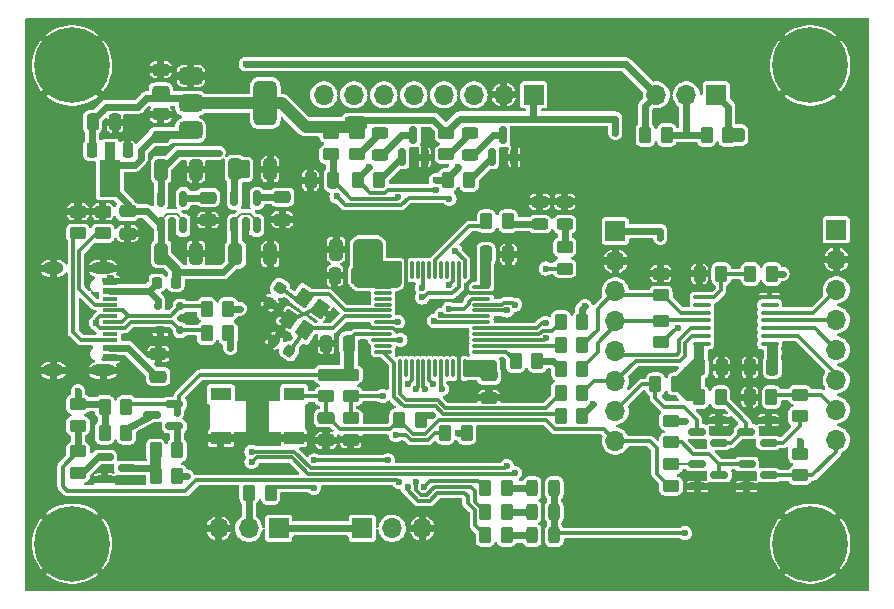
<source format=gbr>
%TF.GenerationSoftware,KiCad,Pcbnew,8.0.4*%
%TF.CreationDate,2024-08-18T22:57:54+08:00*%
%TF.ProjectId,DapLink_STM32F103CBT6,4461704c-696e-46b5-9f53-544d33324631,rev?*%
%TF.SameCoordinates,Original*%
%TF.FileFunction,Copper,L1,Top*%
%TF.FilePolarity,Positive*%
%FSLAX46Y46*%
G04 Gerber Fmt 4.6, Leading zero omitted, Abs format (unit mm)*
G04 Created by KiCad (PCBNEW 8.0.4) date 2024-08-18 22:57:54*
%MOMM*%
%LPD*%
G01*
G04 APERTURE LIST*
G04 Aperture macros list*
%AMRoundRect*
0 Rectangle with rounded corners*
0 $1 Rounding radius*
0 $2 $3 $4 $5 $6 $7 $8 $9 X,Y pos of 4 corners*
0 Add a 4 corners polygon primitive as box body*
4,1,4,$2,$3,$4,$5,$6,$7,$8,$9,$2,$3,0*
0 Add four circle primitives for the rounded corners*
1,1,$1+$1,$2,$3*
1,1,$1+$1,$4,$5*
1,1,$1+$1,$6,$7*
1,1,$1+$1,$8,$9*
0 Add four rect primitives between the rounded corners*
20,1,$1+$1,$2,$3,$4,$5,0*
20,1,$1+$1,$4,$5,$6,$7,0*
20,1,$1+$1,$6,$7,$8,$9,0*
20,1,$1+$1,$8,$9,$2,$3,0*%
%AMRotRect*
0 Rectangle, with rotation*
0 The origin of the aperture is its center*
0 $1 length*
0 $2 width*
0 $3 Rotation angle, in degrees counterclockwise*
0 Add horizontal line*
21,1,$1,$2,0,0,$3*%
%AMFreePoly0*
4,1,9,3.862500,-0.866500,0.737500,-0.866500,0.737500,-0.450000,-0.737500,-0.450000,-0.737500,0.450000,0.737500,0.450000,0.737500,0.866500,3.862500,0.866500,3.862500,-0.866500,3.862500,-0.866500,$1*%
G04 Aperture macros list end*
%TA.AperFunction,Conductor*%
%ADD10C,0.300000*%
%TD*%
%TA.AperFunction,Conductor*%
%ADD11C,0.001000*%
%TD*%
%TA.AperFunction,Conductor*%
%ADD12C,0.500000*%
%TD*%
%TA.AperFunction,Conductor*%
%ADD13C,0.200000*%
%TD*%
%TA.AperFunction,Conductor*%
%ADD14C,1.000000*%
%TD*%
%TA.AperFunction,Conductor*%
%ADD15C,0.600000*%
%TD*%
%TA.AperFunction,SMDPad,CuDef*%
%ADD16RoundRect,0.250000X0.262500X0.450000X-0.262500X0.450000X-0.262500X-0.450000X0.262500X-0.450000X0*%
%TD*%
%TA.AperFunction,ComponentPad*%
%ADD17C,0.800000*%
%TD*%
%TA.AperFunction,ComponentPad*%
%ADD18C,6.400000*%
%TD*%
%TA.AperFunction,SMDPad,CuDef*%
%ADD19RoundRect,0.250000X-0.450000X0.262500X-0.450000X-0.262500X0.450000X-0.262500X0.450000X0.262500X0*%
%TD*%
%TA.AperFunction,ComponentPad*%
%ADD20R,1.700000X1.700000*%
%TD*%
%TA.AperFunction,ComponentPad*%
%ADD21O,1.700000X1.700000*%
%TD*%
%TA.AperFunction,SMDPad,CuDef*%
%ADD22RoundRect,0.250000X-0.250000X-0.475000X0.250000X-0.475000X0.250000X0.475000X-0.250000X0.475000X0*%
%TD*%
%TA.AperFunction,SMDPad,CuDef*%
%ADD23RoundRect,0.250000X0.250000X0.475000X-0.250000X0.475000X-0.250000X-0.475000X0.250000X-0.475000X0*%
%TD*%
%TA.AperFunction,SMDPad,CuDef*%
%ADD24RoundRect,0.250000X-0.262500X-0.450000X0.262500X-0.450000X0.262500X0.450000X-0.262500X0.450000X0*%
%TD*%
%TA.AperFunction,SMDPad,CuDef*%
%ADD25RoundRect,0.100000X0.637500X0.100000X-0.637500X0.100000X-0.637500X-0.100000X0.637500X-0.100000X0*%
%TD*%
%TA.AperFunction,SMDPad,CuDef*%
%ADD26RoundRect,0.150000X0.150000X-0.512500X0.150000X0.512500X-0.150000X0.512500X-0.150000X-0.512500X0*%
%TD*%
%TA.AperFunction,SMDPad,CuDef*%
%ADD27RoundRect,0.250000X-0.325000X-0.650000X0.325000X-0.650000X0.325000X0.650000X-0.325000X0.650000X0*%
%TD*%
%TA.AperFunction,SMDPad,CuDef*%
%ADD28RoundRect,0.243750X-0.243750X-0.456250X0.243750X-0.456250X0.243750X0.456250X-0.243750X0.456250X0*%
%TD*%
%TA.AperFunction,SMDPad,CuDef*%
%ADD29R,1.240000X0.600000*%
%TD*%
%TA.AperFunction,SMDPad,CuDef*%
%ADD30R,1.240000X0.300000*%
%TD*%
%TA.AperFunction,ComponentPad*%
%ADD31O,2.100000X1.000000*%
%TD*%
%TA.AperFunction,ComponentPad*%
%ADD32O,1.800000X1.000000*%
%TD*%
%TA.AperFunction,SMDPad,CuDef*%
%ADD33RoundRect,0.250000X-0.475000X0.250000X-0.475000X-0.250000X0.475000X-0.250000X0.475000X0.250000X0*%
%TD*%
%TA.AperFunction,SMDPad,CuDef*%
%ADD34RoundRect,0.250000X0.450000X-0.262500X0.450000X0.262500X-0.450000X0.262500X-0.450000X-0.262500X0*%
%TD*%
%TA.AperFunction,SMDPad,CuDef*%
%ADD35RoundRect,0.150000X-0.587500X-0.150000X0.587500X-0.150000X0.587500X0.150000X-0.587500X0.150000X0*%
%TD*%
%TA.AperFunction,SMDPad,CuDef*%
%ADD36R,1.800000X1.100000*%
%TD*%
%TA.AperFunction,SMDPad,CuDef*%
%ADD37RoundRect,0.150000X0.150000X-0.587500X0.150000X0.587500X-0.150000X0.587500X-0.150000X-0.587500X0*%
%TD*%
%TA.AperFunction,SMDPad,CuDef*%
%ADD38RoundRect,0.225000X-0.225000X0.425000X-0.225000X-0.425000X0.225000X-0.425000X0.225000X0.425000X0*%
%TD*%
%TA.AperFunction,SMDPad,CuDef*%
%ADD39FreePoly0,270.000000*%
%TD*%
%TA.AperFunction,SMDPad,CuDef*%
%ADD40RoundRect,0.243750X-0.456250X0.243750X-0.456250X-0.243750X0.456250X-0.243750X0.456250X0.243750X0*%
%TD*%
%TA.AperFunction,SMDPad,CuDef*%
%ADD41RoundRect,0.243750X0.456250X-0.243750X0.456250X0.243750X-0.456250X0.243750X-0.456250X-0.243750X0*%
%TD*%
%TA.AperFunction,SMDPad,CuDef*%
%ADD42RoundRect,0.175000X0.325000X-0.175000X0.325000X0.175000X-0.325000X0.175000X-0.325000X-0.175000X0*%
%TD*%
%TA.AperFunction,SMDPad,CuDef*%
%ADD43RoundRect,0.150000X0.150000X-0.200000X0.150000X0.200000X-0.150000X0.200000X-0.150000X-0.200000X0*%
%TD*%
%TA.AperFunction,SMDPad,CuDef*%
%ADD44RoundRect,0.250000X0.475000X-0.250000X0.475000X0.250000X-0.475000X0.250000X-0.475000X-0.250000X0*%
%TD*%
%TA.AperFunction,SMDPad,CuDef*%
%ADD45RoundRect,0.225000X0.327703X0.075733X-0.040915X0.333843X-0.327703X-0.075733X0.040915X-0.333843X0*%
%TD*%
%TA.AperFunction,SMDPad,CuDef*%
%ADD46RoundRect,0.150000X0.587500X0.150000X-0.587500X0.150000X-0.587500X-0.150000X0.587500X-0.150000X0*%
%TD*%
%TA.AperFunction,SMDPad,CuDef*%
%ADD47RoundRect,0.218750X-0.218750X-0.256250X0.218750X-0.256250X0.218750X0.256250X-0.218750X0.256250X0*%
%TD*%
%TA.AperFunction,SMDPad,CuDef*%
%ADD48RotRect,1.400000X1.200000X55.000000*%
%TD*%
%TA.AperFunction,SMDPad,CuDef*%
%ADD49RoundRect,0.075000X-0.662500X-0.075000X0.662500X-0.075000X0.662500X0.075000X-0.662500X0.075000X0*%
%TD*%
%TA.AperFunction,SMDPad,CuDef*%
%ADD50RoundRect,0.075000X-0.075000X-0.662500X0.075000X-0.662500X0.075000X0.662500X-0.075000X0.662500X0*%
%TD*%
%TA.AperFunction,SMDPad,CuDef*%
%ADD51RoundRect,0.250000X0.325000X0.650000X-0.325000X0.650000X-0.325000X-0.650000X0.325000X-0.650000X0*%
%TD*%
%TA.AperFunction,SMDPad,CuDef*%
%ADD52RoundRect,0.225000X0.075733X-0.327703X0.333843X0.040915X-0.075733X0.327703X-0.333843X-0.040915X0*%
%TD*%
%TA.AperFunction,SMDPad,CuDef*%
%ADD53RoundRect,0.375000X-0.625000X-0.375000X0.625000X-0.375000X0.625000X0.375000X-0.625000X0.375000X0*%
%TD*%
%TA.AperFunction,SMDPad,CuDef*%
%ADD54RoundRect,0.500000X-0.500000X-1.400000X0.500000X-1.400000X0.500000X1.400000X-0.500000X1.400000X0*%
%TD*%
%TA.AperFunction,ViaPad*%
%ADD55C,0.600000*%
%TD*%
%TA.AperFunction,Conductor*%
%ADD56C,0.800000*%
%TD*%
G04 APERTURE END LIST*
D10*
%TO.N,Net-(Q4-D)*%
X44975000Y-99600000D02*
X45175000Y-99600000D01*
D11*
%TO.N,+3.3V*%
X68300000Y-86000000D02*
X68000000Y-86300000D01*
X66800000Y-86300000D01*
X66500000Y-86000000D01*
X66500000Y-85400000D01*
X66800000Y-85100000D01*
X68000000Y-85100000D01*
X68300000Y-85100000D01*
X68300000Y-86000000D01*
%TA.AperFunction,Conductor*%
G36*
X68300000Y-86000000D02*
G01*
X68000000Y-86300000D01*
X66800000Y-86300000D01*
X66500000Y-86000000D01*
X66500000Y-85400000D01*
X66800000Y-85100000D01*
X68000000Y-85100000D01*
X68300000Y-85100000D01*
X68300000Y-86000000D01*
G37*
%TD.AperFunction*%
D10*
%TO.N,GND*%
X57662500Y-91750000D02*
X58662500Y-90350000D01*
%TO.N,+3.3V*%
D12*
X73900000Y-93700000D02*
X76200000Y-93700000D01*
X76200000Y-94600000D01*
X73900000Y-94600000D01*
X73900000Y-93700000D01*
%TA.AperFunction,Conductor*%
G36*
X73900000Y-93700000D02*
G01*
X76200000Y-93700000D01*
X76200000Y-94600000D01*
X73900000Y-94600000D01*
X73900000Y-93700000D01*
G37*
%TD.AperFunction*%
D13*
%TO.N,GND*%
X61662500Y-89250000D02*
X61462500Y-89150000D01*
%TO.N,Net-(Q3-D)*%
D10*
X47275000Y-101200000D02*
X47875000Y-101200000D01*
X47875000Y-103100000D01*
X47275000Y-103100000D01*
X47275000Y-101200000D01*
%TA.AperFunction,Conductor*%
G36*
X47275000Y-101200000D02*
G01*
X47875000Y-101200000D01*
X47875000Y-103100000D01*
X47275000Y-103100000D01*
X47275000Y-101200000D01*
G37*
%TD.AperFunction*%
D11*
%TO.N,+3.3V*%
X65400000Y-73100000D02*
X65400000Y-73700000D01*
X65100000Y-74000000D01*
X63900000Y-74000000D01*
X63600000Y-73700000D01*
X63600000Y-73100000D01*
X63900000Y-72800000D01*
X65100000Y-72800000D01*
X65400000Y-73100000D01*
%TA.AperFunction,Conductor*%
G36*
X65400000Y-73100000D02*
G01*
X65400000Y-73700000D01*
X65100000Y-74000000D01*
X63900000Y-74000000D01*
X63600000Y-73700000D01*
X63600000Y-73100000D01*
X63900000Y-72800000D01*
X65100000Y-72800000D01*
X65400000Y-73100000D01*
G37*
%TD.AperFunction*%
D10*
%TO.N,GND*%
X57212500Y-88600000D02*
X58712500Y-89700000D01*
%TO.N,/Mcu/OSC_IN*%
X58162500Y-87350000D02*
X59575000Y-88350000D01*
%TO.N,GND*%
X59375000Y-89850000D02*
X60875000Y-89250000D01*
%TO.N,+1.8V*%
D13*
X99462500Y-92050000D02*
X100162500Y-92050000D01*
X100162500Y-93950000D01*
X99462500Y-93950000D01*
X99462500Y-92050000D01*
%TA.AperFunction,Conductor*%
G36*
X99462500Y-92050000D02*
G01*
X100162500Y-92050000D01*
X100162500Y-93950000D01*
X99462500Y-93950000D01*
X99462500Y-92050000D01*
G37*
%TD.AperFunction*%
D10*
%TO.N,/Mcu/OSC_OUT*%
X58962500Y-92650000D02*
X60062500Y-91150000D01*
%TO.N,+1.8V_LDO*%
X54000000Y-76700000D02*
X55400000Y-76700000D01*
X55400000Y-77900000D01*
X54000000Y-77900000D01*
X54000000Y-76700000D01*
%TA.AperFunction,Conductor*%
G36*
X54000000Y-76700000D02*
G01*
X55400000Y-76700000D01*
X55400000Y-77900000D01*
X54000000Y-77900000D01*
X54000000Y-76700000D01*
G37*
%TD.AperFunction*%
D13*
%TO.N,+3.3V*%
X93700000Y-96600000D02*
X92700000Y-96600000D01*
X91700000Y-95600000D01*
X91700000Y-94900000D01*
X93300000Y-93300000D01*
X93700000Y-93300000D01*
X93700000Y-96600000D01*
%TA.AperFunction,Conductor*%
G36*
X93700000Y-96600000D02*
G01*
X92700000Y-96600000D01*
X91700000Y-95600000D01*
X91700000Y-94900000D01*
X93300000Y-93300000D01*
X93700000Y-93300000D01*
X93700000Y-96600000D01*
G37*
%TD.AperFunction*%
D14*
X65500000Y-85600000D02*
X67900000Y-85600000D01*
X67900000Y-86800000D01*
X65500000Y-86800000D01*
X65500000Y-85600000D01*
%TA.AperFunction,Conductor*%
G36*
X65500000Y-85600000D02*
G01*
X67900000Y-85600000D01*
X67900000Y-86800000D01*
X65500000Y-86800000D01*
X65500000Y-85600000D01*
G37*
%TD.AperFunction*%
D13*
X93237500Y-92050000D02*
X93937500Y-92050000D01*
X93937500Y-93850000D01*
X93237500Y-93850000D01*
X93237500Y-92050000D01*
%TA.AperFunction,Conductor*%
G36*
X93237500Y-92050000D02*
G01*
X93937500Y-92050000D01*
X93937500Y-93850000D01*
X93237500Y-93850000D01*
X93237500Y-92050000D01*
G37*
%TD.AperFunction*%
D14*
X64800000Y-83700000D02*
X66300000Y-83700000D01*
X66300000Y-86800000D01*
X64800000Y-86800000D01*
X64800000Y-83700000D01*
%TA.AperFunction,Conductor*%
G36*
X64800000Y-83700000D02*
G01*
X66300000Y-83700000D01*
X66300000Y-86800000D01*
X64800000Y-86800000D01*
X64800000Y-83700000D01*
G37*
%TD.AperFunction*%
D12*
X75300000Y-84400000D02*
X75700000Y-84400000D01*
X75700000Y-87100000D01*
X75300000Y-87100000D01*
X75300000Y-84400000D01*
%TA.AperFunction,Conductor*%
G36*
X75300000Y-84400000D02*
G01*
X75700000Y-84400000D01*
X75700000Y-87100000D01*
X75300000Y-87100000D01*
X75300000Y-84400000D01*
G37*
%TD.AperFunction*%
%TO.N,+5V*%
D10*
X48400000Y-74200000D02*
X50100000Y-74200000D01*
X50100000Y-74600000D01*
X48400000Y-74600000D01*
X48400000Y-74200000D01*
%TA.AperFunction,Conductor*%
G36*
X48400000Y-74200000D02*
G01*
X50100000Y-74200000D01*
X50100000Y-74600000D01*
X48400000Y-74600000D01*
X48400000Y-74200000D01*
G37*
%TD.AperFunction*%
%TO.N,+3.3V*%
D13*
X61700000Y-94300000D02*
X64100000Y-94300000D01*
X64100000Y-95100000D01*
X61700000Y-95100000D01*
X61700000Y-94300000D01*
%TA.AperFunction,Conductor*%
G36*
X61700000Y-94300000D02*
G01*
X64100000Y-94300000D01*
X64100000Y-95100000D01*
X61700000Y-95100000D01*
X61700000Y-94300000D01*
G37*
%TD.AperFunction*%
D15*
%TO.N,Net-(Q4-D)*%
X45075000Y-99300000D02*
X47275000Y-98100000D01*
%TO.N,+1.8V_Target*%
D12*
X96200000Y-74050000D02*
X97200000Y-74050000D01*
X97200000Y-74750000D01*
X96200000Y-74750000D01*
X96200000Y-74050000D01*
%TA.AperFunction,Conductor*%
G36*
X96200000Y-74050000D02*
G01*
X97200000Y-74050000D01*
X97200000Y-74750000D01*
X96200000Y-74750000D01*
X96200000Y-74050000D01*
G37*
%TD.AperFunction*%
%TO.N,+3.3V*%
D13*
X63600000Y-91750000D02*
X64300000Y-91750000D01*
X64300000Y-94750000D01*
X63600000Y-94750000D01*
X63600000Y-91750000D01*
%TA.AperFunction,Conductor*%
G36*
X63600000Y-91750000D02*
G01*
X64300000Y-91750000D01*
X64300000Y-94750000D01*
X63600000Y-94750000D01*
X63600000Y-91750000D01*
G37*
%TD.AperFunction*%
%TD*%
D16*
%TO.P,R39,1*%
%TO.N,Net-(Q5-D)*%
X95412500Y-96600000D03*
%TO.P,R39,2*%
%TO.N,+3.3V*%
X93587500Y-96600000D03*
%TD*%
D17*
%TO.P,H1,1,1*%
%TO.N,GND*%
X38100000Y-68500000D03*
X38802944Y-66802944D03*
X38802944Y-70197056D03*
X40500000Y-66100000D03*
D18*
X40500000Y-68500000D03*
D17*
X40500000Y-70900000D03*
X42197056Y-66802944D03*
X42197056Y-70197056D03*
X42900000Y-68500000D03*
%TD*%
D19*
%TO.P,R22,1*%
%TO.N,+3.3V*%
X72200000Y-74212500D03*
%TO.P,R22,2*%
%TO.N,Net-(D6-A)*%
X72200000Y-76037500D03*
%TD*%
D20*
%TO.P,J3,1,Pin_1*%
%TO.N,+3.3V*%
X79600000Y-71000000D03*
D21*
%TO.P,J3,2,Pin_2*%
%TO.N,GND*%
X77060000Y-71000000D03*
%TO.P,J3,3,Pin_3*%
%TO.N,/Mcu/IF_SWCLK*%
X74520000Y-71000000D03*
%TO.P,J3,4,Pin_4*%
%TO.N,/Mcu/IF_SWDIO*%
X71980000Y-71000000D03*
%TO.P,J3,5,Pin_5*%
%TO.N,/Mcu/IF_TXD*%
X69440000Y-71000000D03*
%TO.P,J3,6,Pin_6*%
%TO.N,/Mcu/IF_RXD*%
X66900000Y-71000000D03*
%TO.P,J3,7,Pin_7*%
%TO.N,/Mcu/IF_SWO*%
X64360000Y-71000000D03*
%TO.P,J3,8,Pin_8*%
%TO.N,/Mcu/IF_RESET*%
X61820000Y-71000000D03*
%TD*%
D22*
%TO.P,C8,1*%
%TO.N,+3.3V*%
X75550000Y-84500000D03*
%TO.P,C8,2*%
%TO.N,GND*%
X77450000Y-84500000D03*
%TD*%
D23*
%TO.P,C22,1*%
%TO.N,+1.8V*%
X99787500Y-94050000D03*
%TO.P,C22,2*%
%TO.N,GND*%
X97887500Y-94050000D03*
%TD*%
D24*
%TO.P,R12,1*%
%TO.N,Net-(U1-PB12)*%
X78062500Y-93550000D03*
%TO.P,R12,2*%
%TO.N,Net-(U1-PB14)*%
X79887500Y-93550000D03*
%TD*%
D25*
%TO.P,U6,1,VCCA*%
%TO.N,+1.8V*%
X99562500Y-92050000D03*
%TO.P,U6,2,A1*%
%TO.N,/DebugAndUart/TARGET_1v8_RXD*%
X99562500Y-91400000D03*
%TO.P,U6,3,A2*%
%TO.N,/DebugAndUart/TARGET_1v8_TXD*%
X99562500Y-90750000D03*
%TO.P,U6,4,A3*%
%TO.N,/DebugAndUart/TARGET_1v8_SWDIO*%
X99562500Y-90100000D03*
%TO.P,U6,5,A4*%
%TO.N,/DebugAndUart/TARGET_1v8_SWCLK*%
X99562500Y-89450000D03*
%TO.P,U6,6,NC*%
%TO.N,unconnected-(U6-NC-Pad6)*%
X99562500Y-88800000D03*
%TO.P,U6,7,GND*%
%TO.N,GND*%
X99562500Y-88150000D03*
%TO.P,U6,8,OE*%
%TO.N,Net-(U6-OE)*%
X93837500Y-88150000D03*
%TO.P,U6,9,NC*%
%TO.N,unconnected-(U6-NC-Pad9)*%
X93837500Y-88800000D03*
%TO.P,U6,10,B4*%
%TO.N,/DebugAndUart/TARGET_SWCLK*%
X93837500Y-89450000D03*
%TO.P,U6,11,B3*%
%TO.N,/DebugAndUart/TARGET_SWDIO*%
X93837500Y-90100000D03*
%TO.P,U6,12,B2*%
%TO.N,/DebugAndUart/TARGET_TXD*%
X93837500Y-90750000D03*
%TO.P,U6,13,B1*%
%TO.N,/DebugAndUart/TARGET_RXD*%
X93837500Y-91400000D03*
%TO.P,U6,14,VCCB*%
%TO.N,+3.3V*%
X93837500Y-92050000D03*
%TD*%
D26*
%TO.P,U4,1,IN*%
%TO.N,+5V*%
X48012500Y-82050000D03*
%TO.P,U4,2,GND*%
%TO.N,GND*%
X48962500Y-82050000D03*
%TO.P,U4,3,EN*%
%TO.N,+5V*%
X49912500Y-82050000D03*
%TO.P,U4,4,BP*%
%TO.N,Net-(U4-BP)*%
X49912500Y-79775000D03*
%TO.P,U4,5,OUT*%
%TO.N,+3.3V*%
X48012500Y-79775000D03*
%TD*%
D27*
%TO.P,C18,1*%
%TO.N,+1.8V_LDO*%
X54325000Y-77300000D03*
%TO.P,C18,2*%
%TO.N,GND*%
X57275000Y-77300000D03*
%TD*%
D20*
%TO.P,J2,1,Pin_1*%
%TO.N,+3.3V*%
X58000000Y-107700000D03*
D21*
%TO.P,J2,2,Pin_2*%
%TO.N,/Mcu/BOOT0*%
X55460000Y-107700000D03*
%TO.P,J2,3,Pin_3*%
%TO.N,GND*%
X52920000Y-107700000D03*
%TD*%
D24*
%TO.P,R28,1*%
%TO.N,/UsbAndPower/USB_D+*%
X43262500Y-97400000D03*
%TO.P,R28,2*%
%TO.N,+3.3V*%
X45087500Y-97400000D03*
%TD*%
D28*
%TO.P,D3,1,K*%
%TO.N,Net-(D3-K)*%
X79450000Y-104300000D03*
%TO.P,D3,2,A*%
%TO.N,+3.3V*%
X81325000Y-104300000D03*
%TD*%
D29*
%TO.P,J4,A1,GND*%
%TO.N,GND*%
X43725000Y-86800000D03*
%TO.P,J4,A4,VBUS*%
%TO.N,/UsbAndPower/USB_VBUS*%
X43725000Y-87600000D03*
D30*
%TO.P,J4,A5,CC1*%
%TO.N,Net-(J4-CC1)*%
X43725000Y-88750000D03*
%TO.P,J4,A6,D+*%
%TO.N,/UsbAndPower/USB_D+*%
X43725000Y-89750000D03*
%TO.P,J4,A7,D-*%
%TO.N,/UsbAndPower/USB_D-*%
X43725000Y-90250000D03*
%TO.P,J4,A8,SBU1*%
%TO.N,unconnected-(J4-SBU1-PadA8)*%
X43725000Y-91250000D03*
D29*
%TO.P,J4,A9,VBUS*%
%TO.N,/UsbAndPower/USB_VBUS*%
X43725000Y-92400000D03*
%TO.P,J4,A12,GND*%
%TO.N,GND*%
X43725000Y-93200000D03*
%TO.P,J4,B1,GND*%
X43725000Y-93200000D03*
%TO.P,J4,B4,VBUS*%
%TO.N,/UsbAndPower/USB_VBUS*%
X43725000Y-92400000D03*
D30*
%TO.P,J4,B5,CC2*%
%TO.N,Net-(J4-CC2)*%
X43725000Y-91750000D03*
%TO.P,J4,B6,D+*%
%TO.N,/UsbAndPower/USB_D+*%
X43725000Y-90750000D03*
%TO.P,J4,B7,D-*%
%TO.N,/UsbAndPower/USB_D-*%
X43725000Y-89250000D03*
%TO.P,J4,B8,SBU2*%
%TO.N,unconnected-(J4-SBU2-PadB8)*%
X43725000Y-88250000D03*
D29*
%TO.P,J4,B9,VBUS*%
%TO.N,/UsbAndPower/USB_VBUS*%
X43725000Y-87600000D03*
%TO.P,J4,B12,GND*%
%TO.N,GND*%
X43725000Y-86800000D03*
D31*
%TO.P,J4,S1,SHIELD*%
X43125000Y-85680000D03*
D32*
X38925000Y-85680000D03*
D31*
X43125000Y-94320000D03*
D32*
X38925000Y-94320000D03*
%TD*%
D33*
%TO.P,C1,1*%
%TO.N,/DebugAndUart/TARGET_RESET*%
X62000000Y-98350000D03*
%TO.P,C1,2*%
%TO.N,GND*%
X62000000Y-100250000D03*
%TD*%
D20*
%TO.P,J1,1,Pin_1*%
%TO.N,+3.3V*%
X65060000Y-107700000D03*
D21*
%TO.P,J1,2,Pin_2*%
%TO.N,/Mcu/BOOT1*%
X67600000Y-107700000D03*
%TO.P,J1,3,Pin_3*%
%TO.N,GND*%
X70140000Y-107700000D03*
%TD*%
D34*
%TO.P,R45,1*%
%TO.N,/DebugAndUart/TARGET_1v8_RESET*%
X102100000Y-103212500D03*
%TO.P,R45,2*%
%TO.N,+1.8V*%
X102100000Y-101387500D03*
%TD*%
D35*
%TO.P,Q3,1,G*%
%TO.N,Net-(Q3-G)*%
X43250000Y-101650000D03*
%TO.P,Q3,2,S*%
%TO.N,GND*%
X43250000Y-103550000D03*
%TO.P,Q3,3,D*%
%TO.N,Net-(Q3-D)*%
X45125000Y-102600000D03*
%TD*%
D16*
%TO.P,R7,1*%
%TO.N,Net-(U1-BOOT0)*%
X57312500Y-104700000D03*
%TO.P,R7,2*%
%TO.N,/Mcu/BOOT0*%
X55487500Y-104700000D03*
%TD*%
D19*
%TO.P,R6,1*%
%TO.N,Net-(D5-A)*%
X82200000Y-83887500D03*
%TO.P,R6,2*%
%TO.N,/Mcu/LED_RUNNING*%
X82200000Y-85712500D03*
%TD*%
D24*
%TO.P,R30,1*%
%TO.N,Net-(Q3-D)*%
X47587500Y-103300000D03*
%TO.P,R30,2*%
%TO.N,+3.3V*%
X49412500Y-103300000D03*
%TD*%
D33*
%TO.P,C5,1*%
%TO.N,+3.3V*%
X75800000Y-94750000D03*
%TO.P,C5,2*%
%TO.N,GND*%
X75800000Y-96650000D03*
%TD*%
D34*
%TO.P,R21,1*%
%TO.N,/Mcu/IF_RESET*%
X62400000Y-76037500D03*
%TO.P,R21,2*%
%TO.N,+3.3V*%
X62400000Y-74212500D03*
%TD*%
%TO.P,R4,1*%
%TO.N,/DebugAndUart/TARGET_RESET*%
X62000000Y-96512500D03*
%TO.P,R4,2*%
%TO.N,+3.3V*%
X62000000Y-94687500D03*
%TD*%
D24*
%TO.P,R23,1*%
%TO.N,/Mcu/IF_RXD*%
X64687500Y-78225000D03*
%TO.P,R23,2*%
%TO.N,Net-(Q2-G)*%
X66512500Y-78225000D03*
%TD*%
D36*
%TO.P,SW1,1,1*%
%TO.N,GND*%
X59300000Y-100050000D03*
X53100000Y-100050000D03*
%TO.P,SW1,2,2*%
%TO.N,/DebugAndUart/TARGET_RESET*%
X59300000Y-96350000D03*
%TO.N,N/C*%
X53100000Y-96350000D03*
%TD*%
D24*
%TO.P,R40,1*%
%TO.N,/DebugAndUart/TARGET_SWO*%
X89887500Y-95500000D03*
%TO.P,R40,2*%
%TO.N,+3.3V*%
X91712500Y-95500000D03*
%TD*%
D34*
%TO.P,R29,1*%
%TO.N,Net-(Q3-G)*%
X40987500Y-103012500D03*
%TO.P,R29,2*%
%TO.N,/UsbAndPower/USB_CONNECT*%
X40987500Y-101187500D03*
%TD*%
D16*
%TO.P,R31,1*%
%TO.N,Net-(Q4-G)*%
X49400000Y-101100000D03*
%TO.P,R31,2*%
%TO.N,Net-(Q3-D)*%
X47575000Y-101100000D03*
%TD*%
D37*
%TO.P,Q2,1,G*%
%TO.N,Net-(Q2-G)*%
X68450000Y-76262500D03*
%TO.P,Q2,2,S*%
%TO.N,GND*%
X70350000Y-76262500D03*
%TO.P,Q2,3,D*%
%TO.N,Net-(D7-K)*%
X69400000Y-74387500D03*
%TD*%
D35*
%TO.P,Q8,1,G*%
%TO.N,Net-(Q7-D)*%
X97625000Y-102250000D03*
%TO.P,Q8,2,S*%
%TO.N,GND*%
X97625000Y-104150000D03*
%TO.P,Q8,3,D*%
%TO.N,/DebugAndUart/TARGET_1v8_RESET*%
X99500000Y-103200000D03*
%TD*%
D34*
%TO.P,R38,1*%
%TO.N,Net-(Q5-G)*%
X102100000Y-98212500D03*
%TO.P,R38,2*%
%TO.N,/DebugAndUart/TARGET_1v8_SWO*%
X102100000Y-96387500D03*
%TD*%
D38*
%TO.P,U5,1,GND*%
%TO.N,GND*%
X45200000Y-75650000D03*
D39*
%TO.P,U5,2,VIN*%
%TO.N,+5V*%
X43700000Y-75737500D03*
D38*
%TO.P,U5,3,VOUT*%
%TO.N,+3.3V*%
X42200000Y-75650000D03*
%TD*%
D16*
%TO.P,R42,1*%
%TO.N,+1.8V_Target*%
X96052500Y-74400000D03*
%TO.P,R42,2*%
%TO.N,+1.8V*%
X94227500Y-74400000D03*
%TD*%
D24*
%TO.P,R10,1*%
%TO.N,Net-(U1-PB13)*%
X81887500Y-92200000D03*
%TO.P,R10,2*%
%TO.N,/DebugAndUart/TARGET_SWCLK*%
X83712500Y-92200000D03*
%TD*%
D40*
%TO.P,D4,1,K*%
%TO.N,GND*%
X80100000Y-80062500D03*
%TO.P,D4,2,A*%
%TO.N,Net-(D4-A)*%
X80100000Y-81937500D03*
%TD*%
D41*
%TO.P,D6,1,K*%
%TO.N,Net-(D6-K)*%
X74200000Y-76062500D03*
%TO.P,D6,2,A*%
%TO.N,Net-(D6-A)*%
X74200000Y-74187500D03*
%TD*%
D42*
%TO.P,D8,1,GND*%
%TO.N,GND*%
X47950000Y-90900000D03*
D43*
%TO.P,D8,2,I/O1*%
%TO.N,/UsbAndPower/USB_D+*%
X49650000Y-90900000D03*
%TO.P,D8,3,I/O2*%
%TO.N,/UsbAndPower/USB_D-*%
X49650000Y-88900000D03*
%TO.P,D8,4,VCC*%
%TO.N,/UsbAndPower/USB_VBUS*%
X47750000Y-88900000D03*
%TD*%
D44*
%TO.P,C11,1*%
%TO.N,/UsbAndPower/USB_VBUS*%
X47800000Y-94850000D03*
%TO.P,C11,2*%
%TO.N,GND*%
X47800000Y-92950000D03*
%TD*%
%TO.P,C12,1*%
%TO.N,+5V*%
X48000000Y-74550000D03*
%TO.P,C12,2*%
%TO.N,GND*%
X48000000Y-72650000D03*
%TD*%
D24*
%TO.P,R17,1*%
%TO.N,/UsbAndPower/USB_D+*%
X51887500Y-91200000D03*
%TO.P,R17,2*%
%TO.N,Net-(U1-PA12)*%
X53712500Y-91200000D03*
%TD*%
D45*
%TO.P,C3,1*%
%TO.N,/Mcu/OSC_OUT*%
X58897343Y-92694522D03*
%TO.P,C3,2*%
%TO.N,GND*%
X57627657Y-91805478D03*
%TD*%
D46*
%TO.P,Q6,1,G*%
%TO.N,Net-(Q5-D)*%
X95275000Y-100450000D03*
%TO.P,Q6,2,S*%
%TO.N,GND*%
X95275000Y-98550000D03*
%TO.P,Q6,3,D*%
%TO.N,/DebugAndUart/TARGET_SWO*%
X93400000Y-99500000D03*
%TD*%
D17*
%TO.P,H4,1,1*%
%TO.N,GND*%
X100600000Y-109000000D03*
X101302944Y-107302944D03*
X101302944Y-110697056D03*
X103000000Y-106600000D03*
D18*
X103000000Y-109000000D03*
D17*
X103000000Y-111400000D03*
X104697056Y-107302944D03*
X104697056Y-110697056D03*
X105400000Y-109000000D03*
%TD*%
D40*
%TO.P,D5,1,K*%
%TO.N,GND*%
X82200000Y-80062500D03*
%TO.P,D5,2,A*%
%TO.N,Net-(D5-A)*%
X82200000Y-81937500D03*
%TD*%
D24*
%TO.P,R2,1*%
%TO.N,/Mcu/LED_nCDC*%
X75475000Y-106300000D03*
%TO.P,R2,2*%
%TO.N,Net-(D2-K)*%
X77300000Y-106300000D03*
%TD*%
D20*
%TO.P,J7,1,Pin_1*%
%TO.N,+1.8V_Target*%
X95040000Y-71000000D03*
D21*
%TO.P,J7,2,Pin_2*%
%TO.N,+1.8V*%
X92500000Y-71000000D03*
%TO.P,J7,3,Pin_3*%
%TO.N,+1.8V_LDO*%
X89960000Y-71000000D03*
%TD*%
D23*
%TO.P,C7,1*%
%TO.N,+3.3V*%
X63912500Y-92050000D03*
%TO.P,C7,2*%
%TO.N,GND*%
X62012500Y-92050000D03*
%TD*%
D34*
%TO.P,R18,1*%
%TO.N,Net-(U1-PA0)*%
X64100000Y-96512500D03*
%TO.P,R18,2*%
%TO.N,+3.3V*%
X64100000Y-94687500D03*
%TD*%
D22*
%TO.P,C23,1*%
%TO.N,+3.3V*%
X93587500Y-94050000D03*
%TO.P,C23,2*%
%TO.N,GND*%
X95487500Y-94050000D03*
%TD*%
D47*
%TO.P,FB1,1*%
%TO.N,/UsbAndPower/USB_VBUS*%
X47712500Y-86900000D03*
%TO.P,FB1,2*%
%TO.N,+5V*%
X49287500Y-86900000D03*
%TD*%
D16*
%TO.P,R41,1*%
%TO.N,+1.8V*%
X90852500Y-74400000D03*
%TO.P,R41,2*%
%TO.N,+1.8V_LDO*%
X89027500Y-74400000D03*
%TD*%
D23*
%TO.P,C9,1*%
%TO.N,+3.3V*%
X64650000Y-86300000D03*
%TO.P,C9,2*%
%TO.N,GND*%
X62750000Y-86300000D03*
%TD*%
D19*
%TO.P,R27,1*%
%TO.N,/UsbAndPower/USB_D+*%
X40987500Y-97187500D03*
%TO.P,R27,2*%
%TO.N,/UsbAndPower/USB_CONNECT*%
X40987500Y-99012500D03*
%TD*%
D17*
%TO.P,H3,1,1*%
%TO.N,GND*%
X100600000Y-68500000D03*
X101302944Y-66802944D03*
X101302944Y-70197056D03*
X103000000Y-66100000D03*
D18*
X103000000Y-68500000D03*
D17*
X103000000Y-70900000D03*
X104697056Y-66802944D03*
X104697056Y-70197056D03*
X105400000Y-68500000D03*
%TD*%
D26*
%TO.P,U3,1,IN*%
%TO.N,+5V*%
X54250000Y-82037500D03*
%TO.P,U3,2,GND*%
%TO.N,GND*%
X55200000Y-82037500D03*
%TO.P,U3,3,EN*%
%TO.N,+5V*%
X56150000Y-82037500D03*
%TO.P,U3,4,BP*%
%TO.N,Net-(U3-BP)*%
X56150000Y-79762500D03*
%TO.P,U3,5,OUT*%
%TO.N,+1.8V_LDO*%
X54250000Y-79762500D03*
%TD*%
D24*
%TO.P,R32,1*%
%TO.N,/UsbAndPower/USB_D+*%
X43262500Y-99600000D03*
%TO.P,R32,2*%
%TO.N,Net-(Q4-D)*%
X45087500Y-99600000D03*
%TD*%
D19*
%TO.P,R36,1*%
%TO.N,GND*%
X90337500Y-86137500D03*
%TO.P,R36,2*%
%TO.N,/DebugAndUart/TARGET_SWCLK*%
X90337500Y-87962500D03*
%TD*%
D35*
%TO.P,Q7,1,G*%
%TO.N,Net-(Q7-G)*%
X93425000Y-102250000D03*
%TO.P,Q7,2,S*%
%TO.N,GND*%
X93425000Y-104150000D03*
%TO.P,Q7,3,D*%
%TO.N,Net-(Q7-D)*%
X95300000Y-103200000D03*
%TD*%
D24*
%TO.P,R1,1*%
%TO.N,/Mcu/LED_nHID*%
X75475000Y-108300000D03*
%TO.P,R1,2*%
%TO.N,Net-(D1-K)*%
X77300000Y-108300000D03*
%TD*%
%TO.P,R33,1*%
%TO.N,Net-(U6-OE)*%
X97925000Y-86150000D03*
%TO.P,R33,2*%
%TO.N,+1.8V*%
X99750000Y-86150000D03*
%TD*%
D33*
%TO.P,C16,1*%
%TO.N,Net-(U3-BP)*%
X58300000Y-79650000D03*
%TO.P,C16,2*%
%TO.N,GND*%
X58300000Y-81550000D03*
%TD*%
D28*
%TO.P,D2,1,K*%
%TO.N,Net-(D2-K)*%
X79450000Y-106300000D03*
%TO.P,D2,2,A*%
%TO.N,+3.3V*%
X81325000Y-106300000D03*
%TD*%
D24*
%TO.P,R3,1*%
%TO.N,/Mcu/LED_nMSC*%
X75475000Y-104300000D03*
%TO.P,R3,2*%
%TO.N,Net-(D3-K)*%
X77300000Y-104300000D03*
%TD*%
D16*
%TO.P,R9,1*%
%TO.N,Net-(U1-PB2)*%
X73912500Y-99600000D03*
%TO.P,R9,2*%
%TO.N,/Mcu/BOOT1*%
X72087500Y-99600000D03*
%TD*%
D28*
%TO.P,D1,1,K*%
%TO.N,Net-(D1-K)*%
X79450000Y-108300000D03*
%TO.P,D1,2,A*%
%TO.N,+3.3V*%
X81325000Y-108300000D03*
%TD*%
D44*
%TO.P,C15,1*%
%TO.N,+3.3V*%
X48000000Y-70750000D03*
%TO.P,C15,2*%
%TO.N,GND*%
X48000000Y-68850000D03*
%TD*%
D22*
%TO.P,C21,1*%
%TO.N,+3.3V*%
X42250000Y-73300000D03*
%TO.P,C21,2*%
%TO.N,GND*%
X44150000Y-73300000D03*
%TD*%
D16*
%TO.P,R14,1*%
%TO.N,/DebugAndUart/TARGET_TXD*%
X83712500Y-98200000D03*
%TO.P,R14,2*%
%TO.N,Net-(U1-PA2)*%
X81887500Y-98200000D03*
%TD*%
%TO.P,R8,1*%
%TO.N,Net-(U1-PB0)*%
X70012500Y-98500000D03*
%TO.P,R8,2*%
%TO.N,/DebugAndUart/TARGET_RESET*%
X68187500Y-98500000D03*
%TD*%
D48*
%TO.P,Y1,1,1*%
%TO.N,/Mcu/OSC_OUT*%
X60227845Y-90938607D03*
%TO.P,Y1,2,2*%
%TO.N,GND*%
X61489712Y-89136472D03*
%TO.P,Y1,3,3*%
%TO.N,/Mcu/OSC_IN*%
X60097155Y-88161393D03*
%TO.P,Y1,4,4*%
%TO.N,GND*%
X58835288Y-89963528D03*
%TD*%
D49*
%TO.P,U1,1,VBAT*%
%TO.N,+3.3V*%
X66837500Y-87250000D03*
%TO.P,U1,2,PC13*%
%TO.N,unconnected-(U1-PC13-Pad2)*%
X66837500Y-87750000D03*
%TO.P,U1,3,PC14*%
%TO.N,unconnected-(U1-PC14-Pad3)*%
X66837500Y-88250000D03*
%TO.P,U1,4,PC15*%
%TO.N,unconnected-(U1-PC15-Pad4)*%
X66837500Y-88750000D03*
%TO.P,U1,5,PD0*%
%TO.N,/Mcu/OSC_IN*%
X66837500Y-89250000D03*
%TO.P,U1,6,PD1*%
%TO.N,/Mcu/OSC_OUT*%
X66837500Y-89750000D03*
%TO.P,U1,7,NRST*%
%TO.N,/Mcu/IF_RESET*%
X66837500Y-90250000D03*
%TO.P,U1,8,VSSA*%
%TO.N,GND*%
X66837500Y-90750000D03*
%TO.P,U1,9,VDDA*%
%TO.N,+3.3V*%
X66837500Y-91250000D03*
%TO.P,U1,10,PA0*%
%TO.N,Net-(U1-PA0)*%
X66837500Y-91750000D03*
%TO.P,U1,11,PA1*%
%TO.N,unconnected-(U1-PA1-Pad11)*%
X66837500Y-92250000D03*
%TO.P,U1,12,PA2*%
%TO.N,Net-(U1-PA2)*%
X66837500Y-92750000D03*
D50*
%TO.P,U1,13,PA3*%
%TO.N,Net-(U1-PA3)*%
X68250000Y-94162500D03*
%TO.P,U1,14,PA4*%
%TO.N,unconnected-(U1-PA4-Pad14)*%
X68750000Y-94162500D03*
%TO.P,U1,15,PA5*%
%TO.N,/Mcu/LED_nHID*%
X69250000Y-94162500D03*
%TO.P,U1,16,PA6*%
%TO.N,/Mcu/LED_nCDC*%
X69750000Y-94162500D03*
%TO.P,U1,17,PA7*%
%TO.N,/Mcu/LED_nMSC*%
X70250000Y-94162500D03*
%TO.P,U1,18,PB0*%
%TO.N,Net-(U1-PB0)*%
X70750000Y-94162500D03*
%TO.P,U1,19,PB1*%
%TO.N,unconnected-(U1-PB1-Pad19)*%
X71250000Y-94162500D03*
%TO.P,U1,20,PB2*%
%TO.N,Net-(U1-PB2)*%
X71750000Y-94162500D03*
%TO.P,U1,21,PB10*%
%TO.N,unconnected-(U1-PB10-Pad21)*%
X72250000Y-94162500D03*
%TO.P,U1,22,PB11*%
%TO.N,unconnected-(U1-PB11-Pad22)*%
X72750000Y-94162500D03*
%TO.P,U1,23,VSS*%
%TO.N,GND*%
X73250000Y-94162500D03*
%TO.P,U1,24,VDD*%
%TO.N,+3.3V*%
X73750000Y-94162500D03*
D49*
%TO.P,U1,25,PB12*%
%TO.N,Net-(U1-PB12)*%
X75162500Y-92750000D03*
%TO.P,U1,26,PB13*%
%TO.N,Net-(U1-PB13)*%
X75162500Y-92250000D03*
%TO.P,U1,27,PB14*%
%TO.N,Net-(U1-PB14)*%
X75162500Y-91750000D03*
%TO.P,U1,28,PB15*%
%TO.N,Net-(U1-PB15)*%
X75162500Y-91250000D03*
%TO.P,U1,29,PA8*%
%TO.N,/Mcu/LED_RUNNING*%
X75162500Y-90750000D03*
%TO.P,U1,30,PA9*%
%TO.N,/Mcu/IF_TXD*%
X75162500Y-90250000D03*
%TO.P,U1,31,PA10*%
%TO.N,/Mcu/IF_RXD*%
X75162500Y-89750000D03*
%TO.P,U1,32,PA11*%
%TO.N,Net-(U1-PA11)*%
X75162500Y-89250000D03*
%TO.P,U1,33,PA12*%
%TO.N,Net-(U1-PA12)*%
X75162500Y-88750000D03*
%TO.P,U1,34,PA13*%
%TO.N,/Mcu/IF_SWDIO*%
X75162500Y-88250000D03*
%TO.P,U1,35,VSS*%
%TO.N,GND*%
X75162500Y-87750000D03*
%TO.P,U1,36,VDD*%
%TO.N,+3.3V*%
X75162500Y-87250000D03*
D50*
%TO.P,U1,37,PA14*%
%TO.N,/Mcu/IF_SWCLK*%
X73750000Y-85837500D03*
%TO.P,U1,38,PA15*%
%TO.N,/UsbAndPower/USB_CONNECT*%
X73250000Y-85837500D03*
%TO.P,U1,39,PB3*%
%TO.N,/Mcu/IF_SWO*%
X72750000Y-85837500D03*
%TO.P,U1,40,PB4*%
%TO.N,unconnected-(U1-PB4-Pad40)*%
X72250000Y-85837500D03*
%TO.P,U1,41,PB5*%
%TO.N,unconnected-(U1-PB5-Pad41)*%
X71750000Y-85837500D03*
%TO.P,U1,42,PB6*%
%TO.N,/Mcu/LED_CONNECTED*%
X71250000Y-85837500D03*
%TO.P,U1,43,PB7*%
%TO.N,unconnected-(U1-PB7-Pad43)*%
X70750000Y-85837500D03*
%TO.P,U1,44,BOOT0*%
%TO.N,Net-(U1-BOOT0)*%
X70250000Y-85837500D03*
%TO.P,U1,45,PB8*%
%TO.N,unconnected-(U1-PB8-Pad45)*%
X69750000Y-85837500D03*
%TO.P,U1,46,PB9*%
%TO.N,unconnected-(U1-PB9-Pad46)*%
X69250000Y-85837500D03*
%TO.P,U1,47,VSS*%
%TO.N,GND*%
X68750000Y-85837500D03*
%TO.P,U1,48,VDD*%
%TO.N,+3.3V*%
X68250000Y-85837500D03*
%TD*%
D23*
%TO.P,C10,1*%
%TO.N,/Mcu/IF_RESET*%
X62600000Y-78225000D03*
%TO.P,C10,2*%
%TO.N,GND*%
X60700000Y-78225000D03*
%TD*%
D34*
%TO.P,R44,1*%
%TO.N,Net-(Q7-D)*%
X91200000Y-100412500D03*
%TO.P,R44,2*%
%TO.N,+3.3V*%
X91200000Y-98587500D03*
%TD*%
%TO.P,R19,1*%
%TO.N,GND*%
X64100000Y-100212500D03*
%TO.P,R19,2*%
%TO.N,Net-(U1-PA0)*%
X64100000Y-98387500D03*
%TD*%
D46*
%TO.P,Q5,1,G*%
%TO.N,Net-(Q5-G)*%
X99475000Y-100450000D03*
%TO.P,Q5,2,S*%
%TO.N,GND*%
X99475000Y-98550000D03*
%TO.P,Q5,3,D*%
%TO.N,Net-(Q5-D)*%
X97600000Y-99500000D03*
%TD*%
D16*
%TO.P,R15,1*%
%TO.N,/DebugAndUart/TARGET_RXD*%
X83712500Y-96200000D03*
%TO.P,R15,2*%
%TO.N,Net-(U1-PA3)*%
X81887500Y-96200000D03*
%TD*%
D24*
%TO.P,R20,1*%
%TO.N,/Mcu/IF_TXD*%
X72287500Y-78225000D03*
%TO.P,R20,2*%
%TO.N,Net-(Q1-G)*%
X74112500Y-78225000D03*
%TD*%
D19*
%TO.P,R24,1*%
%TO.N,+3.3V*%
X64600000Y-74212500D03*
%TO.P,R24,2*%
%TO.N,Net-(D7-A)*%
X64600000Y-76037500D03*
%TD*%
D27*
%TO.P,C19,1*%
%TO.N,+3.3V*%
X48037500Y-77350000D03*
%TO.P,C19,2*%
%TO.N,GND*%
X50987500Y-77350000D03*
%TD*%
D24*
%TO.P,R34,1*%
%TO.N,GND*%
X93625000Y-86150000D03*
%TO.P,R34,2*%
%TO.N,Net-(U6-OE)*%
X95450000Y-86150000D03*
%TD*%
D51*
%TO.P,C6,1*%
%TO.N,+3.3V*%
X65800000Y-84100000D03*
%TO.P,C6,2*%
%TO.N,GND*%
X62850000Y-84100000D03*
%TD*%
D19*
%TO.P,R43,1*%
%TO.N,Net-(Q7-G)*%
X91200000Y-102287500D03*
%TO.P,R43,2*%
%TO.N,/DebugAndUart/TARGET_RESET*%
X91200000Y-104112500D03*
%TD*%
D37*
%TO.P,Q1,1,G*%
%TO.N,Net-(Q1-G)*%
X76050000Y-76262500D03*
%TO.P,Q1,2,S*%
%TO.N,GND*%
X77950000Y-76262500D03*
%TO.P,Q1,3,D*%
%TO.N,Net-(D6-K)*%
X77000000Y-74387500D03*
%TD*%
D52*
%TO.P,C2,1*%
%TO.N,GND*%
X57217978Y-88584843D03*
%TO.P,C2,2*%
%TO.N,/Mcu/OSC_IN*%
X58107022Y-87315157D03*
%TD*%
D24*
%TO.P,R11,1*%
%TO.N,Net-(U1-PB14)*%
X81887500Y-94200000D03*
%TO.P,R11,2*%
%TO.N,/DebugAndUart/TARGET_SWDIO*%
X83712500Y-94200000D03*
%TD*%
D20*
%TO.P,J6,1,Pin_1*%
%TO.N,+1.8V_Target*%
X105200000Y-82425000D03*
D21*
%TO.P,J6,2,Pin_2*%
%TO.N,GND*%
X105200000Y-84965000D03*
%TO.P,J6,3,Pin_3*%
%TO.N,/DebugAndUart/TARGET_1v8_SWCLK*%
X105200000Y-87505000D03*
%TO.P,J6,4,Pin_4*%
%TO.N,/DebugAndUart/TARGET_1v8_SWDIO*%
X105200000Y-90045000D03*
%TO.P,J6,5,Pin_5*%
%TO.N,/DebugAndUart/TARGET_1v8_TXD*%
X105200000Y-92585000D03*
%TO.P,J6,6,Pin_6*%
%TO.N,/DebugAndUart/TARGET_1v8_RXD*%
X105200000Y-95125000D03*
%TO.P,J6,7,Pin_7*%
%TO.N,/DebugAndUart/TARGET_1v8_SWO*%
X105200000Y-97665000D03*
%TO.P,J6,8,Pin_8*%
%TO.N,/DebugAndUart/TARGET_1v8_RESET*%
X105200000Y-100205000D03*
%TD*%
D19*
%TO.P,R26,1*%
%TO.N,GND*%
X43100000Y-80887500D03*
%TO.P,R26,2*%
%TO.N,Net-(J4-CC1)*%
X43100000Y-82712500D03*
%TD*%
D33*
%TO.P,C20,1*%
%TO.N,+5V*%
X45200000Y-80850000D03*
%TO.P,C20,2*%
%TO.N,GND*%
X45200000Y-82750000D03*
%TD*%
D20*
%TO.P,J5,1,Pin_1*%
%TO.N,+3.3V*%
X86500000Y-82525000D03*
D21*
%TO.P,J5,2,Pin_2*%
%TO.N,GND*%
X86500000Y-85065000D03*
%TO.P,J5,3,Pin_3*%
%TO.N,/DebugAndUart/TARGET_SWCLK*%
X86500000Y-87605000D03*
%TO.P,J5,4,Pin_4*%
%TO.N,/DebugAndUart/TARGET_SWDIO*%
X86500000Y-90145000D03*
%TO.P,J5,5,Pin_5*%
%TO.N,/DebugAndUart/TARGET_TXD*%
X86500000Y-92685000D03*
%TO.P,J5,6,Pin_6*%
%TO.N,/DebugAndUart/TARGET_RXD*%
X86500000Y-95225000D03*
%TO.P,J5,7,Pin_7*%
%TO.N,/DebugAndUart/TARGET_SWO*%
X86500000Y-97765000D03*
%TO.P,J5,8,Pin_8*%
%TO.N,/DebugAndUart/TARGET_RESET*%
X86500000Y-100305000D03*
%TD*%
D27*
%TO.P,C14,1*%
%TO.N,+5V*%
X48037500Y-84450000D03*
%TO.P,C14,2*%
%TO.N,GND*%
X50987500Y-84450000D03*
%TD*%
%TO.P,C13,1*%
%TO.N,+5V*%
X54325000Y-84500000D03*
%TO.P,C13,2*%
%TO.N,GND*%
X57275000Y-84500000D03*
%TD*%
D46*
%TO.P,Q4,1,G*%
%TO.N,Net-(Q4-G)*%
X49162500Y-99050000D03*
%TO.P,Q4,2,S*%
%TO.N,+3.3V*%
X49162500Y-97150000D03*
%TO.P,Q4,3,D*%
%TO.N,Net-(Q4-D)*%
X47287500Y-98100000D03*
%TD*%
D19*
%TO.P,R25,1*%
%TO.N,GND*%
X41000000Y-80887500D03*
%TO.P,R25,2*%
%TO.N,Net-(J4-CC2)*%
X41000000Y-82712500D03*
%TD*%
D41*
%TO.P,D7,1,K*%
%TO.N,Net-(D7-K)*%
X66600000Y-76062500D03*
%TO.P,D7,2,A*%
%TO.N,Net-(D7-A)*%
X66600000Y-74187500D03*
%TD*%
D17*
%TO.P,H2,1,1*%
%TO.N,GND*%
X38100000Y-109000000D03*
X38802944Y-107302944D03*
X38802944Y-110697056D03*
X40500000Y-106600000D03*
D18*
X40500000Y-109000000D03*
D17*
X40500000Y-111400000D03*
X42197056Y-107302944D03*
X42197056Y-110697056D03*
X42900000Y-109000000D03*
%TD*%
D24*
%TO.P,R13,1*%
%TO.N,Net-(U1-PB15)*%
X81887500Y-90200000D03*
%TO.P,R13,2*%
%TO.N,/DebugAndUart/TARGET_SWO*%
X83712500Y-90200000D03*
%TD*%
D16*
%TO.P,R5,1*%
%TO.N,Net-(D4-A)*%
X77412500Y-81700000D03*
%TO.P,R5,2*%
%TO.N,/Mcu/LED_CONNECTED*%
X75587500Y-81700000D03*
%TD*%
D24*
%TO.P,R37,1*%
%TO.N,GND*%
X97887500Y-96600000D03*
%TO.P,R37,2*%
%TO.N,/DebugAndUart/TARGET_1v8_SWO*%
X99712500Y-96600000D03*
%TD*%
D33*
%TO.P,C17,1*%
%TO.N,Net-(U4-BP)*%
X52012500Y-79700000D03*
%TO.P,C17,2*%
%TO.N,GND*%
X52012500Y-81600000D03*
%TD*%
D53*
%TO.P,U2,1,GND*%
%TO.N,GND*%
X50550000Y-69400000D03*
%TO.P,U2,2,VO*%
%TO.N,+3.3V*%
X50550000Y-71700000D03*
D54*
X56850000Y-71700000D03*
D53*
%TO.P,U2,3,VI*%
%TO.N,+5V*%
X50550000Y-74000000D03*
%TD*%
D24*
%TO.P,R16,1*%
%TO.N,/UsbAndPower/USB_D-*%
X51887500Y-89100000D03*
%TO.P,R16,2*%
%TO.N,Net-(U1-PA11)*%
X53712500Y-89100000D03*
%TD*%
D19*
%TO.P,R35,1*%
%TO.N,/DebugAndUart/TARGET_SWDIO*%
X90337500Y-90137500D03*
%TO.P,R35,2*%
%TO.N,+3.3V*%
X90337500Y-91962500D03*
%TD*%
D55*
%TO.N,GND*%
X70500000Y-74300000D03*
X82700000Y-88700000D03*
X53900000Y-93800000D03*
X79000000Y-89700000D03*
X52300000Y-92800000D03*
X96700000Y-96400000D03*
X57000000Y-90200000D03*
X80400000Y-95100000D03*
X96000000Y-99400000D03*
X52600000Y-76900000D03*
X39100000Y-73300000D03*
X81500000Y-70800000D03*
X65900000Y-82500000D03*
X96600000Y-66700000D03*
X92000000Y-83000000D03*
X89500000Y-105900000D03*
X56300000Y-74400000D03*
X70600000Y-77600000D03*
X71000000Y-91100000D03*
X99500000Y-102000000D03*
X87700000Y-77100000D03*
X59300000Y-86400000D03*
X106400000Y-102800000D03*
X57400000Y-93200000D03*
X72400000Y-91900000D03*
X95300000Y-75600000D03*
X62800000Y-106600000D03*
X68200000Y-72100000D03*
X47900000Y-66700000D03*
X87100000Y-70700000D03*
X54100000Y-72900000D03*
X76800000Y-87600000D03*
X74955555Y-66700000D03*
X54100000Y-75700000D03*
X84000000Y-86800000D03*
X105700000Y-78800000D03*
X80900000Y-84700000D03*
X69500000Y-82400000D03*
X75200000Y-80300000D03*
X79000000Y-95100000D03*
X84000000Y-78800000D03*
X47800000Y-75800000D03*
X61700000Y-82200000D03*
X96700000Y-87200000D03*
X56500000Y-97800000D03*
X85100000Y-77200000D03*
X97900000Y-95300000D03*
X42200000Y-98200000D03*
X65500000Y-97500000D03*
X68000000Y-78100000D03*
X106700000Y-91400000D03*
X48700000Y-88000000D03*
X58722222Y-66700000D03*
X80700000Y-100300000D03*
X84000000Y-82700000D03*
X69500000Y-80700000D03*
X43100000Y-84100000D03*
X89700000Y-80000000D03*
X81400000Y-88700000D03*
X45400000Y-78100000D03*
X97400000Y-83000000D03*
X51700000Y-101900000D03*
X74400000Y-95600000D03*
X101000000Y-88400000D03*
X67200000Y-82500000D03*
X68200000Y-69600000D03*
X46300000Y-70400000D03*
X71000000Y-92700000D03*
X81600000Y-74200000D03*
X75600000Y-72100000D03*
X81100000Y-83000000D03*
X93400000Y-107100000D03*
X90000000Y-73100000D03*
X78700000Y-80900000D03*
X63800000Y-88100000D03*
X39000000Y-76500000D03*
X44700000Y-103600000D03*
X66400000Y-93600000D03*
X52500000Y-83400000D03*
X72700000Y-96600000D03*
X100400000Y-82100000D03*
X98500000Y-84400000D03*
X60700000Y-84500000D03*
X61400000Y-105400000D03*
X73700000Y-81300000D03*
X60700000Y-80500000D03*
X96100000Y-90500000D03*
X47800000Y-110200000D03*
X94500000Y-95300000D03*
X65300000Y-93300000D03*
X100700000Y-84600000D03*
X93400000Y-105900000D03*
X61400000Y-86700000D03*
X65100000Y-104500000D03*
X68900000Y-87400000D03*
X94200000Y-80100000D03*
X45300000Y-74300000D03*
X89000000Y-101200000D03*
X57700000Y-100000000D03*
X102800000Y-88400000D03*
X59200000Y-102900000D03*
X88800000Y-102900000D03*
X54000000Y-104600000D03*
X59300000Y-69500000D03*
X54100000Y-74300000D03*
X37900000Y-103500000D03*
X101300000Y-92400000D03*
X76500000Y-101500000D03*
X97900000Y-79900000D03*
X51112500Y-82750000D03*
X55600000Y-92100000D03*
X39300000Y-91700000D03*
X66400000Y-101100000D03*
X43300000Y-74300000D03*
X68800000Y-90900000D03*
X55800000Y-84500000D03*
X55700000Y-110800000D03*
X57100000Y-86300000D03*
X96700000Y-84900000D03*
X65500000Y-101100000D03*
X86700000Y-110200000D03*
X78800000Y-85800000D03*
X56600000Y-102700000D03*
X65600000Y-81300000D03*
X60800000Y-97400000D03*
X51500000Y-104700000D03*
X77500000Y-78200000D03*
X42000000Y-80887500D03*
X73600000Y-92700000D03*
X55100000Y-87400000D03*
X37900000Y-101400000D03*
X74000000Y-110600000D03*
X63500000Y-81300000D03*
X94500000Y-97700000D03*
X45900000Y-84600000D03*
X58800000Y-84600000D03*
X91300000Y-105900000D03*
X56500000Y-105900000D03*
X100900000Y-97300000D03*
X56500000Y-95900000D03*
X59700000Y-83100000D03*
X75200000Y-79100000D03*
X51400000Y-96500000D03*
X73000000Y-101500000D03*
X79200000Y-99400000D03*
X96100000Y-92100000D03*
X58500000Y-73800000D03*
X66300000Y-95600000D03*
X80100000Y-96500000D03*
X96200000Y-108300000D03*
X49200000Y-72800000D03*
X55200000Y-80300000D03*
X71000000Y-101500000D03*
X87700000Y-74300000D03*
X92100000Y-88000000D03*
X74200000Y-79900000D03*
X77700000Y-79900000D03*
X74300000Y-84200000D03*
X45900000Y-86200000D03*
X74750000Y-101500000D03*
X63200000Y-82500000D03*
X90800000Y-94300000D03*
X84700000Y-88100000D03*
X38900000Y-97200000D03*
X102300000Y-79600000D03*
X88600000Y-83600000D03*
X50500000Y-106200000D03*
X56500000Y-100000000D03*
X89000000Y-99100000D03*
X79700000Y-84400000D03*
X83700000Y-65400000D03*
X46700000Y-77600000D03*
X55600000Y-89800000D03*
X44800000Y-101300000D03*
X50700000Y-89900000D03*
X92100000Y-84500000D03*
X94600000Y-83000000D03*
X59300000Y-70700000D03*
X87700000Y-79900000D03*
X47800000Y-96100000D03*
X39000000Y-80900000D03*
X47800000Y-91900000D03*
X60800000Y-92300000D03*
X53300000Y-80700000D03*
X57450000Y-82862500D03*
X49000000Y-80300000D03*
X81600000Y-77200000D03*
X75200000Y-99400000D03*
X46600000Y-72800000D03*
X59200000Y-105100000D03*
X82700000Y-110200000D03*
X100000000Y-99500000D03*
X60400000Y-106600000D03*
X73600000Y-91100000D03*
X93600000Y-100600000D03*
X49500000Y-94600000D03*
X89000000Y-97500000D03*
X56500000Y-93800000D03*
X51100000Y-98700000D03*
X85100000Y-79900000D03*
X53200000Y-87300000D03*
X77100000Y-76225000D03*
X64133333Y-66700000D03*
X58900000Y-78000000D03*
X91188888Y-66700000D03*
X66700000Y-106200000D03*
X72800000Y-95600000D03*
X76500000Y-99400000D03*
X60500000Y-75100000D03*
X73300000Y-88300000D03*
X59500000Y-93800000D03*
X60600000Y-101000000D03*
X69544444Y-66700000D03*
X50800000Y-93800000D03*
X42400000Y-95800000D03*
X85777777Y-66700000D03*
X94900000Y-110200000D03*
X46400000Y-91100000D03*
X68400000Y-105200000D03*
X42000000Y-78000000D03*
X90400000Y-110200000D03*
X60900000Y-95600000D03*
X69500000Y-76225000D03*
X62800000Y-93500000D03*
X63100000Y-101100000D03*
X83400000Y-100300000D03*
X79100000Y-102700000D03*
X65100000Y-106000000D03*
X49500000Y-93100000D03*
X85100000Y-74200000D03*
X77900000Y-83100000D03*
X94900000Y-77200000D03*
X65600000Y-72100000D03*
X71700000Y-105600000D03*
X49600000Y-84450000D03*
X79200000Y-96500000D03*
X49700000Y-77200000D03*
X83400000Y-102300000D03*
X88600000Y-94500000D03*
X97500000Y-100900000D03*
X46900000Y-79800000D03*
X43200000Y-102700000D03*
X53800000Y-101900000D03*
X88600000Y-85100000D03*
X103600000Y-94800000D03*
X81700000Y-87100000D03*
X90700000Y-77200000D03*
X41600000Y-89600000D03*
X58900000Y-76700000D03*
X52900000Y-84800000D03*
X65500000Y-100212500D03*
X53311111Y-66700000D03*
X77400000Y-110700000D03*
X80100000Y-74200000D03*
X79600000Y-78800000D03*
X60900000Y-76900000D03*
X52600000Y-78400000D03*
X52900000Y-70200000D03*
X74800000Y-83100000D03*
X52900000Y-68600000D03*
X63900000Y-90600000D03*
X84700000Y-70700000D03*
X45000000Y-106200000D03*
X74400000Y-96600000D03*
X78800000Y-87600000D03*
X51900000Y-72900000D03*
X50700000Y-87300000D03*
X96200000Y-77200000D03*
X66300000Y-98400000D03*
X67200000Y-81300000D03*
X38900000Y-99100000D03*
X62700000Y-110800000D03*
X47600000Y-99300000D03*
X46000000Y-95800000D03*
X56300000Y-75600000D03*
X99500000Y-104300000D03*
X100500000Y-95300000D03*
X84000000Y-85000000D03*
X88700000Y-87100000D03*
X96100000Y-88900000D03*
X78000000Y-74000000D03*
X46400000Y-74000000D03*
X66400000Y-100200000D03*
X62600000Y-89600000D03*
X71000000Y-110700000D03*
X59100000Y-75300000D03*
X79700000Y-88600000D03*
X91500000Y-96700000D03*
X67100000Y-97500000D03*
X39300000Y-87600000D03*
X46700000Y-82200000D03*
X73800000Y-107300000D03*
X77000000Y-86100000D03*
X101700000Y-74500000D03*
X96700000Y-94100000D03*
X46200000Y-101300000D03*
X50700000Y-91800000D03*
X69500000Y-84100000D03*
X47750000Y-106200000D03*
X86500000Y-102300000D03*
X45100000Y-93700000D03*
X66700000Y-104500000D03*
X80700000Y-102300000D03*
X80366666Y-66700000D03*
X90400000Y-107100000D03*
X46300000Y-103600000D03*
X62900000Y-104700000D03*
X65300000Y-95600000D03*
X98300000Y-75800000D03*
X45300000Y-73200000D03*
X98100000Y-97900000D03*
X95400000Y-104200000D03*
X51100000Y-100200000D03*
X105700000Y-74500000D03*
X79100000Y-101150000D03*
%TO.N,/UsbAndPower/USB_VBUS*%
X45200000Y-92400000D03*
X45200000Y-87600000D03*
%TO.N,+3.3V*%
X90300000Y-82525000D03*
X92400000Y-98600000D03*
X65100000Y-73700000D03*
X52300000Y-75900000D03*
X64500000Y-73700000D03*
X91800000Y-90750000D03*
X64500000Y-73100000D03*
X52900000Y-75900000D03*
X76200000Y-73000000D03*
X76100000Y-93800000D03*
X64900000Y-83500000D03*
X65100000Y-73100000D03*
X63900000Y-73100000D03*
X75600000Y-85600000D03*
X92400000Y-108100000D03*
X50200000Y-103300000D03*
X92600000Y-94900000D03*
X64900000Y-84700000D03*
X52300000Y-71700000D03*
X63900000Y-73700000D03*
X92600000Y-95500000D03*
X52900000Y-71700000D03*
X75500000Y-93800000D03*
X86500000Y-74200000D03*
X86500000Y-73600000D03*
X92600000Y-94300000D03*
X64900000Y-84100000D03*
X64000000Y-93700000D03*
X86500000Y-73000000D03*
X49400000Y-97900000D03*
X64000000Y-93100000D03*
X90300000Y-83100000D03*
%TO.N,+1.8V*%
X100000000Y-92800000D03*
X100650000Y-86150000D03*
X102100000Y-100300000D03*
X92500000Y-74400000D03*
X92500000Y-73800000D03*
%TO.N,/Mcu/IF_RESET*%
X68100000Y-90250000D03*
X62600000Y-77025000D03*
X68100000Y-79675000D03*
%TO.N,/UsbAndPower/USB_D+*%
X42500000Y-90300000D03*
X41000000Y-96100000D03*
%TO.N,+1.8V_LDO*%
X55200000Y-77000000D03*
X55200000Y-68400000D03*
X55200000Y-77600000D03*
X55800000Y-68400000D03*
%TO.N,/UsbAndPower/USB_CONNECT*%
X70150000Y-88150000D03*
X68196993Y-103800000D03*
%TO.N,/DebugAndUart/TARGET_TXD*%
X84624265Y-97175735D03*
%TO.N,/Mcu/IF_RXD*%
X71300000Y-79025000D03*
X71775499Y-89600000D03*
X65600000Y-77125000D03*
%TO.N,+1.8V_Target*%
X97100000Y-74700000D03*
X97100000Y-74100000D03*
%TO.N,/Mcu/BOOT1*%
X67900000Y-99800000D03*
%TO.N,/Mcu/IF_SWDIO*%
X72400000Y-89100000D03*
%TO.N,/Mcu/LED_nHID*%
X68900000Y-95500000D03*
X68900000Y-104212149D03*
%TO.N,/Mcu/LED_nCDC*%
X69600000Y-95900000D03*
X69600000Y-103800000D03*
%TO.N,/Mcu/LED_nMSC*%
X70300000Y-104200000D03*
X70400000Y-95900000D03*
%TO.N,/Mcu/IF_SWCLK*%
X72950000Y-84184620D03*
%TO.N,/Mcu/LED_RUNNING*%
X80600000Y-90300000D03*
X80600000Y-85700000D03*
%TO.N,Net-(U1-BOOT0)*%
X67250000Y-101950000D03*
X61000000Y-101950000D03*
X70150000Y-87350000D03*
X61000000Y-104250000D03*
%TO.N,Net-(U1-PB0)*%
X71000000Y-98100000D03*
X71100000Y-95500000D03*
%TO.N,Net-(U1-PB2)*%
X73200000Y-99600000D03*
X71800000Y-95900000D03*
%TO.N,Net-(U1-PB14)*%
X80800000Y-93550000D03*
X80600000Y-91600000D03*
%TO.N,/Mcu/IF_SWO*%
X72450000Y-87074999D03*
X62900000Y-79600000D03*
X72450000Y-79800000D03*
%TO.N,/Mcu/IF_TXD*%
X71163302Y-90114994D03*
X73200000Y-77125000D03*
X71300000Y-78225000D03*
%TO.N,/DebugAndUart/TARGET_SWO*%
X83900000Y-88900000D03*
%TO.N,Net-(U1-PA11)*%
X77300000Y-89250000D03*
X54700000Y-89110000D03*
X55700000Y-101200000D03*
X77314004Y-102450000D03*
%TO.N,Net-(U1-PA12)*%
X78000000Y-88750000D03*
X78000000Y-103000000D03*
X55700000Y-102100000D03*
X53900000Y-92400000D03*
%TO.N,Net-(U1-PA0)*%
X66800000Y-96500000D03*
X68300000Y-91750000D03*
%TD*%
D15*
%TO.N,+5V*%
X43700000Y-75737500D02*
X43700000Y-78700000D01*
X53300000Y-86000000D02*
X54325000Y-84975000D01*
D13*
X54250000Y-82037500D02*
X54250000Y-81650000D01*
D56*
X49287500Y-85700000D02*
X48037500Y-84450000D01*
D15*
X48012500Y-82050000D02*
X48012500Y-84425000D01*
D13*
X54825000Y-81075000D02*
X55575000Y-81075000D01*
D15*
X43700000Y-78700000D02*
X45200000Y-80200000D01*
D13*
X48575000Y-81087500D02*
X48012500Y-81650000D01*
D15*
X43700000Y-75831540D02*
X43700000Y-75737500D01*
D13*
X55575000Y-81075000D02*
X56150000Y-81650000D01*
D15*
X45800000Y-76900000D02*
X43500000Y-76900000D01*
D13*
X54250000Y-84425000D02*
X54325000Y-84500000D01*
X49350000Y-81087500D02*
X48575000Y-81087500D01*
X48012500Y-81650000D02*
X48012500Y-82050000D01*
D15*
X45200000Y-80200000D02*
X45200000Y-80850000D01*
X49287500Y-86000000D02*
X53300000Y-86000000D01*
D13*
X49912500Y-81650000D02*
X49350000Y-81087500D01*
D15*
X48000000Y-74550000D02*
X48000000Y-74700000D01*
D13*
X49912500Y-82050000D02*
X49912500Y-81650000D01*
D15*
X47450000Y-74550000D02*
X46300000Y-75700000D01*
X48000000Y-74550000D02*
X47450000Y-74550000D01*
D13*
X54250000Y-81650000D02*
X54825000Y-81075000D01*
D15*
X54325000Y-84975000D02*
X54325000Y-84500000D01*
X46300000Y-75700000D02*
X46300000Y-76400000D01*
X48012500Y-82050000D02*
X46812500Y-80850000D01*
D56*
X49287500Y-86900000D02*
X49287500Y-85700000D01*
D15*
X46812500Y-80850000D02*
X45200000Y-80850000D01*
D13*
X56150000Y-81650000D02*
X56150000Y-82037500D01*
X48012500Y-84425000D02*
X48037500Y-84450000D01*
D15*
X46300000Y-76400000D02*
X45800000Y-76900000D01*
X54250000Y-82037500D02*
X54250000Y-84425000D01*
D10*
%TO.N,GND*%
X73950000Y-87050000D02*
X73950000Y-87550000D01*
X76200000Y-87750000D02*
X75162500Y-87750000D01*
X74150000Y-87750000D02*
X75162500Y-87750000D01*
X73250000Y-95650000D02*
X73200000Y-95700000D01*
X73250000Y-92600000D02*
X73250000Y-94162500D01*
X73950000Y-87550000D02*
X74150000Y-87750000D01*
X68750000Y-87250000D02*
X68750000Y-85837500D01*
X74500000Y-86500000D02*
X73950000Y-87050000D01*
X74500000Y-84700000D02*
X74500000Y-86500000D01*
X67828120Y-90900000D02*
X68800000Y-90900000D01*
X68900000Y-87400000D02*
X68750000Y-87250000D01*
X66837500Y-90750000D02*
X67678120Y-90750000D01*
X68800000Y-84500000D02*
X68750000Y-84550000D01*
X73250000Y-95650000D02*
X73250000Y-94162500D01*
X66837500Y-90750000D02*
X65850000Y-90750000D01*
X68750000Y-85837500D02*
X68750000Y-84550000D01*
X65700000Y-90600000D02*
X63900000Y-90600000D01*
X67678120Y-90750000D02*
X67828120Y-90900000D01*
X65850000Y-90750000D02*
X65700000Y-90600000D01*
%TO.N,/Mcu/OSC_IN*%
X62218750Y-87850000D02*
X63618750Y-89250000D01*
X60408548Y-87850000D02*
X62218750Y-87850000D01*
X60097155Y-88161393D02*
X60408548Y-87850000D01*
X63618750Y-89250000D02*
X66837500Y-89250000D01*
D15*
%TO.N,/UsbAndPower/USB_VBUS*%
X47012500Y-87600000D02*
X47712500Y-86900000D01*
X45200000Y-92400000D02*
X43725000Y-92400000D01*
X47012500Y-87600000D02*
X47750000Y-88337500D01*
X45200000Y-87600000D02*
X47012500Y-87600000D01*
X47750000Y-88337500D02*
X47750000Y-88900000D01*
X43725000Y-87600000D02*
X45200000Y-87600000D01*
X47650000Y-94850000D02*
X47800000Y-94850000D01*
X45200000Y-92400000D02*
X47650000Y-94850000D01*
D13*
X47750000Y-88900000D02*
X47750000Y-88750000D01*
D15*
%TO.N,+3.3V*%
X42200000Y-75650000D02*
X42200000Y-73350000D01*
X48012500Y-79775000D02*
X48012500Y-77375000D01*
X79500000Y-73000000D02*
X86500000Y-73000000D01*
D14*
X56850000Y-71700000D02*
X58275000Y-71700000D01*
D10*
X49400000Y-97387500D02*
X49162500Y-97150000D01*
X49400000Y-103287500D02*
X49412500Y-103300000D01*
D13*
X48037500Y-79750000D02*
X48012500Y-79775000D01*
X90425000Y-92050000D02*
X90337500Y-91962500D01*
X45337500Y-97150000D02*
X45087500Y-97400000D01*
D10*
X90487500Y-91962500D02*
X90337500Y-91962500D01*
D13*
X42200000Y-73350000D02*
X42250000Y-73300000D01*
D14*
X58275000Y-71700000D02*
X60275000Y-73700000D01*
X60275000Y-73700000D02*
X64500000Y-73700000D01*
D15*
X79560000Y-71025000D02*
X79560000Y-72940000D01*
X91712500Y-95712500D02*
X92600000Y-96600000D01*
D10*
X64450000Y-91250000D02*
X66837500Y-91250000D01*
X49162500Y-97150000D02*
X45337500Y-97150000D01*
D15*
X79600000Y-70565000D02*
X79560000Y-70525000D01*
X90300000Y-82525000D02*
X90300000Y-83100000D01*
X72200000Y-74212500D02*
X72200000Y-74106250D01*
D10*
X63912500Y-92050000D02*
X63912500Y-91787500D01*
D15*
X81325000Y-104300000D02*
X81325000Y-108300000D01*
D10*
X92400000Y-108100000D02*
X81525000Y-108100000D01*
D15*
X73306250Y-73000000D02*
X79500000Y-73000000D01*
X86500000Y-73600000D02*
X86500000Y-73000000D01*
X86500000Y-74200000D02*
X86500000Y-73600000D01*
X43400000Y-72000000D02*
X46100000Y-72000000D01*
D10*
X63912500Y-91787500D02*
X64450000Y-91250000D01*
D15*
X92400000Y-98600000D02*
X91212500Y-98600000D01*
D10*
X91700000Y-90750000D02*
X90487500Y-91962500D01*
D15*
X63900000Y-73100000D02*
X71087500Y-73100000D01*
X50200000Y-103300000D02*
X49412500Y-103300000D01*
X79560000Y-72940000D02*
X79500000Y-73000000D01*
X86500000Y-82525000D02*
X90300000Y-82525000D01*
X91212500Y-98600000D02*
X91200000Y-98587500D01*
D10*
X81525000Y-108100000D02*
X81325000Y-108300000D01*
X49550000Y-96500000D02*
X51362500Y-94687500D01*
D13*
X48012500Y-77375000D02*
X48037500Y-77350000D01*
D15*
X46800000Y-71300000D02*
X50150000Y-71300000D01*
X72200000Y-74106250D02*
X73306250Y-73000000D01*
X92600000Y-96600000D02*
X93587500Y-96600000D01*
X49500000Y-75900000D02*
X52900000Y-75900000D01*
X48050000Y-77350000D02*
X49500000Y-75900000D01*
D10*
X51362500Y-94687500D02*
X62000000Y-94687500D01*
D15*
X46100000Y-72000000D02*
X46800000Y-71300000D01*
D10*
X49550000Y-97150000D02*
X49550000Y-96500000D01*
X91800000Y-90750000D02*
X91700000Y-90750000D01*
D14*
X56850000Y-71700000D02*
X50550000Y-71700000D01*
D15*
X48037500Y-77350000D02*
X48050000Y-77350000D01*
X42250000Y-73300000D02*
X42250000Y-73150000D01*
X64600000Y-74212500D02*
X64600000Y-74125000D01*
X49400000Y-97900000D02*
X49400000Y-97387500D01*
X50150000Y-71300000D02*
X50550000Y-71700000D01*
X71087500Y-73100000D02*
X72200000Y-74212500D01*
X91712500Y-95500000D02*
X91712500Y-95712500D01*
X42250000Y-73150000D02*
X43400000Y-72000000D01*
X58000000Y-107700000D02*
X65060000Y-107700000D01*
%TO.N,+1.8V*%
X90852500Y-74400000D02*
X92500000Y-74400000D01*
X92500000Y-71000000D02*
X92500000Y-74400000D01*
X100650000Y-86150000D02*
X99750000Y-86150000D01*
X102100000Y-100300000D02*
X102100000Y-101387500D01*
X92500000Y-74400000D02*
X94227500Y-74400000D01*
D10*
%TO.N,/Mcu/OSC_OUT*%
X62575000Y-90750000D02*
X60416452Y-90750000D01*
X66837500Y-89750000D02*
X63575000Y-89750000D01*
X63575000Y-89750000D02*
X62575000Y-90750000D01*
X60416452Y-90750000D02*
X60227845Y-90938607D01*
%TO.N,/Mcu/IF_RESET*%
X68000000Y-79775000D02*
X64150000Y-79775000D01*
X64150000Y-79775000D02*
X62600000Y-78225000D01*
D15*
X62600000Y-77025000D02*
X62600000Y-78225000D01*
D10*
X62600000Y-76237500D02*
X62400000Y-76037500D01*
X66837500Y-90250000D02*
X68100000Y-90250000D01*
D15*
X62600000Y-77025000D02*
X62600000Y-76237500D01*
D10*
X68100000Y-79675000D02*
X68000000Y-79775000D01*
%TO.N,Net-(D4-A)*%
X77650000Y-81937500D02*
X77412500Y-81700000D01*
D15*
X80100000Y-81937500D02*
X77650000Y-81937500D01*
D10*
%TO.N,/UsbAndPower/USB_D-*%
X43725000Y-90250000D02*
X44700000Y-90250000D01*
X51687500Y-88900000D02*
X51887500Y-89100000D01*
X45250000Y-89700000D02*
X48850000Y-89700000D01*
X44800000Y-89250000D02*
X45250000Y-89700000D01*
X49650000Y-88900000D02*
X51687500Y-88900000D01*
X44700000Y-90250000D02*
X45250000Y-89700000D01*
X43725000Y-89250000D02*
X44800000Y-89250000D01*
X48850000Y-89700000D02*
X49650000Y-88900000D01*
%TO.N,/UsbAndPower/USB_D+*%
X42600000Y-90005000D02*
X42600000Y-90500000D01*
X48950000Y-90200000D02*
X49650000Y-90900000D01*
D13*
X41000000Y-97175000D02*
X40987500Y-97187500D01*
D10*
X51587500Y-90900000D02*
X51887500Y-91200000D01*
D15*
X41000000Y-97200000D02*
X40987500Y-97187500D01*
D10*
X42600000Y-90500000D02*
X42850000Y-90750000D01*
X42855000Y-89750000D02*
X42600000Y-90005000D01*
X49650000Y-90900000D02*
X51587500Y-90900000D01*
X45500000Y-90200000D02*
X48950000Y-90200000D01*
D15*
X43062500Y-97200000D02*
X41000000Y-97200000D01*
D10*
X43725000Y-89750000D02*
X42855000Y-89750000D01*
D15*
X41000000Y-96100000D02*
X41000000Y-97175000D01*
X43262500Y-99600000D02*
X43262500Y-97400000D01*
D10*
X43725000Y-90750000D02*
X44950000Y-90750000D01*
X44950000Y-90750000D02*
X45500000Y-90200000D01*
X42850000Y-90750000D02*
X43725000Y-90750000D01*
D15*
X43262500Y-97400000D02*
X43062500Y-97200000D01*
D10*
%TO.N,Net-(J4-CC2)*%
X40600000Y-83112500D02*
X41000000Y-82712500D01*
X40600000Y-91100000D02*
X40600000Y-83112500D01*
X43725000Y-91750000D02*
X41250000Y-91750000D01*
X41250000Y-91750000D02*
X40600000Y-91100000D01*
%TO.N,Net-(J4-CC1)*%
X42450000Y-88750000D02*
X41100000Y-87400000D01*
X43725000Y-88750000D02*
X42450000Y-88750000D01*
X41100000Y-87400000D02*
X41100000Y-84200000D01*
X41100000Y-84200000D02*
X42587500Y-82712500D01*
X42587500Y-82712500D02*
X43100000Y-82712500D01*
D13*
%TO.N,Net-(U3-BP)*%
X56262500Y-79650000D02*
X56150000Y-79762500D01*
D15*
X58300000Y-79650000D02*
X56262500Y-79650000D01*
D13*
%TO.N,Net-(U4-BP)*%
X49987500Y-79700000D02*
X49912500Y-79775000D01*
D15*
X52012500Y-79700000D02*
X49987500Y-79700000D01*
D13*
%TO.N,Net-(Q4-G)*%
X49400000Y-99287500D02*
X49162500Y-99050000D01*
D15*
X49400000Y-101100000D02*
X49400000Y-99287500D01*
D10*
%TO.N,+1.8V_LDO*%
X89027500Y-74400000D02*
X89027500Y-74272500D01*
D15*
X55200000Y-68400000D02*
X87360000Y-68400000D01*
X54250000Y-79762500D02*
X54250000Y-77375000D01*
X89960000Y-71000000D02*
X89027500Y-71932500D01*
X87360000Y-68400000D02*
X89960000Y-71000000D01*
D10*
X89027500Y-74272500D02*
X89200000Y-74100000D01*
D15*
X89027500Y-71932500D02*
X89027500Y-74400000D01*
D13*
X54250000Y-77375000D02*
X54325000Y-77300000D01*
D10*
%TO.N,/UsbAndPower/USB_CONNECT*%
X67996993Y-103600000D02*
X68196993Y-103800000D01*
X70150000Y-88150000D02*
X70269239Y-88150000D01*
D15*
X40987500Y-99012500D02*
X40987500Y-101187500D01*
D10*
X50100000Y-104500000D02*
X51000000Y-103600000D01*
X72700000Y-87800000D02*
X73250000Y-87250000D01*
X39700000Y-104100000D02*
X40100000Y-104500000D01*
X70269239Y-88150000D02*
X70619239Y-87800000D01*
X73250000Y-87250000D02*
X73250000Y-85837500D01*
X40100000Y-104500000D02*
X50100000Y-104500000D01*
X68246993Y-103750000D02*
X68196993Y-103800000D01*
X39700000Y-102475000D02*
X39700000Y-104100000D01*
X40987500Y-101187500D02*
X39700000Y-102475000D01*
X51000000Y-103600000D02*
X67996993Y-103600000D01*
X70619239Y-87800000D02*
X72700000Y-87800000D01*
%TO.N,/DebugAndUart/TARGET_SWDIO*%
X83712500Y-94200000D02*
X83712500Y-94087500D01*
X83712500Y-94087500D02*
X85000000Y-92800000D01*
X90375000Y-90100000D02*
X90337500Y-90137500D01*
X93837500Y-90100000D02*
X90375000Y-90100000D01*
X85000000Y-92800000D02*
X85000000Y-92000000D01*
X90337500Y-90137500D02*
X86507500Y-90137500D01*
X86500000Y-90500000D02*
X86500000Y-90145000D01*
X85000000Y-92000000D02*
X86500000Y-90500000D01*
X86507500Y-90137500D02*
X86500000Y-90145000D01*
%TO.N,/DebugAndUart/TARGET_1v8_SWDIO*%
X99562500Y-90100000D02*
X105145000Y-90100000D01*
X105145000Y-90100000D02*
X105200000Y-90045000D01*
D15*
%TO.N,Net-(D5-A)*%
X82200000Y-83887500D02*
X82200000Y-81937500D01*
D10*
%TO.N,/DebugAndUart/TARGET_1v8_SWCLK*%
X103255000Y-89450000D02*
X105200000Y-87505000D01*
X99562500Y-89450000D02*
X103255000Y-89450000D01*
%TO.N,/DebugAndUart/TARGET_1v8_RXD*%
X99562500Y-91400000D02*
X101987500Y-91400000D01*
X101987500Y-91400000D02*
X105200000Y-94612500D01*
X105200000Y-94612500D02*
X105200000Y-95125000D01*
%TO.N,/DebugAndUart/TARGET_RXD*%
X84687500Y-95225000D02*
X86500000Y-95225000D01*
X93837500Y-91400000D02*
X93000000Y-91400000D01*
X92000000Y-93500000D02*
X88225000Y-93500000D01*
X93000000Y-91400000D02*
X92400000Y-92000000D01*
X92400000Y-92000000D02*
X92400000Y-93100000D01*
X83712500Y-96200000D02*
X84687500Y-95225000D01*
X92400000Y-93100000D02*
X92000000Y-93500000D01*
X88225000Y-93500000D02*
X86500000Y-95225000D01*
%TO.N,/DebugAndUart/TARGET_TXD*%
X83712500Y-98087500D02*
X83712500Y-98200000D01*
X91900000Y-91792894D02*
X91900000Y-92800000D01*
X92942894Y-90750000D02*
X91900000Y-91792894D01*
X93837500Y-90750000D02*
X92942894Y-90750000D01*
D15*
X84624265Y-97175735D02*
X83712500Y-98087500D01*
D10*
X86815000Y-93000000D02*
X86500000Y-92685000D01*
X91900000Y-92800000D02*
X91700000Y-93000000D01*
X91700000Y-93000000D02*
X86815000Y-93000000D01*
D15*
%TO.N,Net-(D6-A)*%
X72200000Y-76037500D02*
X72287500Y-76037500D01*
X72287500Y-76037500D02*
X72500000Y-75825000D01*
X72500000Y-75825000D02*
X72562500Y-75825000D01*
X72562500Y-75825000D02*
X74200000Y-74187500D01*
D10*
%TO.N,/DebugAndUart/TARGET_SWCLK*%
X86857500Y-87962500D02*
X86500000Y-87605000D01*
X83712500Y-92200000D02*
X85000000Y-90912500D01*
X92050000Y-89450000D02*
X90562500Y-87962500D01*
X90562500Y-87962500D02*
X90337500Y-87962500D01*
X85000000Y-89105000D02*
X86500000Y-87605000D01*
X83850000Y-92250000D02*
X83725000Y-92250000D01*
X90337500Y-87962500D02*
X86857500Y-87962500D01*
X85000000Y-90912500D02*
X85000000Y-89105000D01*
X93837500Y-89450000D02*
X92050000Y-89450000D01*
%TO.N,/DebugAndUart/TARGET_1v8_TXD*%
X103365000Y-90750000D02*
X105200000Y-92585000D01*
X99562500Y-90750000D02*
X103365000Y-90750000D01*
D15*
%TO.N,Net-(D6-K)*%
X74431250Y-76062500D02*
X76106250Y-74387500D01*
X76106250Y-74387500D02*
X77000000Y-74387500D01*
X74200000Y-76062500D02*
X74431250Y-76062500D01*
%TO.N,/Mcu/IF_RXD*%
X64687500Y-78037500D02*
X65600000Y-77125000D01*
D10*
X71775499Y-89600000D02*
X71925499Y-89750000D01*
X71300000Y-79025000D02*
X67280456Y-79025000D01*
X67280456Y-79025000D02*
X67030456Y-79275000D01*
X67030456Y-79275000D02*
X65737500Y-79275000D01*
X71925499Y-89750000D02*
X75162500Y-89750000D01*
X64687500Y-78225000D02*
X64687500Y-78037500D01*
X65737500Y-79275000D02*
X64687500Y-78225000D01*
D15*
%TO.N,Net-(D7-K)*%
X66600000Y-76062500D02*
X66712500Y-76062500D01*
X68387500Y-74387500D02*
X69400000Y-74387500D01*
X66712500Y-76062500D02*
X68387500Y-74387500D01*
%TO.N,Net-(D7-A)*%
X64750000Y-76037500D02*
X66600000Y-74187500D01*
X64600000Y-76037500D02*
X64750000Y-76037500D01*
%TO.N,+1.8V_Target*%
X95040000Y-71000000D02*
X96052500Y-72012500D01*
X96052500Y-72012500D02*
X96052500Y-74400000D01*
D10*
%TO.N,/Mcu/BOOT1*%
X71200000Y-99600000D02*
X72087500Y-99600000D01*
X69180394Y-100200000D02*
X70600000Y-100200000D01*
X70600000Y-100200000D02*
X71200000Y-99600000D01*
X68780394Y-99800000D02*
X69180394Y-100200000D01*
X67900000Y-99800000D02*
X68780394Y-99800000D01*
D15*
%TO.N,/Mcu/BOOT0*%
X55487500Y-104700000D02*
X55487500Y-107672500D01*
D10*
X55487500Y-107672500D02*
X55460000Y-107700000D01*
D15*
%TO.N,Net-(Q1-G)*%
X74112500Y-78200000D02*
X76050000Y-76262500D01*
X74112500Y-78225000D02*
X74112500Y-78200000D01*
D10*
%TO.N,/Mcu/IF_SWDIO*%
X72400000Y-89100000D02*
X73700000Y-89100000D01*
X73700000Y-89100000D02*
X74075000Y-88725000D01*
X74075000Y-88725000D02*
X74075000Y-88496880D01*
X74075000Y-88496880D02*
X74321880Y-88250000D01*
X74321880Y-88250000D02*
X75162500Y-88250000D01*
D15*
%TO.N,Net-(Q2-G)*%
X66512500Y-78200000D02*
X68450000Y-76262500D01*
X66512500Y-78225000D02*
X66512500Y-78200000D01*
D10*
%TO.N,Net-(Q3-G)*%
X43250000Y-101650000D02*
X42725000Y-101650000D01*
D15*
X42725000Y-101650000D02*
X41362500Y-103012500D01*
D10*
X41362500Y-103012500D02*
X40987500Y-103012500D01*
D13*
%TO.N,Net-(Q3-D)*%
X47587500Y-101112500D02*
X47575000Y-101100000D01*
D15*
X45125000Y-102600000D02*
X47487500Y-102600000D01*
D10*
%TO.N,Net-(Q5-G)*%
X99475000Y-100450000D02*
X100650000Y-100450000D01*
X102100000Y-99000000D02*
X102100000Y-98212500D01*
X100650000Y-100450000D02*
X102100000Y-99000000D01*
%TO.N,Net-(Q5-D)*%
X95275000Y-100450000D02*
X96250000Y-100450000D01*
X97600000Y-98800000D02*
X97600000Y-99500000D01*
X96250000Y-100450000D02*
X97200000Y-99500000D01*
X95412500Y-96612500D02*
X97600000Y-98800000D01*
X97200000Y-99500000D02*
X97600000Y-99500000D01*
X95412500Y-96600000D02*
X95412500Y-96612500D01*
%TO.N,Net-(Q7-D)*%
X93100000Y-101400000D02*
X94450000Y-101400000D01*
X91200000Y-100412500D02*
X92112500Y-100412500D01*
X95300000Y-102250000D02*
X95300000Y-103200000D01*
X97625000Y-102250000D02*
X95300000Y-102250000D01*
X92112500Y-100412500D02*
X93100000Y-101400000D01*
X94450000Y-101400000D02*
X95300000Y-102250000D01*
D13*
%TO.N,Net-(Q7-G)*%
X93425000Y-102250000D02*
X91237500Y-102250000D01*
X91237500Y-102250000D02*
X91200000Y-102287500D01*
D10*
%TO.N,/Mcu/LED_nHID*%
X69250000Y-95150000D02*
X68900000Y-95500000D01*
X68900000Y-104426345D02*
X69823655Y-105350000D01*
X74612500Y-107437500D02*
X75475000Y-108300000D01*
X74612500Y-106144606D02*
X74612500Y-107437500D01*
X73700000Y-104700000D02*
X74000000Y-105000000D01*
X74000000Y-105000000D02*
X74000000Y-105532106D01*
X70776345Y-105350000D02*
X71426345Y-104700000D01*
X69250000Y-94162500D02*
X69250000Y-95150000D01*
X69823655Y-105350000D02*
X70776345Y-105350000D01*
X74000000Y-105532106D02*
X74612500Y-106144606D01*
X68900000Y-104212149D02*
X68900000Y-104426345D01*
X71426345Y-104700000D02*
X73700000Y-104700000D01*
%TO.N,/Mcu/LED_nCDC*%
X69600000Y-104419239D02*
X70030761Y-104850000D01*
X70926345Y-104492893D02*
X71219238Y-104200000D01*
X74612500Y-105437500D02*
X75475000Y-106300000D01*
X70569239Y-104850000D02*
X70926345Y-104492893D01*
X69750000Y-95750000D02*
X69600000Y-95900000D01*
X69750000Y-94162500D02*
X69750000Y-95750000D01*
X69600000Y-103800000D02*
X69600000Y-104419239D01*
X70030761Y-104850000D02*
X70569239Y-104850000D01*
X74612500Y-104512500D02*
X74612500Y-105437500D01*
X71219238Y-104200000D02*
X74300000Y-104200000D01*
X74300000Y-104200000D02*
X74612500Y-104512500D01*
%TO.N,/Mcu/LED_nMSC*%
X70250000Y-95750000D02*
X70400000Y-95900000D01*
X70300000Y-104200000D02*
X70800000Y-103700000D01*
X70250000Y-94162500D02*
X70250000Y-95750000D01*
X74875000Y-103700000D02*
X75475000Y-104300000D01*
X70800000Y-103700000D02*
X74875000Y-103700000D01*
%TO.N,/Mcu/LED_CONNECTED*%
X75587500Y-81700000D02*
X75187500Y-82100000D01*
X74115381Y-82100000D02*
X71250000Y-84965381D01*
X75187500Y-82100000D02*
X74115381Y-82100000D01*
X71250000Y-84965381D02*
X71250000Y-85837500D01*
%TO.N,/Mcu/IF_SWCLK*%
X72950000Y-84184620D02*
X72950000Y-84196880D01*
X73750000Y-84996880D02*
X73750000Y-85837500D01*
X72950000Y-84196880D02*
X73750000Y-84996880D01*
%TO.N,/Mcu/LED_RUNNING*%
X75162500Y-90750000D02*
X79823655Y-90750000D01*
X80600000Y-85700000D02*
X82187500Y-85700000D01*
X79823655Y-90750000D02*
X80273655Y-90300000D01*
X80273655Y-90300000D02*
X80600000Y-90300000D01*
X82187500Y-85700000D02*
X82200000Y-85712500D01*
%TO.N,Net-(U1-BOOT0)*%
X61050000Y-101950000D02*
X61000000Y-102000000D01*
X70250000Y-87249997D02*
X70250000Y-85837500D01*
X57812500Y-104200000D02*
X57312500Y-104700000D01*
X60950000Y-104200000D02*
X57812500Y-104200000D01*
X61000000Y-104250000D02*
X60950000Y-104200000D01*
X61000000Y-102000000D02*
X61000000Y-101950000D01*
X67250000Y-101950000D02*
X61050000Y-101950000D01*
X70150000Y-87349997D02*
X70250000Y-87249997D01*
%TO.N,Net-(U1-PB0)*%
X71100000Y-95500000D02*
X70750000Y-95150000D01*
D15*
X71000000Y-98100000D02*
X70412500Y-98100000D01*
D10*
X70750000Y-95150000D02*
X70750000Y-94162500D01*
X70412500Y-98100000D02*
X70012500Y-98500000D01*
%TO.N,Net-(U1-PB2)*%
X71750000Y-94162500D02*
X71750000Y-95850000D01*
D15*
X73200000Y-99600000D02*
X73912500Y-99600000D01*
D10*
X71750000Y-95850000D02*
X71800000Y-95900000D01*
%TO.N,Net-(U1-PB13)*%
X75162500Y-92250000D02*
X81900000Y-92250000D01*
%TO.N,Net-(U1-PB14)*%
X80600000Y-91600000D02*
X80450000Y-91750000D01*
X80450000Y-91750000D02*
X75162500Y-91750000D01*
D15*
X80800000Y-93550000D02*
X79887500Y-93550000D01*
X81237500Y-93550000D02*
X81887500Y-94200000D01*
X80800000Y-93550000D02*
X81237500Y-93550000D01*
D10*
%TO.N,Net-(U1-PB12)*%
X77262500Y-92750000D02*
X78062500Y-93550000D01*
X75162500Y-92750000D02*
X77262500Y-92750000D01*
%TO.N,/Mcu/IF_SWO*%
X68994239Y-79700000D02*
X68369239Y-80325000D01*
X72450000Y-79800000D02*
X72350000Y-79700000D01*
X68369239Y-80325000D02*
X63625000Y-80325000D01*
X72350000Y-79700000D02*
X68994239Y-79700000D01*
X63625000Y-80325000D02*
X62900000Y-79600000D01*
X72450000Y-87074999D02*
X72750000Y-86774999D01*
X72750000Y-86774999D02*
X72750000Y-85837500D01*
%TO.N,Net-(U1-PB15)*%
X81137500Y-90950000D02*
X81887500Y-90200000D01*
X80330761Y-90950000D02*
X81137500Y-90950000D01*
X80030761Y-91250000D02*
X80330761Y-90950000D01*
X75162500Y-91250000D02*
X80030761Y-91250000D01*
%TO.N,Net-(U1-PA2)*%
X81687500Y-98000000D02*
X71900000Y-98000000D01*
X71900000Y-98000000D02*
X71271856Y-97371856D01*
X67750000Y-93662500D02*
X66837500Y-92750000D01*
X67750000Y-96550001D02*
X67750000Y-93662500D01*
X68571855Y-97371856D02*
X67750000Y-96550001D01*
X81887500Y-98200000D02*
X81687500Y-98000000D01*
X71271856Y-97371856D02*
X68571855Y-97371856D01*
%TO.N,/Mcu/IF_TXD*%
X72287500Y-78225000D02*
X72287500Y-78037500D01*
D15*
X71300000Y-78225000D02*
X72287500Y-78225000D01*
X72287500Y-78037500D02*
X73200000Y-77125000D01*
D10*
X71163302Y-90114994D02*
X71298308Y-90250000D01*
X71298308Y-90250000D02*
X75162500Y-90250000D01*
%TO.N,/DebugAndUart/TARGET_1v8_RESET*%
X105200000Y-101200000D02*
X105200000Y-100205000D01*
X102100000Y-103212500D02*
X103187500Y-103212500D01*
X103187500Y-103212500D02*
X105200000Y-101200000D01*
X102087500Y-103200000D02*
X102100000Y-103212500D01*
X99500000Y-103200000D02*
X102087500Y-103200000D01*
%TO.N,/DebugAndUart/TARGET_1v8_SWO*%
X99925000Y-96387500D02*
X99712500Y-96600000D01*
X103922500Y-96387500D02*
X105200000Y-97665000D01*
X102100000Y-96387500D02*
X99925000Y-96387500D01*
X102100000Y-96387500D02*
X103922500Y-96387500D01*
%TO.N,/DebugAndUart/TARGET_SWO*%
X93400000Y-98500000D02*
X93400000Y-99500000D01*
X88765000Y-95500000D02*
X86500000Y-97765000D01*
X89887500Y-95500000D02*
X89887500Y-96687500D01*
D15*
X83900000Y-88900000D02*
X83712500Y-89087500D01*
D10*
X89887500Y-96687500D02*
X90600000Y-97400000D01*
D15*
X83712500Y-89087500D02*
X83712500Y-90200000D01*
D10*
X90600000Y-97400000D02*
X92300000Y-97400000D01*
X89887500Y-95500000D02*
X88765000Y-95500000D01*
X92300000Y-97400000D02*
X93400000Y-98500000D01*
%TO.N,/DebugAndUart/TARGET_RESET*%
X70380456Y-99700000D02*
X71580456Y-98500000D01*
X91012500Y-104112500D02*
X91200000Y-104112500D01*
X71580456Y-98500000D02*
X80600000Y-98500000D01*
X63200000Y-99300000D02*
X67387500Y-99300000D01*
X69387500Y-99700000D02*
X70380456Y-99700000D01*
X80600000Y-98500000D02*
X81400000Y-99300000D01*
X68187500Y-98500000D02*
X69387500Y-99700000D01*
X67387500Y-99300000D02*
X68187500Y-98500000D01*
X81400000Y-99300000D02*
X85495000Y-99300000D01*
X62000000Y-98350000D02*
X62250000Y-98350000D01*
X89405000Y-100305000D02*
X90000000Y-100900000D01*
X62000000Y-96512500D02*
X62000000Y-97400000D01*
X90000000Y-100900000D02*
X90000000Y-103100000D01*
X62000000Y-96512500D02*
X59462500Y-96512500D01*
X59462500Y-96512500D02*
X59300000Y-96350000D01*
X85495000Y-99300000D02*
X86500000Y-100305000D01*
X90000000Y-103100000D02*
X91012500Y-104112500D01*
X62000000Y-97400000D02*
X62000000Y-98350000D01*
X86500000Y-100305000D02*
X89405000Y-100305000D01*
X62250000Y-98350000D02*
X63200000Y-99300000D01*
%TO.N,Net-(U1-PA3)*%
X80587500Y-97500000D02*
X72107106Y-97500000D01*
X68250000Y-96342894D02*
X68250000Y-94162500D01*
X72107106Y-97500000D02*
X71478962Y-96871856D01*
X71478962Y-96871856D02*
X68778962Y-96871856D01*
X68778962Y-96871856D02*
X68250000Y-96342894D01*
X81887500Y-96200000D02*
X80587500Y-97500000D01*
%TO.N,Net-(U1-PA11)*%
X60700000Y-102600000D02*
X77164004Y-102600000D01*
X77300000Y-89285774D02*
X77264226Y-89250000D01*
X59300000Y-101200000D02*
X60700000Y-102600000D01*
X77264226Y-89250000D02*
X75162500Y-89250000D01*
X53722500Y-89110000D02*
X53712500Y-89100000D01*
X77164004Y-102600000D02*
X77314004Y-102450000D01*
D15*
X54700000Y-89110000D02*
X53722500Y-89110000D01*
D10*
X55700000Y-101200000D02*
X59300000Y-101200000D01*
%TO.N,Net-(U1-PA12)*%
X77030761Y-88600000D02*
X76880761Y-88750000D01*
X76880761Y-88750000D02*
X75162500Y-88750000D01*
X59092893Y-101700000D02*
X56119239Y-101700000D01*
X78031481Y-88828519D02*
X77802962Y-88600000D01*
X55719239Y-102100000D02*
X55700000Y-102100000D01*
X60492893Y-103100000D02*
X59092893Y-101700000D01*
X56119239Y-101700000D02*
X55719239Y-102100000D01*
X77900000Y-103100000D02*
X60492893Y-103100000D01*
D15*
X53900000Y-92400000D02*
X53900000Y-91387500D01*
D10*
X77802962Y-88600000D02*
X77030761Y-88600000D01*
D13*
X53900000Y-91387500D02*
X53712500Y-91200000D01*
D10*
X78000000Y-103000000D02*
X77900000Y-103100000D01*
%TO.N,Net-(U1-PA0)*%
X68300000Y-91750000D02*
X66837500Y-91750000D01*
X65996880Y-91750000D02*
X66837500Y-91750000D01*
X64112500Y-96500000D02*
X64100000Y-96512500D01*
X66800000Y-96512500D02*
X66787500Y-96500000D01*
X64100000Y-96512500D02*
X64100000Y-98387500D01*
X66787500Y-96500000D02*
X64112500Y-96500000D01*
%TO.N,Net-(U6-OE)*%
X97925000Y-86150000D02*
X95450000Y-86150000D01*
X93837500Y-88150000D02*
X94850000Y-88150000D01*
X95450000Y-87550000D02*
X95450000Y-86150000D01*
X94850000Y-88150000D02*
X95450000Y-87550000D01*
D15*
%TO.N,Net-(D3-K)*%
X77300000Y-104300000D02*
X79450000Y-104300000D01*
%TO.N,Net-(D2-K)*%
X77300000Y-106300000D02*
X79450000Y-106300000D01*
%TO.N,Net-(D1-K)*%
X77300000Y-108300000D02*
X79450000Y-108300000D01*
%TD*%
%TA.AperFunction,Conductor*%
%TO.N,GND*%
G36*
X44054891Y-102278010D02*
G01*
X44087120Y-102340003D01*
X44088901Y-102375462D01*
X44087070Y-102394994D01*
X44087000Y-102395738D01*
X44087000Y-102804269D01*
X44089853Y-102834699D01*
X44089854Y-102834701D01*
X44116399Y-102910562D01*
X44119961Y-102980341D01*
X44085233Y-103040968D01*
X44023239Y-103073196D01*
X43953664Y-103066791D01*
X43944899Y-103062918D01*
X43938749Y-103059911D01*
X43870720Y-103050000D01*
X43550000Y-103050000D01*
X43550000Y-103250000D01*
X44153754Y-103250000D01*
X44181665Y-103205288D01*
X44233863Y-103158843D01*
X44302884Y-103147991D01*
X44327805Y-103153908D01*
X44335961Y-103156762D01*
X44452799Y-103197646D01*
X44483230Y-103200500D01*
X44483234Y-103200500D01*
X45045943Y-103200500D01*
X46650500Y-103200500D01*
X46717539Y-103220185D01*
X46763294Y-103272989D01*
X46774500Y-103324500D01*
X46774500Y-103793102D01*
X46776547Y-103810145D01*
X46785123Y-103881567D01*
X46787070Y-103889268D01*
X46785383Y-103889694D01*
X46790793Y-103949593D01*
X46758458Y-104011530D01*
X46697770Y-104046153D01*
X46669156Y-104049500D01*
X44254870Y-104049500D01*
X44187831Y-104029815D01*
X44142076Y-103977011D01*
X44132132Y-103907853D01*
X44143469Y-103871040D01*
X44153755Y-103850000D01*
X42346245Y-103850000D01*
X42356531Y-103871040D01*
X42368290Y-103939913D01*
X42340946Y-104004210D01*
X42283182Y-104043517D01*
X42245130Y-104049500D01*
X41626552Y-104049500D01*
X41559513Y-104029815D01*
X41513758Y-103977011D01*
X41503814Y-103907853D01*
X41532839Y-103844297D01*
X41581060Y-103810146D01*
X41709842Y-103759361D01*
X41830422Y-103667922D01*
X41921861Y-103547342D01*
X41977377Y-103406564D01*
X41988000Y-103318102D01*
X41988000Y-103287597D01*
X41999040Y-103249999D01*
X42346244Y-103249999D01*
X42346245Y-103250000D01*
X42950000Y-103250000D01*
X42950000Y-103050000D01*
X42629287Y-103050000D01*
X42561249Y-103059912D01*
X42452265Y-103113191D01*
X42387169Y-103124304D01*
X42387974Y-103126460D01*
X42375691Y-103189766D01*
X42346244Y-103249999D01*
X41999040Y-103249999D01*
X42007685Y-103220558D01*
X42024313Y-103199921D01*
X42176612Y-103047622D01*
X42237932Y-103014140D01*
X42279190Y-103017090D01*
X42277951Y-102969996D01*
X42310123Y-102914111D01*
X42937416Y-102286819D01*
X42998739Y-102253334D01*
X43025097Y-102250500D01*
X43891770Y-102250500D01*
X43922199Y-102247646D01*
X43924484Y-102246847D01*
X43926279Y-102246755D01*
X43929573Y-102246036D01*
X43929692Y-102246580D01*
X43994263Y-102243283D01*
X44054891Y-102278010D01*
G37*
%TD.AperFunction*%
%TA.AperFunction,Conductor*%
G36*
X98404891Y-100128010D02*
G01*
X98437120Y-100190003D01*
X98438901Y-100225462D01*
X98437000Y-100245738D01*
X98437000Y-100654269D01*
X98439853Y-100684699D01*
X98439853Y-100684701D01*
X98483870Y-100810490D01*
X98484707Y-100812882D01*
X98565350Y-100922150D01*
X98674618Y-101002793D01*
X98700019Y-101011681D01*
X98802799Y-101047646D01*
X98833230Y-101050500D01*
X98833234Y-101050500D01*
X100116770Y-101050500D01*
X100147199Y-101047646D01*
X100147201Y-101047646D01*
X100211290Y-101025219D01*
X100275382Y-101002793D01*
X100301651Y-100983406D01*
X100381155Y-100924730D01*
X100446784Y-100900759D01*
X100454788Y-100900500D01*
X100709308Y-100900500D01*
X100709309Y-100900500D01*
X100783327Y-100880666D01*
X100799666Y-100876288D01*
X100799667Y-100876287D01*
X100799673Y-100876286D01*
X100823887Y-100869799D01*
X100926614Y-100810489D01*
X100926779Y-100810323D01*
X100926950Y-100810230D01*
X100933060Y-100805542D01*
X100933790Y-100806494D01*
X100988096Y-100776836D01*
X101057788Y-100781815D01*
X101113725Y-100823681D01*
X101138147Y-100889143D01*
X101129819Y-100943489D01*
X101110122Y-100993436D01*
X101104142Y-101043239D01*
X101099500Y-101081898D01*
X101099500Y-101693102D01*
X101103299Y-101724735D01*
X101110122Y-101781561D01*
X101165639Y-101922343D01*
X101257077Y-102042922D01*
X101377656Y-102134360D01*
X101377657Y-102134360D01*
X101377658Y-102134361D01*
X101505171Y-102184646D01*
X101560314Y-102227551D01*
X101583507Y-102293459D01*
X101567386Y-102361444D01*
X101517070Y-102409920D01*
X101505178Y-102415351D01*
X101453663Y-102435665D01*
X101377656Y-102465639D01*
X101257077Y-102557077D01*
X101165638Y-102677658D01*
X101161481Y-102685052D01*
X101158587Y-102683425D01*
X101125383Y-102726119D01*
X101059480Y-102749326D01*
X101052914Y-102749500D01*
X100479788Y-102749500D01*
X100412749Y-102729815D01*
X100406155Y-102725270D01*
X100300386Y-102647209D01*
X100300380Y-102647206D01*
X100172200Y-102602353D01*
X100141770Y-102599500D01*
X100141766Y-102599500D01*
X98858234Y-102599500D01*
X98858230Y-102599500D01*
X98827800Y-102602353D01*
X98827798Y-102602354D01*
X98825500Y-102603158D01*
X98823696Y-102603249D01*
X98820427Y-102603964D01*
X98820308Y-102603422D01*
X98755721Y-102606712D01*
X98695097Y-102571978D01*
X98662876Y-102509981D01*
X98661099Y-102474534D01*
X98663000Y-102454266D01*
X98663000Y-102045734D01*
X98662736Y-102042922D01*
X98660146Y-102015300D01*
X98660146Y-102015298D01*
X98615293Y-101887119D01*
X98615292Y-101887117D01*
X98534650Y-101777850D01*
X98425382Y-101697207D01*
X98425380Y-101697206D01*
X98297200Y-101652353D01*
X98266770Y-101649500D01*
X98266766Y-101649500D01*
X96983234Y-101649500D01*
X96983230Y-101649500D01*
X96952800Y-101652353D01*
X96952798Y-101652353D01*
X96824619Y-101697206D01*
X96824613Y-101697209D01*
X96718845Y-101775270D01*
X96653216Y-101799241D01*
X96645212Y-101799500D01*
X95537965Y-101799500D01*
X95470926Y-101779815D01*
X95450284Y-101763181D01*
X94949284Y-101262181D01*
X94915799Y-101200858D01*
X94920783Y-101131166D01*
X94962655Y-101075233D01*
X95028119Y-101050816D01*
X95036965Y-101050500D01*
X95916770Y-101050500D01*
X95947199Y-101047646D01*
X95947201Y-101047646D01*
X96011290Y-101025219D01*
X96075382Y-101002793D01*
X96101651Y-100983406D01*
X96181155Y-100924730D01*
X96246784Y-100900759D01*
X96254788Y-100900500D01*
X96309308Y-100900500D01*
X96309309Y-100900500D01*
X96383327Y-100880666D01*
X96399666Y-100876288D01*
X96399667Y-100876287D01*
X96399673Y-100876286D01*
X96423887Y-100869799D01*
X96526614Y-100810489D01*
X97200284Y-100136819D01*
X97261607Y-100103334D01*
X97287965Y-100100500D01*
X98241770Y-100100500D01*
X98272199Y-100097646D01*
X98274484Y-100096847D01*
X98276279Y-100096755D01*
X98279573Y-100096036D01*
X98279692Y-100096580D01*
X98344263Y-100093283D01*
X98404891Y-100128010D01*
G37*
%TD.AperFunction*%
%TA.AperFunction,Conductor*%
G36*
X42395419Y-97820185D02*
G01*
X42441174Y-97872989D01*
X42451494Y-97909712D01*
X42454455Y-97934361D01*
X42460122Y-97981561D01*
X42460122Y-97981563D01*
X42460123Y-97981564D01*
X42471157Y-98009544D01*
X42515639Y-98122343D01*
X42600566Y-98234335D01*
X42607078Y-98242922D01*
X42612922Y-98247354D01*
X42654447Y-98303544D01*
X42662000Y-98346159D01*
X42662000Y-98653839D01*
X42642315Y-98720878D01*
X42612928Y-98752641D01*
X42607077Y-98757077D01*
X42515639Y-98877656D01*
X42460122Y-99018438D01*
X42455896Y-99053634D01*
X42449500Y-99106898D01*
X42449500Y-100093102D01*
X42451544Y-100110122D01*
X42460122Y-100181561D01*
X42460122Y-100181563D01*
X42460123Y-100181564D01*
X42465354Y-100194829D01*
X42515639Y-100322343D01*
X42607077Y-100442922D01*
X42727656Y-100534360D01*
X42727657Y-100534360D01*
X42727658Y-100534361D01*
X42868436Y-100589877D01*
X42956898Y-100600500D01*
X42956903Y-100600500D01*
X43568097Y-100600500D01*
X43568102Y-100600500D01*
X43656564Y-100589877D01*
X43797342Y-100534361D01*
X43917922Y-100442922D01*
X44009361Y-100322342D01*
X44059646Y-100194826D01*
X44102551Y-100139685D01*
X44168459Y-100116492D01*
X44236443Y-100132612D01*
X44284920Y-100182929D01*
X44290348Y-100194814D01*
X44314772Y-100256748D01*
X44340639Y-100322343D01*
X44432077Y-100442922D01*
X44552656Y-100534360D01*
X44552657Y-100534360D01*
X44552658Y-100534361D01*
X44693436Y-100589877D01*
X44781898Y-100600500D01*
X44781903Y-100600500D01*
X45393097Y-100600500D01*
X45393102Y-100600500D01*
X45481564Y-100589877D01*
X45622342Y-100534361D01*
X45742922Y-100442922D01*
X45834361Y-100322342D01*
X45889877Y-100181564D01*
X45900500Y-100093102D01*
X45900500Y-99607359D01*
X45920185Y-99540320D01*
X45965120Y-99498501D01*
X47400366Y-98715640D01*
X47459744Y-98700500D01*
X47929270Y-98700500D01*
X47959699Y-98697646D01*
X47961984Y-98696847D01*
X47963779Y-98696755D01*
X47967073Y-98696036D01*
X47967192Y-98696580D01*
X48031763Y-98693283D01*
X48092391Y-98728010D01*
X48124620Y-98790003D01*
X48126401Y-98825462D01*
X48124501Y-98845730D01*
X48124500Y-98845738D01*
X48124500Y-99254269D01*
X48127353Y-99284699D01*
X48127353Y-99284701D01*
X48162326Y-99384645D01*
X48172207Y-99412882D01*
X48252850Y-99522150D01*
X48362118Y-99602793D01*
X48398018Y-99615355D01*
X48490299Y-99647646D01*
X48520730Y-99650500D01*
X48520734Y-99650500D01*
X48675500Y-99650500D01*
X48742539Y-99670185D01*
X48788294Y-99722989D01*
X48799500Y-99774500D01*
X48799500Y-100153839D01*
X48779815Y-100220878D01*
X48750428Y-100252641D01*
X48744577Y-100257077D01*
X48653139Y-100377656D01*
X48637502Y-100417310D01*
X48602853Y-100505171D01*
X48559949Y-100560314D01*
X48494041Y-100583507D01*
X48426056Y-100567386D01*
X48377580Y-100517070D01*
X48372148Y-100505178D01*
X48321861Y-100377658D01*
X48321860Y-100377657D01*
X48321860Y-100377656D01*
X48230422Y-100257077D01*
X48109843Y-100165639D01*
X48003320Y-100123632D01*
X47969064Y-100110123D01*
X47969063Y-100110122D01*
X47969061Y-100110122D01*
X47923426Y-100104642D01*
X47880602Y-100099500D01*
X47269398Y-100099500D01*
X47230353Y-100104188D01*
X47180938Y-100110122D01*
X47040156Y-100165639D01*
X46919577Y-100257077D01*
X46828139Y-100377656D01*
X46772622Y-100518438D01*
X46767680Y-100559600D01*
X46762000Y-100606898D01*
X46762000Y-101593102D01*
X46764809Y-101616492D01*
X46772622Y-101681563D01*
X46789846Y-101725238D01*
X46815854Y-101791190D01*
X46824500Y-101836679D01*
X46824500Y-101875500D01*
X46804815Y-101942539D01*
X46752011Y-101988294D01*
X46700500Y-101999500D01*
X44483230Y-101999500D01*
X44452800Y-102002353D01*
X44452798Y-102002354D01*
X44450500Y-102003158D01*
X44448696Y-102003249D01*
X44445427Y-102003964D01*
X44445308Y-102003422D01*
X44380721Y-102006712D01*
X44320097Y-101971978D01*
X44287876Y-101909981D01*
X44286099Y-101874534D01*
X44288000Y-101854266D01*
X44288000Y-101445734D01*
X44285241Y-101416319D01*
X44285146Y-101415300D01*
X44285146Y-101415298D01*
X44240293Y-101287119D01*
X44240292Y-101287117D01*
X44236440Y-101281898D01*
X44159650Y-101177850D01*
X44050382Y-101097207D01*
X44050380Y-101097206D01*
X43922200Y-101052353D01*
X43891770Y-101049500D01*
X43891766Y-101049500D01*
X42811669Y-101049500D01*
X42811653Y-101049499D01*
X42804057Y-101049499D01*
X42645943Y-101049499D01*
X42638347Y-101049499D01*
X42638331Y-101049500D01*
X42608230Y-101049500D01*
X42577800Y-101052353D01*
X42577798Y-101052353D01*
X42449619Y-101097206D01*
X42449618Y-101097207D01*
X42340349Y-101177850D01*
X42324549Y-101199257D01*
X42312464Y-101213300D01*
X42199679Y-101326084D01*
X42138359Y-101359568D01*
X42068667Y-101354584D01*
X42012733Y-101312713D01*
X41988316Y-101247249D01*
X41988000Y-101238402D01*
X41988000Y-100881903D01*
X41988000Y-100881898D01*
X41977377Y-100793436D01*
X41921861Y-100652658D01*
X41921860Y-100652657D01*
X41921860Y-100652656D01*
X41830422Y-100532077D01*
X41709841Y-100440638D01*
X41709839Y-100440637D01*
X41666510Y-100423550D01*
X41611366Y-100380644D01*
X41588173Y-100314736D01*
X41588000Y-100308196D01*
X41588000Y-99891803D01*
X41607685Y-99824764D01*
X41660489Y-99779009D01*
X41666496Y-99776454D01*
X41709842Y-99759361D01*
X41830422Y-99667922D01*
X41921861Y-99547342D01*
X41977377Y-99406564D01*
X41988000Y-99318102D01*
X41988000Y-98706898D01*
X41977377Y-98618436D01*
X41921861Y-98477658D01*
X41921860Y-98477657D01*
X41921860Y-98477656D01*
X41830422Y-98357077D01*
X41709843Y-98265639D01*
X41663472Y-98247353D01*
X41582326Y-98215353D01*
X41527185Y-98172449D01*
X41503992Y-98106541D01*
X41520112Y-98038557D01*
X41570429Y-97990080D01*
X41582314Y-97984651D01*
X41709842Y-97934361D01*
X41830422Y-97842922D01*
X41830428Y-97842913D01*
X41836415Y-97836928D01*
X41839026Y-97839539D01*
X41881302Y-97808149D01*
X41924180Y-97800500D01*
X42328380Y-97800500D01*
X42395419Y-97820185D01*
G37*
%TD.AperFunction*%
%TA.AperFunction,Conductor*%
G36*
X94204891Y-100128010D02*
G01*
X94237120Y-100190003D01*
X94238901Y-100225462D01*
X94237000Y-100245738D01*
X94237000Y-100654269D01*
X94239853Y-100684699D01*
X94239854Y-100684701D01*
X94274791Y-100784545D01*
X94278353Y-100854324D01*
X94243625Y-100914951D01*
X94181631Y-100947179D01*
X94157750Y-100949500D01*
X93337965Y-100949500D01*
X93270926Y-100929815D01*
X93250284Y-100913181D01*
X92647683Y-100310580D01*
X92614198Y-100249257D01*
X92619182Y-100179565D01*
X92661054Y-100123632D01*
X92726518Y-100099215D01*
X92746941Y-100099440D01*
X92758234Y-100100500D01*
X94041770Y-100100500D01*
X94072199Y-100097646D01*
X94074484Y-100096847D01*
X94076279Y-100096755D01*
X94079573Y-100096036D01*
X94079692Y-100096580D01*
X94144263Y-100093283D01*
X94204891Y-100128010D01*
G37*
%TD.AperFunction*%
%TA.AperFunction,Conductor*%
G36*
X89008361Y-95996256D02*
G01*
X89064294Y-96038128D01*
X89081600Y-96074407D01*
X89082207Y-96074168D01*
X89085122Y-96081561D01*
X89085123Y-96081564D01*
X89109617Y-96143676D01*
X89140639Y-96222343D01*
X89232077Y-96342922D01*
X89339703Y-96424537D01*
X89352658Y-96434361D01*
X89358488Y-96436660D01*
X89413633Y-96479565D01*
X89436827Y-96545472D01*
X89437000Y-96552015D01*
X89437000Y-96746808D01*
X89459634Y-96831283D01*
X89467700Y-96861385D01*
X89467700Y-96861386D01*
X89485205Y-96891705D01*
X89527011Y-96964114D01*
X89527013Y-96964116D01*
X90323387Y-97760490D01*
X90329127Y-97764895D01*
X90370327Y-97821324D01*
X90374479Y-97891071D01*
X90352440Y-97938192D01*
X90265639Y-98052656D01*
X90210122Y-98193438D01*
X90204188Y-98242853D01*
X90199500Y-98281898D01*
X90199500Y-98893102D01*
X90204887Y-98937960D01*
X90210122Y-98981561D01*
X90265639Y-99122343D01*
X90357077Y-99242922D01*
X90477656Y-99334360D01*
X90477657Y-99334360D01*
X90477658Y-99334361D01*
X90605171Y-99384646D01*
X90660314Y-99427551D01*
X90683507Y-99493459D01*
X90667386Y-99561444D01*
X90617070Y-99609920D01*
X90605178Y-99615351D01*
X90583247Y-99624000D01*
X90477656Y-99665639D01*
X90357077Y-99757077D01*
X90265639Y-99877656D01*
X90210122Y-100018438D01*
X90206091Y-100052011D01*
X90199500Y-100106898D01*
X90199500Y-100106903D01*
X90199500Y-100163035D01*
X90179815Y-100230074D01*
X90127011Y-100275829D01*
X90057853Y-100285773D01*
X89994297Y-100256748D01*
X89987819Y-100250716D01*
X89681616Y-99944513D01*
X89681614Y-99944511D01*
X89631179Y-99915392D01*
X89578885Y-99885199D01*
X89546836Y-99876613D01*
X89505443Y-99865522D01*
X89464309Y-99854500D01*
X89464308Y-99854500D01*
X87637695Y-99854500D01*
X87570656Y-99834815D01*
X87526696Y-99785774D01*
X87482366Y-99696745D01*
X87353872Y-99526593D01*
X87196302Y-99382948D01*
X87015019Y-99270702D01*
X87015017Y-99270701D01*
X86869884Y-99214477D01*
X86816198Y-99193679D01*
X86619385Y-99156888D01*
X86557106Y-99125221D01*
X86521833Y-99064908D01*
X86524767Y-98995100D01*
X86564976Y-98937960D01*
X86619384Y-98913111D01*
X86816198Y-98876321D01*
X87015019Y-98799298D01*
X87196302Y-98687052D01*
X87353872Y-98543407D01*
X87482366Y-98373255D01*
X87496296Y-98345280D01*
X87577403Y-98182394D01*
X87577403Y-98182393D01*
X87577405Y-98182389D01*
X87635756Y-97977310D01*
X87655429Y-97765000D01*
X87635756Y-97552690D01*
X87592271Y-97399858D01*
X87592857Y-97329994D01*
X87623854Y-97278247D01*
X88877347Y-96024755D01*
X88938669Y-95991272D01*
X89008361Y-95996256D01*
G37*
%TD.AperFunction*%
%TA.AperFunction,Conductor*%
G36*
X94561443Y-97132612D02*
G01*
X94609920Y-97182929D01*
X94615348Y-97194814D01*
X94642393Y-97263395D01*
X94665639Y-97322343D01*
X94757077Y-97442922D01*
X94877656Y-97534360D01*
X94877657Y-97534360D01*
X94877658Y-97534361D01*
X95018436Y-97589877D01*
X95106898Y-97600500D01*
X95106903Y-97600500D01*
X95712035Y-97600500D01*
X95779074Y-97620185D01*
X95799716Y-97636819D01*
X96002722Y-97839825D01*
X96036207Y-97901148D01*
X96031223Y-97970840D01*
X95989351Y-98026773D01*
X95923887Y-98051190D01*
X95900190Y-98050321D01*
X95900190Y-98050324D01*
X95900125Y-98050319D01*
X95897169Y-98050211D01*
X95895720Y-98050000D01*
X95575000Y-98050000D01*
X95575000Y-98250000D01*
X96178753Y-98250000D01*
X96186153Y-98238146D01*
X96238351Y-98191700D01*
X96307372Y-98180848D01*
X96371305Y-98209034D01*
X96379023Y-98216126D01*
X96890078Y-98727181D01*
X96923563Y-98788504D01*
X96918579Y-98858196D01*
X96876707Y-98914129D01*
X96843353Y-98931903D01*
X96799618Y-98947207D01*
X96799617Y-98947207D01*
X96799616Y-98947208D01*
X96690350Y-99027850D01*
X96609707Y-99137117D01*
X96609706Y-99137119D01*
X96564853Y-99265298D01*
X96564853Y-99265300D01*
X96562000Y-99295730D01*
X96562000Y-99449534D01*
X96542315Y-99516573D01*
X96525681Y-99537215D01*
X96197374Y-99865522D01*
X96136051Y-99899007D01*
X96068738Y-99894882D01*
X95947200Y-99852353D01*
X95916770Y-99849500D01*
X95916766Y-99849500D01*
X94633234Y-99849500D01*
X94633230Y-99849500D01*
X94602800Y-99852353D01*
X94602798Y-99852354D01*
X94600500Y-99853158D01*
X94598696Y-99853249D01*
X94595427Y-99853964D01*
X94595308Y-99853422D01*
X94530721Y-99856712D01*
X94470097Y-99821978D01*
X94437876Y-99759981D01*
X94436099Y-99724534D01*
X94438000Y-99704266D01*
X94438000Y-99295734D01*
X94436965Y-99284701D01*
X94435146Y-99265301D01*
X94427315Y-99242922D01*
X94408599Y-99189436D01*
X94405037Y-99119659D01*
X94439766Y-99059031D01*
X94501759Y-99026804D01*
X94571334Y-99033208D01*
X94580103Y-99037082D01*
X94586252Y-99040088D01*
X94654280Y-99049999D01*
X94974999Y-99049999D01*
X95575000Y-99049999D01*
X95895718Y-99049999D01*
X95963749Y-99040087D01*
X96068691Y-98988784D01*
X96151284Y-98906191D01*
X96178755Y-98850000D01*
X95575000Y-98850000D01*
X95575000Y-99049999D01*
X94974999Y-99049999D01*
X94975000Y-99049998D01*
X94975000Y-98850000D01*
X94371244Y-98850000D01*
X94343333Y-98894712D01*
X94291135Y-98941157D01*
X94222113Y-98952008D01*
X94197191Y-98946090D01*
X94072201Y-98902354D01*
X94072199Y-98902353D01*
X94041770Y-98899500D01*
X94041766Y-98899500D01*
X93974500Y-98899500D01*
X93907461Y-98879815D01*
X93861706Y-98827011D01*
X93850500Y-98775500D01*
X93850500Y-98440693D01*
X93850500Y-98440691D01*
X93828096Y-98357078D01*
X93824936Y-98345285D01*
X93824934Y-98345280D01*
X93822008Y-98334360D01*
X93819799Y-98326113D01*
X93775855Y-98250000D01*
X94371245Y-98250000D01*
X94975000Y-98250000D01*
X94975000Y-98050000D01*
X94654287Y-98050000D01*
X94586251Y-98059912D01*
X94481308Y-98111215D01*
X94398715Y-98193808D01*
X94371245Y-98250000D01*
X93775855Y-98250000D01*
X93760489Y-98223386D01*
X93349284Y-97812181D01*
X93315799Y-97750858D01*
X93320783Y-97681166D01*
X93362655Y-97625233D01*
X93428119Y-97600816D01*
X93436965Y-97600500D01*
X93893097Y-97600500D01*
X93893102Y-97600500D01*
X93981564Y-97589877D01*
X94122342Y-97534361D01*
X94242922Y-97442922D01*
X94334361Y-97322342D01*
X94384646Y-97194826D01*
X94427551Y-97139685D01*
X94493459Y-97116492D01*
X94561443Y-97132612D01*
G37*
%TD.AperFunction*%
%TA.AperFunction,Conductor*%
G36*
X67442405Y-96879509D02*
G01*
X67862662Y-97299766D01*
X67896147Y-97361089D01*
X67891163Y-97430781D01*
X67849291Y-97486714D01*
X67800650Y-97506206D01*
X67801148Y-97508173D01*
X67793443Y-97510120D01*
X67652656Y-97565639D01*
X67532077Y-97657077D01*
X67440639Y-97777656D01*
X67385122Y-97918438D01*
X67382610Y-97939361D01*
X67374500Y-98006898D01*
X67374500Y-98006903D01*
X67374500Y-98624534D01*
X67354815Y-98691573D01*
X67338185Y-98712210D01*
X67237214Y-98813182D01*
X67175894Y-98846666D01*
X67149535Y-98849500D01*
X65221500Y-98849500D01*
X65154461Y-98829815D01*
X65108706Y-98777011D01*
X65098385Y-98710716D01*
X65100500Y-98693103D01*
X65100500Y-98081903D01*
X65100500Y-98081898D01*
X65089877Y-97993436D01*
X65034361Y-97852658D01*
X65034360Y-97852657D01*
X65034360Y-97852656D01*
X64942922Y-97732077D01*
X64822343Y-97640639D01*
X64732399Y-97605170D01*
X64681564Y-97585123D01*
X64681562Y-97585122D01*
X64681558Y-97585121D01*
X64659714Y-97582498D01*
X64595500Y-97554960D01*
X64556368Y-97497077D01*
X64550500Y-97459383D01*
X64550500Y-97440616D01*
X64570185Y-97373577D01*
X64622989Y-97327822D01*
X64659715Y-97317500D01*
X64681564Y-97314877D01*
X64822342Y-97259361D01*
X64942922Y-97167922D01*
X65034361Y-97047342D01*
X65041590Y-97029009D01*
X65084496Y-96973866D01*
X65150404Y-96950673D01*
X65156945Y-96950500D01*
X66358581Y-96950500D01*
X66425620Y-96970185D01*
X66434067Y-96976124D01*
X66497157Y-97024535D01*
X66497158Y-97024535D01*
X66497159Y-97024536D01*
X66643238Y-97085044D01*
X66704445Y-97093102D01*
X66799999Y-97105682D01*
X66800000Y-97105682D01*
X66800001Y-97105682D01*
X66868385Y-97096679D01*
X66956762Y-97085044D01*
X67102841Y-97024536D01*
X67228282Y-96928282D01*
X67256350Y-96891702D01*
X67312774Y-96850501D01*
X67382520Y-96846346D01*
X67442405Y-96879509D01*
G37*
%TD.AperFunction*%
%TA.AperFunction,Conductor*%
G36*
X77091574Y-93220185D02*
G01*
X77112216Y-93236819D01*
X77213181Y-93337784D01*
X77246666Y-93399107D01*
X77249500Y-93425465D01*
X77249500Y-94043102D01*
X77253924Y-94079940D01*
X77260122Y-94131561D01*
X77260122Y-94131563D01*
X77260123Y-94131564D01*
X77268442Y-94152659D01*
X77315639Y-94272343D01*
X77407077Y-94392922D01*
X77527656Y-94484360D01*
X77527657Y-94484360D01*
X77527658Y-94484361D01*
X77668436Y-94539877D01*
X77756898Y-94550500D01*
X77756903Y-94550500D01*
X78368097Y-94550500D01*
X78368102Y-94550500D01*
X78456564Y-94539877D01*
X78597342Y-94484361D01*
X78717922Y-94392922D01*
X78809361Y-94272342D01*
X78859646Y-94144826D01*
X78902551Y-94089685D01*
X78968459Y-94066492D01*
X79036443Y-94082612D01*
X79084920Y-94132929D01*
X79090348Y-94144814D01*
X79113769Y-94204204D01*
X79140639Y-94272343D01*
X79232077Y-94392922D01*
X79352656Y-94484360D01*
X79352657Y-94484360D01*
X79352658Y-94484361D01*
X79493436Y-94539877D01*
X79581898Y-94550500D01*
X79581903Y-94550500D01*
X80193097Y-94550500D01*
X80193102Y-94550500D01*
X80281564Y-94539877D01*
X80422342Y-94484361D01*
X80542922Y-94392922D01*
X80634361Y-94272342D01*
X80650744Y-94230797D01*
X80693648Y-94175655D01*
X80759556Y-94152461D01*
X80782276Y-94153348D01*
X80800000Y-94155682D01*
X80831302Y-94151560D01*
X80847487Y-94150500D01*
X80937403Y-94150500D01*
X81004442Y-94170185D01*
X81025084Y-94186819D01*
X81038181Y-94199916D01*
X81071666Y-94261239D01*
X81074500Y-94287597D01*
X81074500Y-94693102D01*
X81077309Y-94716492D01*
X81085122Y-94781561D01*
X81085122Y-94781563D01*
X81085123Y-94781564D01*
X81101753Y-94823735D01*
X81140639Y-94922343D01*
X81232077Y-95042922D01*
X81308923Y-95101196D01*
X81350447Y-95157389D01*
X81354998Y-95227110D01*
X81321133Y-95288224D01*
X81308923Y-95298804D01*
X81232077Y-95357077D01*
X81140639Y-95477656D01*
X81085122Y-95618438D01*
X81081033Y-95652496D01*
X81074500Y-95706898D01*
X81074500Y-95706903D01*
X81074500Y-96324534D01*
X81054815Y-96391573D01*
X81038181Y-96412215D01*
X80437216Y-97013181D01*
X80375893Y-97046666D01*
X80349535Y-97049500D01*
X76849000Y-97049500D01*
X76781961Y-97029815D01*
X76736206Y-96977011D01*
X76731811Y-96956811D01*
X76725000Y-96950000D01*
X74875001Y-96950000D01*
X74864816Y-96960184D01*
X74855316Y-96992539D01*
X74802512Y-97038294D01*
X74751001Y-97049500D01*
X72345072Y-97049500D01*
X72278033Y-97029815D01*
X72257391Y-97013181D01*
X71927113Y-96682903D01*
X71893628Y-96621580D01*
X71898612Y-96551888D01*
X71940484Y-96495955D01*
X71967338Y-96480663D01*
X72102841Y-96424536D01*
X72205461Y-96345793D01*
X74875000Y-96345793D01*
X74875000Y-96350000D01*
X75500000Y-96350000D01*
X76100000Y-96350000D01*
X76724999Y-96350000D01*
X76724999Y-96345803D01*
X76722148Y-96315393D01*
X76677346Y-96187354D01*
X76596792Y-96078207D01*
X76487645Y-95997653D01*
X76359602Y-95952850D01*
X76329207Y-95950000D01*
X76100000Y-95950000D01*
X76100000Y-96350000D01*
X75500000Y-96350000D01*
X75500000Y-95950000D01*
X75270804Y-95950000D01*
X75240393Y-95952851D01*
X75112354Y-95997653D01*
X75003207Y-96078207D01*
X74922653Y-96187354D01*
X74877850Y-96315395D01*
X74877850Y-96315399D01*
X74875000Y-96345793D01*
X72205461Y-96345793D01*
X72228282Y-96328282D01*
X72324536Y-96202841D01*
X72385044Y-96056762D01*
X72403348Y-95917731D01*
X72405682Y-95900001D01*
X72405682Y-95899998D01*
X72386611Y-95755143D01*
X72385044Y-95743238D01*
X72324536Y-95597159D01*
X72324535Y-95597158D01*
X72324535Y-95597157D01*
X72226124Y-95468905D01*
X72200930Y-95403736D01*
X72200500Y-95393419D01*
X72200500Y-95324500D01*
X72220185Y-95257461D01*
X72272989Y-95211706D01*
X72324500Y-95200500D01*
X72360630Y-95200500D01*
X72360636Y-95200500D01*
X72433625Y-95189866D01*
X72445539Y-95184041D01*
X72514408Y-95172281D01*
X72554458Y-95184040D01*
X72566375Y-95189866D01*
X72639364Y-95200500D01*
X72639370Y-95200500D01*
X72860630Y-95200500D01*
X72860636Y-95200500D01*
X72933625Y-95189866D01*
X73046211Y-95134826D01*
X73046215Y-95134821D01*
X73054572Y-95128856D01*
X73055515Y-95130177D01*
X73056346Y-95129723D01*
X73054665Y-95127675D01*
X73116221Y-95077156D01*
X73119685Y-95065360D01*
X73132574Y-95049364D01*
X73134824Y-95046213D01*
X73134826Y-95046211D01*
X73138599Y-95038492D01*
X73185726Y-94986910D01*
X73253259Y-94968995D01*
X73319758Y-94990435D01*
X73361401Y-95038493D01*
X73365175Y-95046213D01*
X73371145Y-95054575D01*
X73369646Y-95055645D01*
X73379458Y-95073611D01*
X73445336Y-95127675D01*
X73444299Y-95128937D01*
X73445026Y-95129413D01*
X73445425Y-95128855D01*
X73453789Y-95134827D01*
X73530404Y-95172281D01*
X73566375Y-95189866D01*
X73639364Y-95200500D01*
X73639370Y-95200500D01*
X73860630Y-95200500D01*
X73860636Y-95200500D01*
X73933625Y-95189866D01*
X73968348Y-95172891D01*
X73988376Y-95163100D01*
X74042837Y-95150500D01*
X74708196Y-95150500D01*
X74775235Y-95170185D01*
X74820990Y-95222989D01*
X74823550Y-95229010D01*
X74840637Y-95272339D01*
X74840638Y-95272341D01*
X74932077Y-95392922D01*
X75052656Y-95484360D01*
X75052657Y-95484360D01*
X75052658Y-95484361D01*
X75193436Y-95539877D01*
X75281898Y-95550500D01*
X75281903Y-95550500D01*
X76318097Y-95550500D01*
X76318102Y-95550500D01*
X76406564Y-95539877D01*
X76547342Y-95484361D01*
X76667922Y-95392922D01*
X76759361Y-95272342D01*
X76814877Y-95131564D01*
X76825500Y-95043102D01*
X76825500Y-94456898D01*
X76814877Y-94368436D01*
X76759361Y-94227658D01*
X76759145Y-94227110D01*
X76750500Y-94181620D01*
X76750500Y-93627527D01*
X76750500Y-93627525D01*
X76712984Y-93487515D01*
X76691613Y-93450500D01*
X76654663Y-93386500D01*
X76638190Y-93318600D01*
X76661042Y-93252573D01*
X76715963Y-93209383D01*
X76762050Y-93200500D01*
X77024535Y-93200500D01*
X77091574Y-93220185D01*
G37*
%TD.AperFunction*%
%TA.AperFunction,Conductor*%
G36*
X90861443Y-96032612D02*
G01*
X90909920Y-96082929D01*
X90915348Y-96094814D01*
X90936120Y-96147487D01*
X90965639Y-96222343D01*
X91057077Y-96342922D01*
X91177656Y-96434360D01*
X91177657Y-96434360D01*
X91177658Y-96434361D01*
X91318436Y-96489877D01*
X91406898Y-96500500D01*
X91599903Y-96500500D01*
X91666942Y-96520185D01*
X91687584Y-96536819D01*
X91888583Y-96737819D01*
X91922068Y-96799142D01*
X91917084Y-96868834D01*
X91875212Y-96924767D01*
X91809748Y-96949184D01*
X91800902Y-96949500D01*
X90837965Y-96949500D01*
X90770926Y-96929815D01*
X90750284Y-96913181D01*
X90437091Y-96599988D01*
X90403606Y-96538665D01*
X90408590Y-96468973D01*
X90449847Y-96413503D01*
X90451546Y-96412215D01*
X90542922Y-96342922D01*
X90634361Y-96222342D01*
X90684646Y-96094826D01*
X90727551Y-96039685D01*
X90793459Y-96016492D01*
X90861443Y-96032612D01*
G37*
%TD.AperFunction*%
%TA.AperFunction,Conductor*%
G36*
X65490349Y-91720185D02*
G01*
X65536104Y-91772989D01*
X65546249Y-91808311D01*
X65546380Y-91809307D01*
X65546380Y-91809309D01*
X65577081Y-91923886D01*
X65636391Y-92026613D01*
X65720267Y-92110489D01*
X65737498Y-92120437D01*
X65785714Y-92171002D01*
X65799500Y-92227825D01*
X65799500Y-92360636D01*
X65805235Y-92399998D01*
X65810134Y-92433625D01*
X65815960Y-92445542D01*
X65827717Y-92514416D01*
X65815960Y-92554456D01*
X65810134Y-92566375D01*
X65799500Y-92639364D01*
X65799500Y-92860636D01*
X65810134Y-92933625D01*
X65810134Y-92933626D01*
X65810135Y-92933628D01*
X65865172Y-93046210D01*
X65953789Y-93134827D01*
X66044054Y-93178954D01*
X66066375Y-93189866D01*
X66139364Y-93200500D01*
X66599535Y-93200500D01*
X66666574Y-93220185D01*
X66687216Y-93236819D01*
X67263181Y-93812784D01*
X67296666Y-93874107D01*
X67299500Y-93900465D01*
X67299500Y-95874918D01*
X67279815Y-95941957D01*
X67227011Y-95987712D01*
X67157853Y-95997656D01*
X67110845Y-95977858D01*
X67109881Y-95979528D01*
X67102843Y-95975465D01*
X67100600Y-95974536D01*
X66956762Y-95914956D01*
X66956760Y-95914955D01*
X66800001Y-95894318D01*
X66799999Y-95894318D01*
X66643239Y-95914955D01*
X66643237Y-95914956D01*
X66497157Y-95975464D01*
X66434067Y-96023876D01*
X66368898Y-96049070D01*
X66358581Y-96049500D01*
X65147086Y-96049500D01*
X65080047Y-96029815D01*
X65040361Y-95984015D01*
X65038519Y-95985052D01*
X65034361Y-95977658D01*
X64942922Y-95857077D01*
X64822343Y-95765639D01*
X64768050Y-95744229D01*
X64694826Y-95715353D01*
X64639685Y-95672449D01*
X64616492Y-95606541D01*
X64632612Y-95538557D01*
X64682929Y-95490080D01*
X64694814Y-95484651D01*
X64822342Y-95434361D01*
X64942922Y-95342922D01*
X65034361Y-95222342D01*
X65089877Y-95081564D01*
X65100500Y-94993102D01*
X65100500Y-94381898D01*
X65089877Y-94293436D01*
X65034361Y-94152658D01*
X65034360Y-94152657D01*
X65034360Y-94152656D01*
X64942922Y-94032077D01*
X64822341Y-93940638D01*
X64822339Y-93940637D01*
X64779010Y-93923550D01*
X64723866Y-93880644D01*
X64700673Y-93814736D01*
X64700500Y-93808196D01*
X64700500Y-92679418D01*
X64702348Y-92664570D01*
X64701429Y-92664460D01*
X64713000Y-92568103D01*
X64713000Y-91824500D01*
X64732685Y-91757461D01*
X64785489Y-91711706D01*
X64837000Y-91700500D01*
X65423310Y-91700500D01*
X65490349Y-91720185D01*
G37*
%TD.AperFunction*%
%TA.AperFunction,Conductor*%
G36*
X91843712Y-93970185D02*
G01*
X91889467Y-94022989D01*
X91899411Y-94092147D01*
X91870386Y-94155703D01*
X91864354Y-94162181D01*
X91563355Y-94463181D01*
X91502032Y-94496666D01*
X91475674Y-94499500D01*
X91406898Y-94499500D01*
X91367853Y-94504188D01*
X91318438Y-94510122D01*
X91177656Y-94565639D01*
X91057077Y-94657077D01*
X90965639Y-94777656D01*
X90957876Y-94797343D01*
X90915353Y-94905171D01*
X90872449Y-94960314D01*
X90806541Y-94983507D01*
X90738556Y-94967386D01*
X90690080Y-94917070D01*
X90684648Y-94905178D01*
X90634361Y-94777658D01*
X90634360Y-94777657D01*
X90634360Y-94777656D01*
X90542922Y-94657077D01*
X90422343Y-94565639D01*
X90326192Y-94527722D01*
X90281564Y-94510123D01*
X90281563Y-94510122D01*
X90281561Y-94510122D01*
X90232282Y-94504205D01*
X90193102Y-94499500D01*
X89581898Y-94499500D01*
X89542853Y-94504188D01*
X89493438Y-94510122D01*
X89352656Y-94565639D01*
X89232077Y-94657077D01*
X89140639Y-94777656D01*
X89085122Y-94918438D01*
X89082500Y-94940282D01*
X89054964Y-95004497D01*
X88997082Y-95043631D01*
X88959384Y-95049500D01*
X88705691Y-95049500D01*
X88622772Y-95071718D01*
X88622771Y-95071718D01*
X88591115Y-95080199D01*
X88591110Y-95080201D01*
X88488392Y-95139505D01*
X88488384Y-95139511D01*
X87710164Y-95917731D01*
X87648841Y-95951216D01*
X87579149Y-95946232D01*
X87523216Y-95904360D01*
X87498799Y-95838896D01*
X87511482Y-95774780D01*
X87577405Y-95642389D01*
X87635756Y-95437310D01*
X87655429Y-95225000D01*
X87654642Y-95216512D01*
X87649191Y-95157685D01*
X87635756Y-95012690D01*
X87592271Y-94859858D01*
X87592857Y-94789994D01*
X87623854Y-94738247D01*
X88375284Y-93986819D01*
X88436607Y-93953334D01*
X88462965Y-93950500D01*
X91776673Y-93950500D01*
X91843712Y-93970185D01*
G37*
%TD.AperFunction*%
%TA.AperFunction,Conductor*%
G36*
X68903165Y-86768066D02*
G01*
X68945337Y-86802676D01*
X68944300Y-86803938D01*
X68945026Y-86804413D01*
X68945425Y-86803855D01*
X68953789Y-86809827D01*
X69061572Y-86862518D01*
X69066375Y-86864866D01*
X69139364Y-86875500D01*
X69139370Y-86875500D01*
X69360630Y-86875500D01*
X69360636Y-86875500D01*
X69433625Y-86864866D01*
X69445539Y-86859041D01*
X69514408Y-86847281D01*
X69554458Y-86859040D01*
X69566375Y-86864866D01*
X69566376Y-86864866D01*
X69575030Y-86869097D01*
X69573289Y-86872657D01*
X69615523Y-86900601D01*
X69643700Y-86964537D01*
X69632837Y-87033557D01*
X69628127Y-87042545D01*
X69625466Y-87047154D01*
X69564956Y-87193237D01*
X69564955Y-87193239D01*
X69544318Y-87349998D01*
X69544318Y-87350001D01*
X69564955Y-87506760D01*
X69564956Y-87506762D01*
X69625464Y-87652841D01*
X69642095Y-87674516D01*
X69667287Y-87739686D01*
X69653247Y-87808130D01*
X69642095Y-87825484D01*
X69625464Y-87847158D01*
X69564956Y-87993237D01*
X69564955Y-87993239D01*
X69544318Y-88149998D01*
X69544318Y-88150001D01*
X69564955Y-88306760D01*
X69564956Y-88306762D01*
X69623271Y-88447548D01*
X69625464Y-88452841D01*
X69721718Y-88578282D01*
X69847159Y-88674536D01*
X69993238Y-88735044D01*
X70055478Y-88743238D01*
X70149999Y-88755682D01*
X70150000Y-88755682D01*
X70150001Y-88755682D01*
X70230439Y-88745092D01*
X70306762Y-88735044D01*
X70452841Y-88674536D01*
X70578282Y-88578282D01*
X70674536Y-88452841D01*
X70715326Y-88354363D01*
X70742208Y-88314134D01*
X70769528Y-88286816D01*
X70830852Y-88253333D01*
X70857206Y-88250500D01*
X72360108Y-88250500D01*
X72399425Y-88262044D01*
X72420786Y-88251981D01*
X72439892Y-88250500D01*
X72759307Y-88250500D01*
X72759309Y-88250500D01*
X72852744Y-88225464D01*
X72873887Y-88219799D01*
X72976614Y-88160489D01*
X73610489Y-87526614D01*
X73652534Y-87453789D01*
X73669799Y-87423886D01*
X73700500Y-87309309D01*
X73700500Y-86999500D01*
X73720185Y-86932461D01*
X73772989Y-86886706D01*
X73824500Y-86875500D01*
X73860630Y-86875500D01*
X73860636Y-86875500D01*
X73933625Y-86864866D01*
X74003370Y-86830769D01*
X74072240Y-86819010D01*
X74136538Y-86846353D01*
X74175846Y-86904117D01*
X74177684Y-86973962D01*
X74169230Y-86996630D01*
X74135134Y-87066373D01*
X74133877Y-87075000D01*
X74124500Y-87139364D01*
X74124500Y-87360636D01*
X74135134Y-87433625D01*
X74135134Y-87433626D01*
X74135135Y-87433628D01*
X74190172Y-87546210D01*
X74196145Y-87554575D01*
X74194825Y-87555517D01*
X74195277Y-87556343D01*
X74197324Y-87554664D01*
X74251791Y-87621031D01*
X74279104Y-87685341D01*
X74267313Y-87754209D01*
X74220162Y-87805769D01*
X74188115Y-87819449D01*
X74186898Y-87819776D01*
X74186816Y-87819798D01*
X74147994Y-87830200D01*
X74147991Y-87830201D01*
X74045266Y-87889511D01*
X74045263Y-87889513D01*
X73714513Y-88220263D01*
X73714509Y-88220269D01*
X73655201Y-88322993D01*
X73655198Y-88323000D01*
X73653271Y-88330195D01*
X73653270Y-88330200D01*
X73624500Y-88437571D01*
X73624500Y-88487035D01*
X73604815Y-88554074D01*
X73588181Y-88574716D01*
X73549716Y-88613181D01*
X73488393Y-88646666D01*
X73462035Y-88649500D01*
X72841419Y-88649500D01*
X72774380Y-88629815D01*
X72765933Y-88623876D01*
X72702842Y-88575464D01*
X72556762Y-88514956D01*
X72556760Y-88514955D01*
X72423707Y-88497439D01*
X72403077Y-88488313D01*
X72395043Y-88493477D01*
X72376293Y-88497439D01*
X72243239Y-88514955D01*
X72243237Y-88514956D01*
X72097160Y-88575463D01*
X71971718Y-88671718D01*
X71875463Y-88797160D01*
X71822250Y-88925628D01*
X71778409Y-88980031D01*
X71723875Y-89001114D01*
X71618737Y-89014956D01*
X71618736Y-89014956D01*
X71472659Y-89075463D01*
X71347217Y-89171718D01*
X71250962Y-89297160D01*
X71190470Y-89443200D01*
X71146628Y-89497604D01*
X71092095Y-89518686D01*
X71023565Y-89527708D01*
X71006540Y-89529950D01*
X71006539Y-89529950D01*
X70860462Y-89590457D01*
X70735020Y-89686712D01*
X70638765Y-89812154D01*
X70578258Y-89958231D01*
X70578257Y-89958233D01*
X70557620Y-90114992D01*
X70557620Y-90114995D01*
X70578257Y-90271754D01*
X70578258Y-90271756D01*
X70634178Y-90406760D01*
X70638766Y-90417835D01*
X70735020Y-90543276D01*
X70860461Y-90639530D01*
X71006540Y-90700038D01*
X71058647Y-90706898D01*
X71163301Y-90720676D01*
X71163302Y-90720676D01*
X71163303Y-90720676D01*
X71308496Y-90701561D01*
X71324681Y-90700500D01*
X74000500Y-90700500D01*
X74067539Y-90720185D01*
X74113294Y-90772989D01*
X74124500Y-90824500D01*
X74124500Y-90860636D01*
X74131082Y-90905810D01*
X74135134Y-90933625D01*
X74140960Y-90945542D01*
X74152717Y-91014416D01*
X74140960Y-91054458D01*
X74135135Y-91066373D01*
X74135134Y-91066375D01*
X74124500Y-91139364D01*
X74124500Y-91360636D01*
X74135134Y-91433625D01*
X74140627Y-91444862D01*
X74140960Y-91445542D01*
X74152717Y-91514416D01*
X74140960Y-91554456D01*
X74135134Y-91566375D01*
X74124500Y-91639364D01*
X74124500Y-91860636D01*
X74135134Y-91933625D01*
X74140010Y-91943600D01*
X74140960Y-91945542D01*
X74152717Y-92014416D01*
X74140960Y-92054456D01*
X74138886Y-92058699D01*
X74135673Y-92065273D01*
X74135134Y-92066375D01*
X74124500Y-92139364D01*
X74124500Y-92360636D01*
X74130235Y-92399998D01*
X74135134Y-92433625D01*
X74140960Y-92445542D01*
X74152717Y-92514416D01*
X74140960Y-92554456D01*
X74135134Y-92566375D01*
X74124500Y-92639364D01*
X74124500Y-92860636D01*
X74129696Y-92896300D01*
X74135134Y-92933626D01*
X74153425Y-92971040D01*
X74165183Y-93039913D01*
X74137840Y-93104210D01*
X74080075Y-93143517D01*
X74042024Y-93149500D01*
X73991699Y-93149500D01*
X73937239Y-93136900D01*
X73933628Y-93135135D01*
X73933626Y-93135134D01*
X73933625Y-93135134D01*
X73860636Y-93124500D01*
X73639364Y-93124500D01*
X73566375Y-93135134D01*
X73566373Y-93135134D01*
X73566371Y-93135135D01*
X73453792Y-93190171D01*
X73445429Y-93196143D01*
X73444487Y-93194824D01*
X73443657Y-93195278D01*
X73445336Y-93197324D01*
X73383778Y-93247842D01*
X73380315Y-93259639D01*
X73367428Y-93275631D01*
X73365174Y-93278788D01*
X73361400Y-93286508D01*
X73314272Y-93338090D01*
X73246738Y-93356004D01*
X73180239Y-93334563D01*
X73138600Y-93286508D01*
X73136926Y-93283086D01*
X73134826Y-93278789D01*
X73134825Y-93278788D01*
X73128855Y-93270425D01*
X73130353Y-93269355D01*
X73120542Y-93251389D01*
X73054665Y-93197324D01*
X73055696Y-93196067D01*
X73054970Y-93195591D01*
X73054575Y-93196145D01*
X73046210Y-93190172D01*
X72933628Y-93135135D01*
X72933626Y-93135134D01*
X72933625Y-93135134D01*
X72860636Y-93124500D01*
X72639364Y-93124500D01*
X72576802Y-93133614D01*
X72566374Y-93135134D01*
X72562388Y-93137083D01*
X72554457Y-93140960D01*
X72485584Y-93152717D01*
X72445543Y-93140960D01*
X72433625Y-93135134D01*
X72360636Y-93124500D01*
X72139364Y-93124500D01*
X72076802Y-93133614D01*
X72066374Y-93135134D01*
X72062388Y-93137083D01*
X72054457Y-93140960D01*
X71985584Y-93152717D01*
X71945543Y-93140960D01*
X71933625Y-93135134D01*
X71860636Y-93124500D01*
X71639364Y-93124500D01*
X71576802Y-93133614D01*
X71566374Y-93135134D01*
X71562388Y-93137083D01*
X71554457Y-93140960D01*
X71485584Y-93152717D01*
X71445543Y-93140960D01*
X71433625Y-93135134D01*
X71360636Y-93124500D01*
X71139364Y-93124500D01*
X71076802Y-93133614D01*
X71066374Y-93135134D01*
X71062388Y-93137083D01*
X71054457Y-93140960D01*
X70985584Y-93152717D01*
X70945543Y-93140960D01*
X70933625Y-93135134D01*
X70860636Y-93124500D01*
X70639364Y-93124500D01*
X70576802Y-93133614D01*
X70566374Y-93135134D01*
X70562388Y-93137083D01*
X70554457Y-93140960D01*
X70485584Y-93152717D01*
X70445543Y-93140960D01*
X70433625Y-93135134D01*
X70360636Y-93124500D01*
X70139364Y-93124500D01*
X70076802Y-93133614D01*
X70066374Y-93135134D01*
X70062388Y-93137083D01*
X70054457Y-93140960D01*
X69985584Y-93152717D01*
X69945543Y-93140960D01*
X69933625Y-93135134D01*
X69860636Y-93124500D01*
X69639364Y-93124500D01*
X69576802Y-93133614D01*
X69566374Y-93135134D01*
X69562388Y-93137083D01*
X69554457Y-93140960D01*
X69485584Y-93152717D01*
X69445543Y-93140960D01*
X69433625Y-93135134D01*
X69360636Y-93124500D01*
X69139364Y-93124500D01*
X69076802Y-93133614D01*
X69066374Y-93135134D01*
X69062388Y-93137083D01*
X69054457Y-93140960D01*
X68985584Y-93152717D01*
X68945543Y-93140960D01*
X68933625Y-93135134D01*
X68860636Y-93124500D01*
X68639364Y-93124500D01*
X68576802Y-93133614D01*
X68566374Y-93135134D01*
X68562388Y-93137083D01*
X68554457Y-93140960D01*
X68485584Y-93152717D01*
X68445543Y-93140960D01*
X68433625Y-93135134D01*
X68360636Y-93124500D01*
X68139364Y-93124500D01*
X68084622Y-93132475D01*
X68066373Y-93135134D01*
X68007124Y-93164100D01*
X67938251Y-93175859D01*
X67873954Y-93148515D01*
X67864983Y-93140380D01*
X67859619Y-93135016D01*
X67826134Y-93073693D01*
X67831118Y-93004001D01*
X67835889Y-92992896D01*
X67864866Y-92933625D01*
X67875500Y-92860636D01*
X67875500Y-92639364D01*
X67864866Y-92566375D01*
X67859041Y-92554460D01*
X67847281Y-92485592D01*
X67859040Y-92445541D01*
X67864866Y-92433625D01*
X67871286Y-92389559D01*
X67900427Y-92326063D01*
X67959275Y-92288397D01*
X68029144Y-92288527D01*
X68041431Y-92292874D01*
X68143238Y-92335044D01*
X68197191Y-92342147D01*
X68299999Y-92355682D01*
X68300000Y-92355682D01*
X68300001Y-92355682D01*
X68360979Y-92347654D01*
X68456762Y-92335044D01*
X68602841Y-92274536D01*
X68728282Y-92178282D01*
X68824536Y-92052841D01*
X68885044Y-91906762D01*
X68905682Y-91750000D01*
X68902655Y-91727011D01*
X68889266Y-91625305D01*
X68885044Y-91593238D01*
X68824536Y-91447159D01*
X68728282Y-91321718D01*
X68602841Y-91225464D01*
X68602283Y-91225233D01*
X68456762Y-91164956D01*
X68456760Y-91164955D01*
X68300001Y-91144318D01*
X68299999Y-91144318D01*
X68143239Y-91164955D01*
X68143234Y-91164957D01*
X68041441Y-91207121D01*
X67971972Y-91214590D01*
X67909493Y-91183315D01*
X67873841Y-91123225D01*
X67871288Y-91110457D01*
X67864866Y-91066375D01*
X67840072Y-91015658D01*
X67828312Y-90946785D01*
X67855655Y-90882488D01*
X67913419Y-90843180D01*
X67967653Y-90838258D01*
X68100000Y-90855682D01*
X68100001Y-90855682D01*
X68152254Y-90848802D01*
X68256762Y-90835044D01*
X68402841Y-90774536D01*
X68528282Y-90678282D01*
X68624536Y-90552841D01*
X68685044Y-90406762D01*
X68702118Y-90277075D01*
X68705682Y-90250001D01*
X68705682Y-90249998D01*
X68685172Y-90094210D01*
X68685044Y-90093238D01*
X68624536Y-89947159D01*
X68528282Y-89821718D01*
X68402841Y-89725464D01*
X68398954Y-89723854D01*
X68256762Y-89664956D01*
X68256760Y-89664955D01*
X68100001Y-89644318D01*
X68099999Y-89644318D01*
X68000961Y-89657356D01*
X67931925Y-89646590D01*
X67879670Y-89600210D01*
X67866303Y-89571025D01*
X67864867Y-89566378D01*
X67864866Y-89566375D01*
X67859041Y-89554460D01*
X67847281Y-89485592D01*
X67859040Y-89445541D01*
X67864866Y-89433625D01*
X67875500Y-89360636D01*
X67875500Y-89139364D01*
X67864866Y-89066375D01*
X67859041Y-89054460D01*
X67847281Y-88985592D01*
X67859040Y-88945541D01*
X67864866Y-88933625D01*
X67875500Y-88860636D01*
X67875500Y-88639364D01*
X67864866Y-88566375D01*
X67859041Y-88554460D01*
X67847281Y-88485592D01*
X67859040Y-88445541D01*
X67864866Y-88433625D01*
X67875500Y-88360636D01*
X67875500Y-88139364D01*
X67864866Y-88066375D01*
X67859041Y-88054460D01*
X67847281Y-87985592D01*
X67859040Y-87945541D01*
X67864866Y-87933625D01*
X67875500Y-87860636D01*
X67875500Y-87722820D01*
X67895185Y-87655781D01*
X67947989Y-87610026D01*
X67975309Y-87601203D01*
X68020685Y-87592176D01*
X68133497Y-87569737D01*
X68279179Y-87509394D01*
X68410289Y-87421789D01*
X68521789Y-87310289D01*
X68609394Y-87179179D01*
X68669737Y-87033497D01*
X68700500Y-86878842D01*
X68700500Y-86863919D01*
X68720185Y-86796880D01*
X68772989Y-86751125D01*
X68842147Y-86741181D01*
X68903165Y-86768066D01*
G37*
%TD.AperFunction*%
%TA.AperFunction,Conductor*%
G36*
X61517613Y-88789776D02*
G01*
X62317105Y-89349585D01*
X62547040Y-89021206D01*
X62601617Y-88977582D01*
X62671116Y-88970389D01*
X62733470Y-89001911D01*
X62736296Y-89004649D01*
X63122091Y-89390444D01*
X63155576Y-89451767D01*
X63150592Y-89521459D01*
X63122091Y-89565806D01*
X62424716Y-90263181D01*
X62363393Y-90296666D01*
X62337035Y-90299500D01*
X61890172Y-90299500D01*
X61823133Y-90279815D01*
X61777378Y-90227011D01*
X61767434Y-90157853D01*
X61788597Y-90104377D01*
X61972960Y-89841079D01*
X61972959Y-89841078D01*
X61173468Y-89281268D01*
X61129843Y-89226691D01*
X61122650Y-89157193D01*
X61143016Y-89108570D01*
X61344915Y-88820228D01*
X61399492Y-88776603D01*
X61468990Y-88769409D01*
X61517613Y-88789776D01*
G37*
%TD.AperFunction*%
%TA.AperFunction,Conductor*%
G36*
X41255703Y-88193252D02*
G01*
X41262181Y-88199284D01*
X42173386Y-89110489D01*
X42173387Y-89110490D01*
X42173389Y-89110491D01*
X42194964Y-89122947D01*
X42210272Y-89131785D01*
X42232693Y-89144729D01*
X42232696Y-89144732D01*
X42259007Y-89159922D01*
X42276114Y-89169799D01*
X42390691Y-89200500D01*
X42468035Y-89200500D01*
X42535074Y-89220185D01*
X42580829Y-89272989D01*
X42590773Y-89342147D01*
X42561748Y-89405703D01*
X42555716Y-89412181D01*
X42239511Y-89728384D01*
X42236525Y-89733557D01*
X42201856Y-89768236D01*
X42203606Y-89770517D01*
X42071719Y-89871716D01*
X41975463Y-89997160D01*
X41914956Y-90143237D01*
X41914955Y-90143239D01*
X41894318Y-90299998D01*
X41894318Y-90300001D01*
X41914955Y-90456760D01*
X41914956Y-90456762D01*
X41969316Y-90588000D01*
X41975464Y-90602841D01*
X42071718Y-90728282D01*
X42197159Y-90824536D01*
X42197160Y-90824536D01*
X42197161Y-90824537D01*
X42258121Y-90849787D01*
X42313770Y-90872838D01*
X42328478Y-90878930D01*
X42368707Y-90905810D01*
X42550716Y-91087819D01*
X42584201Y-91149142D01*
X42579217Y-91218834D01*
X42537345Y-91274767D01*
X42471881Y-91299184D01*
X42463035Y-91299500D01*
X41487966Y-91299500D01*
X41420927Y-91279815D01*
X41400285Y-91263181D01*
X41086819Y-90949715D01*
X41053334Y-90888392D01*
X41050500Y-90862034D01*
X41050500Y-88286965D01*
X41070185Y-88219926D01*
X41122989Y-88174171D01*
X41192147Y-88164227D01*
X41255703Y-88193252D01*
G37*
%TD.AperFunction*%
%TA.AperFunction,Conductor*%
G36*
X51017539Y-89370185D02*
G01*
X51063294Y-89422989D01*
X51074500Y-89474500D01*
X51074500Y-89593102D01*
X51078295Y-89624702D01*
X51085122Y-89681561D01*
X51085122Y-89681563D01*
X51085123Y-89681564D01*
X51099769Y-89718704D01*
X51140639Y-89822343D01*
X51232077Y-89942922D01*
X51352658Y-90034361D01*
X51352660Y-90034362D01*
X51353381Y-90034647D01*
X51353941Y-90035083D01*
X51360052Y-90038519D01*
X51359536Y-90039436D01*
X51408524Y-90077554D01*
X51431716Y-90143462D01*
X51415593Y-90211446D01*
X51365275Y-90259922D01*
X51353381Y-90265353D01*
X51352660Y-90265637D01*
X51352658Y-90265638D01*
X51232077Y-90357077D01*
X51199207Y-90400425D01*
X51143015Y-90441948D01*
X51100403Y-90449500D01*
X50237628Y-90449500D01*
X50170589Y-90429815D01*
X50137858Y-90399134D01*
X50122150Y-90377850D01*
X50012882Y-90297207D01*
X50012880Y-90297206D01*
X49884700Y-90252353D01*
X49854270Y-90249500D01*
X49854266Y-90249500D01*
X49687965Y-90249500D01*
X49620926Y-90229815D01*
X49600284Y-90213181D01*
X49374784Y-89987681D01*
X49341299Y-89926358D01*
X49346283Y-89856666D01*
X49374784Y-89812319D01*
X49463250Y-89723854D01*
X49600285Y-89586819D01*
X49661608Y-89553334D01*
X49687966Y-89550500D01*
X49854270Y-89550500D01*
X49884699Y-89547646D01*
X49884701Y-89547646D01*
X49968668Y-89518264D01*
X50012882Y-89502793D01*
X50122150Y-89422150D01*
X50137858Y-89400865D01*
X50193506Y-89358615D01*
X50237628Y-89350500D01*
X50950500Y-89350500D01*
X51017539Y-89370185D01*
G37*
%TD.AperFunction*%
%TA.AperFunction,Conductor*%
G36*
X53399846Y-76371242D02*
G01*
X53449845Y-76420047D01*
X53465521Y-76488135D01*
X53461959Y-76511167D01*
X53460123Y-76518428D01*
X53454119Y-76568436D01*
X53449500Y-76606898D01*
X53449500Y-77993102D01*
X53453176Y-78023715D01*
X53460122Y-78081561D01*
X53515639Y-78222343D01*
X53606681Y-78342399D01*
X53607078Y-78342922D01*
X53607082Y-78342925D01*
X53613073Y-78348916D01*
X53610443Y-78351545D01*
X53641786Y-78393628D01*
X53649500Y-78436680D01*
X53649500Y-80329269D01*
X53652353Y-80359699D01*
X53652353Y-80359701D01*
X53694898Y-80481284D01*
X53697207Y-80487882D01*
X53777850Y-80597150D01*
X53887118Y-80677793D01*
X53922838Y-80690292D01*
X54015299Y-80722646D01*
X54045730Y-80725500D01*
X54308745Y-80725500D01*
X54375784Y-80745185D01*
X54421539Y-80797989D01*
X54431483Y-80867147D01*
X54402458Y-80930703D01*
X54396426Y-80937181D01*
X54295426Y-81038181D01*
X54234103Y-81071666D01*
X54207745Y-81074500D01*
X54045730Y-81074500D01*
X54015300Y-81077353D01*
X54015298Y-81077353D01*
X53887119Y-81122206D01*
X53887117Y-81122207D01*
X53777850Y-81202850D01*
X53697207Y-81312117D01*
X53697206Y-81312119D01*
X53652353Y-81440298D01*
X53652353Y-81440300D01*
X53649500Y-81470730D01*
X53649500Y-83363319D01*
X53629815Y-83430358D01*
X53611842Y-83449855D01*
X53613072Y-83451085D01*
X53607074Y-83457082D01*
X53515639Y-83577656D01*
X53460122Y-83718438D01*
X53455504Y-83756898D01*
X53449500Y-83806898D01*
X53449500Y-83806903D01*
X53449500Y-84949903D01*
X53429815Y-85016942D01*
X53413181Y-85037584D01*
X53087584Y-85363181D01*
X53026261Y-85396666D01*
X52999903Y-85399500D01*
X51859216Y-85399500D01*
X51792177Y-85379815D01*
X51746422Y-85327011D01*
X51736478Y-85257853D01*
X51742174Y-85234546D01*
X51759649Y-85184604D01*
X51759649Y-85184600D01*
X51762500Y-85154206D01*
X51762500Y-84750000D01*
X50212501Y-84750000D01*
X50212501Y-85154196D01*
X50215351Y-85184606D01*
X50232826Y-85234546D01*
X50236387Y-85304325D01*
X50201658Y-85364952D01*
X50139664Y-85397179D01*
X50115784Y-85399500D01*
X49995476Y-85399500D01*
X49928437Y-85379815D01*
X49892374Y-85344390D01*
X49831617Y-85253461D01*
X49831611Y-85253453D01*
X48949319Y-84371161D01*
X48915834Y-84309838D01*
X48913000Y-84283480D01*
X48913000Y-83756903D01*
X48913000Y-83756898D01*
X48911666Y-83745793D01*
X50212500Y-83745793D01*
X50212500Y-84150000D01*
X50687500Y-84150000D01*
X51287500Y-84150000D01*
X51762499Y-84150000D01*
X51762499Y-83745803D01*
X51759648Y-83715393D01*
X51714846Y-83587354D01*
X51634292Y-83478207D01*
X51525145Y-83397653D01*
X51397102Y-83352850D01*
X51366707Y-83350000D01*
X51287500Y-83350000D01*
X51287500Y-84150000D01*
X50687500Y-84150000D01*
X50687500Y-83350000D01*
X50687499Y-83349999D01*
X50608304Y-83350000D01*
X50577893Y-83352851D01*
X50449854Y-83397653D01*
X50340707Y-83478207D01*
X50260153Y-83587354D01*
X50215350Y-83715395D01*
X50215350Y-83715399D01*
X50212500Y-83745793D01*
X48911666Y-83745793D01*
X48902377Y-83668436D01*
X48846861Y-83527658D01*
X48846860Y-83527657D01*
X48846860Y-83527656D01*
X48755422Y-83407077D01*
X48662075Y-83336290D01*
X48620551Y-83280097D01*
X48613000Y-83237486D01*
X48613000Y-82978426D01*
X48632685Y-82911387D01*
X48662500Y-82881960D01*
X48662500Y-81874000D01*
X48682185Y-81806961D01*
X48734989Y-81761206D01*
X48786500Y-81750000D01*
X49138500Y-81750000D01*
X49205539Y-81769685D01*
X49251294Y-81822489D01*
X49262500Y-81874000D01*
X49262500Y-82878754D01*
X49298454Y-82861178D01*
X49367327Y-82849418D01*
X49431625Y-82876761D01*
X49440209Y-82884545D01*
X49440348Y-82884647D01*
X49440350Y-82884650D01*
X49549618Y-82965293D01*
X49587150Y-82978426D01*
X49677799Y-83010146D01*
X49708230Y-83013000D01*
X49708234Y-83013000D01*
X50116770Y-83013000D01*
X50147199Y-83010146D01*
X50147201Y-83010146D01*
X50211290Y-82987719D01*
X50275382Y-82965293D01*
X50384650Y-82884650D01*
X50465293Y-82775382D01*
X50491495Y-82700500D01*
X50510146Y-82647201D01*
X50510146Y-82647199D01*
X50513000Y-82616769D01*
X50513000Y-81904196D01*
X51087501Y-81904196D01*
X51090351Y-81934606D01*
X51135153Y-82062645D01*
X51215707Y-82171792D01*
X51324854Y-82252346D01*
X51452897Y-82297149D01*
X51483292Y-82299999D01*
X51712499Y-82299999D01*
X52312500Y-82299999D01*
X52541696Y-82299999D01*
X52572106Y-82297148D01*
X52700145Y-82252346D01*
X52809292Y-82171792D01*
X52889846Y-82062645D01*
X52934649Y-81934604D01*
X52934649Y-81934600D01*
X52937500Y-81904206D01*
X52937500Y-81900000D01*
X52312500Y-81900000D01*
X52312500Y-82299999D01*
X51712499Y-82299999D01*
X51712500Y-82299998D01*
X51712500Y-81900000D01*
X51087501Y-81900000D01*
X51087501Y-81904196D01*
X50513000Y-81904196D01*
X50513000Y-81483230D01*
X50510146Y-81452800D01*
X50510146Y-81452798D01*
X50476506Y-81356663D01*
X50465293Y-81324618D01*
X50444019Y-81295793D01*
X51087500Y-81295793D01*
X51087500Y-81300000D01*
X51712500Y-81300000D01*
X52312500Y-81300000D01*
X52937499Y-81300000D01*
X52937499Y-81295803D01*
X52934648Y-81265393D01*
X52889846Y-81137354D01*
X52809292Y-81028207D01*
X52700145Y-80947653D01*
X52572102Y-80902850D01*
X52541707Y-80900000D01*
X52312500Y-80900000D01*
X52312500Y-81300000D01*
X51712500Y-81300000D01*
X51712500Y-80900000D01*
X51483304Y-80900000D01*
X51452893Y-80902851D01*
X51324854Y-80947653D01*
X51215707Y-81028207D01*
X51135153Y-81137354D01*
X51090350Y-81265395D01*
X51090350Y-81265399D01*
X51087500Y-81295793D01*
X50444019Y-81295793D01*
X50384650Y-81215350D01*
X50275382Y-81134707D01*
X50275380Y-81134706D01*
X50147200Y-81089853D01*
X50116770Y-81087000D01*
X50116766Y-81087000D01*
X49967255Y-81087000D01*
X49900216Y-81067315D01*
X49879574Y-81050681D01*
X49778574Y-80949681D01*
X49745089Y-80888358D01*
X49750073Y-80818666D01*
X49791945Y-80762733D01*
X49857409Y-80738316D01*
X49866255Y-80738000D01*
X50116770Y-80738000D01*
X50147199Y-80735146D01*
X50147201Y-80735146D01*
X50218714Y-80710122D01*
X50275382Y-80690293D01*
X50384650Y-80609650D01*
X50465293Y-80500382D01*
X50496094Y-80412357D01*
X50506177Y-80383544D01*
X50546899Y-80326769D01*
X50611852Y-80301022D01*
X50623218Y-80300500D01*
X51050820Y-80300500D01*
X51117859Y-80320185D01*
X51137299Y-80338213D01*
X51138585Y-80336928D01*
X51144574Y-80342917D01*
X51144578Y-80342922D01*
X51144582Y-80342925D01*
X51265156Y-80434360D01*
X51265157Y-80434360D01*
X51265158Y-80434361D01*
X51405936Y-80489877D01*
X51494398Y-80500500D01*
X51494403Y-80500500D01*
X52530597Y-80500500D01*
X52530602Y-80500500D01*
X52619064Y-80489877D01*
X52759842Y-80434361D01*
X52880422Y-80342922D01*
X52971861Y-80222342D01*
X53027377Y-80081564D01*
X53038000Y-79993102D01*
X53038000Y-79406898D01*
X53027377Y-79318436D01*
X52971861Y-79177658D01*
X52971860Y-79177657D01*
X52971860Y-79177656D01*
X52880422Y-79057077D01*
X52759843Y-78965639D01*
X52634702Y-78916290D01*
X52619064Y-78910123D01*
X52619063Y-78910122D01*
X52619061Y-78910122D01*
X52573426Y-78904642D01*
X52530602Y-78899500D01*
X51494398Y-78899500D01*
X51455353Y-78904188D01*
X51405938Y-78910122D01*
X51265156Y-78965639D01*
X51144582Y-79057074D01*
X51138585Y-79063072D01*
X51135973Y-79060460D01*
X51093698Y-79091851D01*
X51050820Y-79099500D01*
X50564706Y-79099500D01*
X50497667Y-79079815D01*
X50464936Y-79049134D01*
X50445475Y-79022765D01*
X50384650Y-78940350D01*
X50275382Y-78859707D01*
X50275380Y-78859706D01*
X50147200Y-78814853D01*
X50116770Y-78812000D01*
X50116766Y-78812000D01*
X49708234Y-78812000D01*
X49708230Y-78812000D01*
X49677800Y-78814853D01*
X49677798Y-78814853D01*
X49549619Y-78859706D01*
X49549617Y-78859707D01*
X49440350Y-78940350D01*
X49359707Y-79049617D01*
X49359706Y-79049619D01*
X49314853Y-79177798D01*
X49314853Y-79177800D01*
X49312000Y-79208230D01*
X49312000Y-80341769D01*
X49314853Y-80372199D01*
X49314853Y-80372201D01*
X49353024Y-80481284D01*
X49359707Y-80500382D01*
X49359709Y-80500384D01*
X49362180Y-80505060D01*
X49376101Y-80573528D01*
X49350796Y-80638654D01*
X49294297Y-80679761D01*
X49252549Y-80687000D01*
X48672451Y-80687000D01*
X48605412Y-80667315D01*
X48559657Y-80614511D01*
X48549713Y-80545353D01*
X48562820Y-80505060D01*
X48565287Y-80500389D01*
X48565293Y-80500382D01*
X48598430Y-80405682D01*
X48610146Y-80372201D01*
X48610146Y-80372199D01*
X48613000Y-80341769D01*
X48613000Y-78562513D01*
X48632685Y-78495474D01*
X48662073Y-78463710D01*
X48755422Y-78392922D01*
X48846861Y-78272342D01*
X48902377Y-78131564D01*
X48911668Y-78054196D01*
X50212501Y-78054196D01*
X50215351Y-78084606D01*
X50260153Y-78212645D01*
X50340707Y-78321792D01*
X50449854Y-78402346D01*
X50577897Y-78447149D01*
X50608278Y-78449998D01*
X50608306Y-78449999D01*
X51287500Y-78449999D01*
X51366696Y-78449999D01*
X51397106Y-78447148D01*
X51525145Y-78402346D01*
X51634292Y-78321792D01*
X51714846Y-78212645D01*
X51759649Y-78084604D01*
X51759649Y-78084600D01*
X51762500Y-78054206D01*
X51762500Y-77650000D01*
X51287500Y-77650000D01*
X51287500Y-78449999D01*
X50608306Y-78449999D01*
X50687499Y-78449998D01*
X50687500Y-78449998D01*
X50687500Y-77650000D01*
X50212501Y-77650000D01*
X50212501Y-78054196D01*
X48911668Y-78054196D01*
X48913000Y-78043102D01*
X48913000Y-77387597D01*
X48932685Y-77320558D01*
X48949319Y-77299916D01*
X49712417Y-76536819D01*
X49773740Y-76503334D01*
X49800098Y-76500500D01*
X50089953Y-76500500D01*
X50156992Y-76520185D01*
X50202747Y-76572989D01*
X50213411Y-76636076D01*
X50212500Y-76645791D01*
X50212500Y-77050000D01*
X51762499Y-77050000D01*
X51762499Y-76645801D01*
X51761587Y-76636072D01*
X51774929Y-76567488D01*
X51823233Y-76517005D01*
X51885046Y-76500500D01*
X52252513Y-76500500D01*
X52268697Y-76501560D01*
X52300000Y-76505682D01*
X52331302Y-76501560D01*
X52347487Y-76500500D01*
X52852513Y-76500500D01*
X52868697Y-76501560D01*
X52900000Y-76505682D01*
X52931302Y-76501560D01*
X52947487Y-76500500D01*
X52979056Y-76500500D01*
X52979057Y-76500500D01*
X53009555Y-76492327D01*
X53025439Y-76489167D01*
X53056762Y-76485044D01*
X53085930Y-76472961D01*
X53101293Y-76467747D01*
X53120858Y-76462504D01*
X53131784Y-76459577D01*
X53159130Y-76443787D01*
X53173666Y-76436619D01*
X53202841Y-76424536D01*
X53227895Y-76405310D01*
X53241368Y-76396308D01*
X53268716Y-76380520D01*
X53268716Y-76380519D01*
X53275759Y-76376454D01*
X53276837Y-76378322D01*
X53331398Y-76357217D01*
X53399846Y-76371242D01*
G37*
%TD.AperFunction*%
%TA.AperFunction,Conductor*%
G36*
X70854442Y-73720185D02*
G01*
X70875084Y-73736819D01*
X71163181Y-74024916D01*
X71196666Y-74086239D01*
X71199500Y-74112597D01*
X71199500Y-74518102D01*
X71202309Y-74541492D01*
X71210122Y-74606561D01*
X71265639Y-74747343D01*
X71357077Y-74867922D01*
X71477656Y-74959360D01*
X71477657Y-74959360D01*
X71477658Y-74959361D01*
X71605171Y-75009646D01*
X71660314Y-75052551D01*
X71683507Y-75118459D01*
X71667386Y-75186444D01*
X71617070Y-75234920D01*
X71605178Y-75240351D01*
X71553663Y-75260665D01*
X71477656Y-75290639D01*
X71357077Y-75382077D01*
X71265639Y-75502656D01*
X71210122Y-75643438D01*
X71207147Y-75668216D01*
X71199500Y-75731898D01*
X71199500Y-76343102D01*
X71204245Y-76382612D01*
X71210122Y-76431561D01*
X71210122Y-76431563D01*
X71210123Y-76431564D01*
X71214945Y-76443792D01*
X71265639Y-76572343D01*
X71357077Y-76692922D01*
X71477656Y-76784360D01*
X71477657Y-76784360D01*
X71477658Y-76784361D01*
X71618436Y-76839877D01*
X71706898Y-76850500D01*
X72325903Y-76850500D01*
X72392942Y-76870185D01*
X72438697Y-76922989D01*
X72448641Y-76992147D01*
X72419616Y-77055703D01*
X72413584Y-77062181D01*
X72287584Y-77188181D01*
X72226261Y-77221666D01*
X72199903Y-77224500D01*
X71981898Y-77224500D01*
X71942853Y-77229188D01*
X71893438Y-77235122D01*
X71752656Y-77290639D01*
X71632077Y-77382077D01*
X71540638Y-77502658D01*
X71540637Y-77502660D01*
X71523550Y-77545990D01*
X71480644Y-77601134D01*
X71414736Y-77624327D01*
X71408196Y-77624500D01*
X71347487Y-77624500D01*
X71331302Y-77623439D01*
X71300000Y-77619318D01*
X71268697Y-77623439D01*
X71252513Y-77624500D01*
X71220940Y-77624500D01*
X71190441Y-77632671D01*
X71174545Y-77635832D01*
X71143244Y-77639954D01*
X71143235Y-77639956D01*
X71114067Y-77652038D01*
X71098715Y-77657250D01*
X71068219Y-77665422D01*
X71068217Y-77665422D01*
X71068216Y-77665423D01*
X71068214Y-77665424D01*
X71068212Y-77665425D01*
X71040875Y-77681207D01*
X71026336Y-77688377D01*
X70997165Y-77700460D01*
X70997160Y-77700463D01*
X70972107Y-77719686D01*
X70958629Y-77728691D01*
X70931283Y-77744480D01*
X70908955Y-77766807D01*
X70896767Y-77777496D01*
X70871718Y-77796718D01*
X70852496Y-77821767D01*
X70841807Y-77833955D01*
X70819480Y-77856283D01*
X70803691Y-77883629D01*
X70794686Y-77897107D01*
X70775463Y-77922160D01*
X70775460Y-77922165D01*
X70763377Y-77951336D01*
X70756207Y-77965875D01*
X70740425Y-77993212D01*
X70740422Y-77993219D01*
X70732250Y-78023715D01*
X70727038Y-78039067D01*
X70714956Y-78068235D01*
X70714954Y-78068244D01*
X70710832Y-78099545D01*
X70707671Y-78115441D01*
X70699500Y-78145940D01*
X70699500Y-78177512D01*
X70698439Y-78193697D01*
X70694318Y-78224998D01*
X70694318Y-78225000D01*
X70698439Y-78256301D01*
X70699500Y-78272487D01*
X70699500Y-78304057D01*
X70707670Y-78334552D01*
X70710833Y-78350450D01*
X70714956Y-78381762D01*
X70723772Y-78403045D01*
X70731242Y-78472515D01*
X70699968Y-78534994D01*
X70639880Y-78570648D01*
X70609212Y-78574500D01*
X67449500Y-78574500D01*
X67382461Y-78554815D01*
X67336706Y-78502011D01*
X67325500Y-78450500D01*
X67325500Y-78287597D01*
X67345185Y-78220558D01*
X67361819Y-78199916D01*
X68224917Y-77336819D01*
X68286240Y-77303334D01*
X68312598Y-77300500D01*
X68654270Y-77300500D01*
X68684699Y-77297646D01*
X68684701Y-77297646D01*
X68748790Y-77275219D01*
X68812882Y-77252793D01*
X68922150Y-77172150D01*
X69002793Y-77062882D01*
X69034727Y-76971620D01*
X69047646Y-76934701D01*
X69047646Y-76934699D01*
X69050500Y-76904269D01*
X69050500Y-76883217D01*
X69850001Y-76883217D01*
X69859912Y-76951249D01*
X69911215Y-77056191D01*
X69993808Y-77138784D01*
X70050000Y-77166254D01*
X70650000Y-77166254D01*
X70706191Y-77138784D01*
X70788787Y-77056188D01*
X70840087Y-76951251D01*
X70840088Y-76951248D01*
X70850000Y-76883219D01*
X70850000Y-76562500D01*
X70650000Y-76562500D01*
X70650000Y-77166254D01*
X70050000Y-77166254D01*
X70050000Y-76562500D01*
X69850001Y-76562500D01*
X69850001Y-76883217D01*
X69050500Y-76883217D01*
X69050500Y-76351559D01*
X69050501Y-76351546D01*
X69050501Y-76175847D01*
X69050500Y-76175829D01*
X69050500Y-75620730D01*
X69047646Y-75590301D01*
X69046845Y-75588011D01*
X69046753Y-75586210D01*
X69046036Y-75582927D01*
X69046579Y-75582808D01*
X69043284Y-75518232D01*
X69078013Y-75457605D01*
X69140007Y-75425378D01*
X69175464Y-75423599D01*
X69195734Y-75425500D01*
X69604270Y-75425500D01*
X69628612Y-75423216D01*
X69634699Y-75422646D01*
X69710563Y-75396099D01*
X69780340Y-75392537D01*
X69840967Y-75427265D01*
X69873195Y-75489258D01*
X69866791Y-75558834D01*
X69862920Y-75567597D01*
X69859911Y-75573751D01*
X69850000Y-75641780D01*
X69850000Y-75962500D01*
X70050000Y-75962500D01*
X70650000Y-75962500D01*
X70849999Y-75962500D01*
X70849999Y-75641782D01*
X70840087Y-75573750D01*
X70788785Y-75468810D01*
X70706188Y-75386214D01*
X70650000Y-75358744D01*
X70650000Y-75962500D01*
X70050000Y-75962500D01*
X70050000Y-75358744D01*
X70005289Y-75330835D01*
X69958843Y-75278637D01*
X69947991Y-75209616D01*
X69953907Y-75184698D01*
X69997646Y-75059699D01*
X70000500Y-75029266D01*
X70000500Y-73824500D01*
X70020185Y-73757461D01*
X70072989Y-73711706D01*
X70124500Y-73700500D01*
X70787403Y-73700500D01*
X70854442Y-73720185D01*
G37*
%TD.AperFunction*%
%TA.AperFunction,Conductor*%
G36*
X49192539Y-71920185D02*
G01*
X49238294Y-71972989D01*
X49249500Y-72024500D01*
X49249500Y-72129594D01*
X49255685Y-72197657D01*
X49255686Y-72197662D01*
X49255687Y-72197664D01*
X49304485Y-72354263D01*
X49304488Y-72354272D01*
X49389348Y-72494648D01*
X49389351Y-72494652D01*
X49505347Y-72610648D01*
X49505351Y-72610651D01*
X49645727Y-72695511D01*
X49645736Y-72695514D01*
X49761586Y-72731615D01*
X49819734Y-72770352D01*
X49847708Y-72834378D01*
X49836626Y-72903363D01*
X49790008Y-72955406D01*
X49761586Y-72968385D01*
X49645736Y-73004485D01*
X49645727Y-73004488D01*
X49505351Y-73089348D01*
X49505347Y-73089351D01*
X49389351Y-73205347D01*
X49389348Y-73205351D01*
X49304488Y-73345727D01*
X49304485Y-73345736D01*
X49255687Y-73502335D01*
X49255685Y-73502343D01*
X49251115Y-73552641D01*
X49249500Y-73570408D01*
X49249500Y-73625500D01*
X49229815Y-73692539D01*
X49177011Y-73738294D01*
X49125500Y-73749500D01*
X48518102Y-73749500D01*
X47481898Y-73749500D01*
X47442853Y-73754188D01*
X47393438Y-73760122D01*
X47252656Y-73815639D01*
X47132077Y-73907077D01*
X47040638Y-74027658D01*
X46996394Y-74139851D01*
X46968721Y-74182041D01*
X46030696Y-75120067D01*
X45969373Y-75153552D01*
X45899682Y-75148568D01*
X45843748Y-75106696D01*
X45832530Y-75088681D01*
X45773116Y-74972075D01*
X45773113Y-74972071D01*
X45677928Y-74876886D01*
X45677923Y-74876883D01*
X45557968Y-74815762D01*
X45500000Y-74806580D01*
X45500000Y-75826000D01*
X45480315Y-75893039D01*
X45427511Y-75938794D01*
X45376000Y-75950000D01*
X45024000Y-75950000D01*
X44956961Y-75930315D01*
X44911206Y-75877511D01*
X44900000Y-75826000D01*
X44900000Y-74806580D01*
X44899999Y-74806580D01*
X44842036Y-74815760D01*
X44842031Y-74815762D01*
X44722076Y-74876883D01*
X44722075Y-74876883D01*
X44641708Y-74957250D01*
X44580384Y-74990734D01*
X44510693Y-74985750D01*
X44454759Y-74943878D01*
X44434761Y-74903502D01*
X44423473Y-74863830D01*
X44423472Y-74863829D01*
X44423472Y-74863827D01*
X44355814Y-74774233D01*
X44355813Y-74774232D01*
X44260360Y-74715130D01*
X44260361Y-74715130D01*
X44205179Y-74704815D01*
X44150000Y-74694500D01*
X43250000Y-74694500D01*
X43247130Y-74694632D01*
X43221816Y-74695802D01*
X43221807Y-74695804D01*
X43113830Y-74726526D01*
X43113825Y-74726529D01*
X43024231Y-74794186D01*
X43016492Y-74802677D01*
X43013372Y-74799832D01*
X42977869Y-74831639D01*
X42908884Y-74842725D01*
X42844857Y-74814754D01*
X42806117Y-74756609D01*
X42800500Y-74719712D01*
X42800500Y-74299597D01*
X42820185Y-74232558D01*
X42849575Y-74200793D01*
X42850624Y-74199998D01*
X42892922Y-74167922D01*
X42984361Y-74047342D01*
X43039877Y-73906564D01*
X43049168Y-73829196D01*
X43450001Y-73829196D01*
X43452851Y-73859606D01*
X43497653Y-73987645D01*
X43578207Y-74096792D01*
X43687354Y-74177346D01*
X43815397Y-74222149D01*
X43845793Y-74224999D01*
X43849999Y-74224999D01*
X44450000Y-74224999D01*
X44454196Y-74224999D01*
X44484606Y-74222148D01*
X44612645Y-74177346D01*
X44721792Y-74096792D01*
X44802346Y-73987645D01*
X44847149Y-73859604D01*
X44847149Y-73859600D01*
X44850000Y-73829206D01*
X44850000Y-73600000D01*
X44450000Y-73600000D01*
X44450000Y-74224999D01*
X43849999Y-74224999D01*
X43850000Y-74224998D01*
X43850000Y-73600000D01*
X43450001Y-73600000D01*
X43450001Y-73829196D01*
X43049168Y-73829196D01*
X43050500Y-73818102D01*
X43050500Y-73250097D01*
X43070185Y-73183058D01*
X43086819Y-73162416D01*
X43159887Y-73089348D01*
X43261938Y-72987296D01*
X43323259Y-72953813D01*
X43392950Y-72958797D01*
X43437298Y-72987298D01*
X43450000Y-73000000D01*
X44849999Y-73000000D01*
X44849999Y-72954196D01*
X47075001Y-72954196D01*
X47077851Y-72984606D01*
X47122653Y-73112645D01*
X47203207Y-73221792D01*
X47312354Y-73302346D01*
X47440397Y-73347149D01*
X47470792Y-73349999D01*
X47699999Y-73349999D01*
X48300000Y-73349999D01*
X48529196Y-73349999D01*
X48559606Y-73347148D01*
X48687645Y-73302346D01*
X48796792Y-73221792D01*
X48877346Y-73112645D01*
X48922149Y-72984604D01*
X48922149Y-72984600D01*
X48925000Y-72954206D01*
X48925000Y-72950000D01*
X48300000Y-72950000D01*
X48300000Y-73349999D01*
X47699999Y-73349999D01*
X47700000Y-73349998D01*
X47700000Y-72950000D01*
X47075001Y-72950000D01*
X47075001Y-72954196D01*
X44849999Y-72954196D01*
X44849999Y-72770804D01*
X44846743Y-72736074D01*
X44860084Y-72667490D01*
X44908387Y-72617006D01*
X44970202Y-72600500D01*
X46013331Y-72600500D01*
X46013347Y-72600501D01*
X46020943Y-72600501D01*
X46179054Y-72600501D01*
X46179057Y-72600501D01*
X46331785Y-72559577D01*
X46381904Y-72530639D01*
X46468716Y-72480520D01*
X46580520Y-72368716D01*
X46580520Y-72368714D01*
X46590728Y-72358507D01*
X46590729Y-72358504D01*
X46969032Y-71980202D01*
X47030354Y-71946718D01*
X47100046Y-71951702D01*
X47155979Y-71993574D01*
X47180396Y-72059038D01*
X47165544Y-72127311D01*
X47156483Y-72141517D01*
X47122653Y-72187355D01*
X47077850Y-72315395D01*
X47077850Y-72315399D01*
X47075000Y-72345793D01*
X47075000Y-72350000D01*
X48924999Y-72350000D01*
X48924999Y-72345803D01*
X48922148Y-72315393D01*
X48877346Y-72187354D01*
X48811498Y-72098134D01*
X48787527Y-72032505D01*
X48802842Y-71964335D01*
X48852582Y-71915266D01*
X48911268Y-71900500D01*
X49125500Y-71900500D01*
X49192539Y-71920185D01*
G37*
%TD.AperFunction*%
%TA.AperFunction,Conductor*%
G36*
X107942539Y-64520185D02*
G01*
X107988294Y-64572989D01*
X107999500Y-64624500D01*
X107999500Y-112875500D01*
X107979815Y-112942539D01*
X107927011Y-112988294D01*
X107875500Y-112999500D01*
X36624500Y-112999500D01*
X36557461Y-112979815D01*
X36511706Y-112927011D01*
X36500500Y-112875500D01*
X36500500Y-108999997D01*
X37095006Y-108999997D01*
X37095006Y-109000002D01*
X37114966Y-109368142D01*
X37114967Y-109368159D01*
X37174610Y-109731960D01*
X37174616Y-109731986D01*
X37273243Y-110087209D01*
X37273245Y-110087216D01*
X37409706Y-110429710D01*
X37409715Y-110429728D01*
X37582406Y-110755458D01*
X37789307Y-111060613D01*
X37789314Y-111060623D01*
X37893019Y-111182714D01*
X37893020Y-111182715D01*
X39175992Y-109899743D01*
X39279588Y-110042330D01*
X39457670Y-110220412D01*
X39600256Y-110324007D01*
X38314659Y-111609603D01*
X38314659Y-111609604D01*
X38589158Y-111818274D01*
X38589175Y-111818286D01*
X38905067Y-112008350D01*
X38905080Y-112008357D01*
X39239671Y-112163155D01*
X39589068Y-112280882D01*
X39949134Y-112360138D01*
X40315655Y-112399999D01*
X40315663Y-112400000D01*
X40684337Y-112400000D01*
X40684344Y-112399999D01*
X41050865Y-112360138D01*
X41410931Y-112280882D01*
X41760328Y-112163155D01*
X42094919Y-112008357D01*
X42094923Y-112008355D01*
X42410842Y-111818273D01*
X42685340Y-111609604D01*
X41399743Y-110324007D01*
X41542330Y-110220412D01*
X41720412Y-110042330D01*
X41824007Y-109899743D01*
X43106978Y-111182715D01*
X43106979Y-111182714D01*
X43210692Y-111060614D01*
X43417593Y-110755458D01*
X43590284Y-110429728D01*
X43590293Y-110429710D01*
X43726754Y-110087216D01*
X43726756Y-110087209D01*
X43825383Y-109731986D01*
X43825389Y-109731960D01*
X43885032Y-109368159D01*
X43885033Y-109368142D01*
X43904994Y-109000002D01*
X43904994Y-108999997D01*
X43885033Y-108631857D01*
X43885032Y-108631840D01*
X43825389Y-108268039D01*
X43825383Y-108268013D01*
X43726756Y-107912790D01*
X43726754Y-107912783D01*
X43590293Y-107570289D01*
X43590282Y-107570266D01*
X43500012Y-107399999D01*
X51913756Y-107399999D01*
X51913757Y-107400000D01*
X52515856Y-107400000D01*
X52454075Y-107507007D01*
X52420000Y-107634174D01*
X52420000Y-107765826D01*
X52454075Y-107892993D01*
X52515856Y-108000000D01*
X51913757Y-108000000D01*
X51945234Y-108103768D01*
X52042728Y-108286166D01*
X52042732Y-108286173D01*
X52173944Y-108446055D01*
X52333826Y-108577267D01*
X52333833Y-108577271D01*
X52516237Y-108674767D01*
X52516241Y-108674769D01*
X52620000Y-108706243D01*
X52620000Y-108104144D01*
X52727007Y-108165925D01*
X52854174Y-108200000D01*
X52985826Y-108200000D01*
X53112993Y-108165925D01*
X53220000Y-108104144D01*
X53220000Y-108706242D01*
X53323758Y-108674769D01*
X53323762Y-108674767D01*
X53506166Y-108577271D01*
X53506173Y-108577267D01*
X53666055Y-108446055D01*
X53797267Y-108286173D01*
X53797271Y-108286166D01*
X53894765Y-108103768D01*
X53926243Y-108000000D01*
X53324144Y-108000000D01*
X53385925Y-107892993D01*
X53420000Y-107765826D01*
X53420000Y-107634174D01*
X53385925Y-107507007D01*
X53324144Y-107400000D01*
X53926243Y-107400000D01*
X53926243Y-107399999D01*
X53894765Y-107296231D01*
X53797271Y-107113833D01*
X53797267Y-107113826D01*
X53666055Y-106953944D01*
X53506173Y-106822732D01*
X53506166Y-106822728D01*
X53323768Y-106725234D01*
X53220000Y-106693756D01*
X53220000Y-107295855D01*
X53112993Y-107234075D01*
X52985826Y-107200000D01*
X52854174Y-107200000D01*
X52727007Y-107234075D01*
X52620000Y-107295855D01*
X52620000Y-106693756D01*
X52619999Y-106693756D01*
X52516231Y-106725234D01*
X52333833Y-106822728D01*
X52333826Y-106822732D01*
X52173944Y-106953944D01*
X52042732Y-107113826D01*
X52042728Y-107113833D01*
X51945234Y-107296231D01*
X51913756Y-107399999D01*
X43500012Y-107399999D01*
X43417593Y-107244541D01*
X43210692Y-106939386D01*
X43210685Y-106939376D01*
X43106979Y-106817284D01*
X43106978Y-106817283D01*
X41824006Y-108100255D01*
X41720412Y-107957670D01*
X41542330Y-107779588D01*
X41399743Y-107675992D01*
X42685339Y-106390395D01*
X42685339Y-106390394D01*
X42410841Y-106181725D01*
X42410824Y-106181713D01*
X42094932Y-105991649D01*
X42094919Y-105991642D01*
X41760328Y-105836844D01*
X41410931Y-105719117D01*
X41050865Y-105639861D01*
X40684344Y-105600000D01*
X40315655Y-105600000D01*
X39949134Y-105639861D01*
X39589068Y-105719117D01*
X39239671Y-105836844D01*
X38905080Y-105991642D01*
X38905067Y-105991649D01*
X38589181Y-106181710D01*
X38589165Y-106181721D01*
X38314659Y-106390394D01*
X38314659Y-106390395D01*
X39600256Y-107675992D01*
X39457670Y-107779588D01*
X39279588Y-107957670D01*
X39175993Y-108100256D01*
X37893020Y-106817283D01*
X37893019Y-106817283D01*
X37789306Y-106939386D01*
X37582406Y-107244541D01*
X37409718Y-107570266D01*
X37409706Y-107570289D01*
X37273245Y-107912783D01*
X37273243Y-107912790D01*
X37174616Y-108268013D01*
X37174610Y-108268039D01*
X37114967Y-108631840D01*
X37114966Y-108631857D01*
X37095006Y-108999997D01*
X36500500Y-108999997D01*
X36500500Y-102415691D01*
X39249500Y-102415691D01*
X39249500Y-104159310D01*
X39269609Y-104234360D01*
X39280200Y-104273885D01*
X39280200Y-104273886D01*
X39280201Y-104273887D01*
X39339511Y-104376614D01*
X39823386Y-104860489D01*
X39823388Y-104860490D01*
X39823392Y-104860493D01*
X39868124Y-104886319D01*
X39868128Y-104886320D01*
X39868129Y-104886321D01*
X39926114Y-104919799D01*
X40040691Y-104950500D01*
X40040694Y-104950500D01*
X50159307Y-104950500D01*
X50159309Y-104950500D01*
X50252610Y-104925500D01*
X50273887Y-104919799D01*
X50376614Y-104860489D01*
X51150284Y-104086819D01*
X51211607Y-104053334D01*
X51237965Y-104050500D01*
X54553500Y-104050500D01*
X54620539Y-104070185D01*
X54666294Y-104122989D01*
X54676615Y-104189284D01*
X54674500Y-104206898D01*
X54674500Y-105193102D01*
X54676743Y-105211777D01*
X54685122Y-105281561D01*
X54685122Y-105281563D01*
X54685123Y-105281564D01*
X54696338Y-105310003D01*
X54740639Y-105422343D01*
X54766979Y-105457077D01*
X54832078Y-105542922D01*
X54837922Y-105547354D01*
X54879447Y-105603544D01*
X54887000Y-105646159D01*
X54887000Y-106632534D01*
X54867315Y-106699573D01*
X54828279Y-106737960D01*
X54763700Y-106777945D01*
X54606127Y-106921593D01*
X54477632Y-107091746D01*
X54382596Y-107282605D01*
X54382596Y-107282607D01*
X54324244Y-107487689D01*
X54310671Y-107634174D01*
X54304571Y-107700000D01*
X54324244Y-107912310D01*
X54378719Y-108103768D01*
X54382596Y-108117392D01*
X54382596Y-108117394D01*
X54477632Y-108308253D01*
X54606127Y-108478406D01*
X54606128Y-108478407D01*
X54763698Y-108622052D01*
X54944981Y-108734298D01*
X55143802Y-108811321D01*
X55353390Y-108850500D01*
X55353392Y-108850500D01*
X55566608Y-108850500D01*
X55566610Y-108850500D01*
X55776198Y-108811321D01*
X55975019Y-108734298D01*
X56156302Y-108622052D01*
X56313872Y-108478407D01*
X56442366Y-108308255D01*
X56442367Y-108308253D01*
X56537403Y-108117394D01*
X56537403Y-108117393D01*
X56537405Y-108117389D01*
X56595756Y-107912310D01*
X56602029Y-107844605D01*
X56627814Y-107779669D01*
X56684614Y-107738981D01*
X56754395Y-107735461D01*
X56815002Y-107770225D01*
X56847193Y-107832238D01*
X56849500Y-107856047D01*
X56849500Y-108594856D01*
X56849502Y-108594882D01*
X56852413Y-108619987D01*
X56852415Y-108619991D01*
X56897793Y-108722764D01*
X56897794Y-108722765D01*
X56977235Y-108802206D01*
X57080009Y-108847585D01*
X57105135Y-108850500D01*
X58894864Y-108850499D01*
X58894879Y-108850497D01*
X58894882Y-108850497D01*
X58919987Y-108847586D01*
X58919988Y-108847585D01*
X58919991Y-108847585D01*
X59022765Y-108802206D01*
X59102206Y-108722765D01*
X59147585Y-108619991D01*
X59150500Y-108594865D01*
X59150500Y-108424500D01*
X59170185Y-108357461D01*
X59222989Y-108311706D01*
X59274500Y-108300500D01*
X63785501Y-108300500D01*
X63852540Y-108320185D01*
X63898295Y-108372989D01*
X63909501Y-108424500D01*
X63909501Y-108594856D01*
X63909502Y-108594882D01*
X63912413Y-108619987D01*
X63912415Y-108619991D01*
X63957793Y-108722764D01*
X63957794Y-108722765D01*
X64037235Y-108802206D01*
X64140009Y-108847585D01*
X64165135Y-108850500D01*
X65954864Y-108850499D01*
X65954879Y-108850497D01*
X65954882Y-108850497D01*
X65979987Y-108847586D01*
X65979988Y-108847585D01*
X65979991Y-108847585D01*
X66082765Y-108802206D01*
X66162206Y-108722765D01*
X66207585Y-108619991D01*
X66210500Y-108594865D01*
X66210499Y-107856046D01*
X66230183Y-107789009D01*
X66282987Y-107743254D01*
X66352146Y-107733310D01*
X66415702Y-107762335D01*
X66453476Y-107821113D01*
X66457970Y-107844606D01*
X66462454Y-107892993D01*
X66464244Y-107912310D01*
X66518719Y-108103768D01*
X66522596Y-108117392D01*
X66522596Y-108117394D01*
X66617632Y-108308253D01*
X66746127Y-108478406D01*
X66746128Y-108478407D01*
X66903698Y-108622052D01*
X67084981Y-108734298D01*
X67283802Y-108811321D01*
X67493390Y-108850500D01*
X67493392Y-108850500D01*
X67706608Y-108850500D01*
X67706610Y-108850500D01*
X67916198Y-108811321D01*
X68115019Y-108734298D01*
X68296302Y-108622052D01*
X68453872Y-108478407D01*
X68582366Y-108308255D01*
X68582367Y-108308253D01*
X68677403Y-108117394D01*
X68677403Y-108117393D01*
X68677405Y-108117389D01*
X68735756Y-107912310D01*
X68755429Y-107700000D01*
X68735756Y-107487690D01*
X68710805Y-107399999D01*
X69133756Y-107399999D01*
X69133757Y-107400000D01*
X69735856Y-107400000D01*
X69674075Y-107507007D01*
X69640000Y-107634174D01*
X69640000Y-107765826D01*
X69674075Y-107892993D01*
X69735856Y-108000000D01*
X69133757Y-108000000D01*
X69165234Y-108103768D01*
X69262728Y-108286166D01*
X69262732Y-108286173D01*
X69393944Y-108446055D01*
X69553826Y-108577267D01*
X69553833Y-108577271D01*
X69736237Y-108674767D01*
X69736241Y-108674769D01*
X69840000Y-108706243D01*
X69840000Y-108104144D01*
X69947007Y-108165925D01*
X70074174Y-108200000D01*
X70205826Y-108200000D01*
X70332993Y-108165925D01*
X70440000Y-108104144D01*
X70440000Y-108706242D01*
X70543758Y-108674769D01*
X70543762Y-108674767D01*
X70726166Y-108577271D01*
X70726173Y-108577267D01*
X70886055Y-108446055D01*
X71017267Y-108286173D01*
X71017271Y-108286166D01*
X71114765Y-108103768D01*
X71146243Y-108000000D01*
X70544144Y-108000000D01*
X70605925Y-107892993D01*
X70640000Y-107765826D01*
X70640000Y-107634174D01*
X70605925Y-107507007D01*
X70544144Y-107400000D01*
X71146243Y-107400000D01*
X71146243Y-107399999D01*
X71114765Y-107296231D01*
X71017271Y-107113833D01*
X71017267Y-107113826D01*
X70886055Y-106953944D01*
X70726173Y-106822732D01*
X70726166Y-106822728D01*
X70543768Y-106725234D01*
X70440000Y-106693756D01*
X70440000Y-107295855D01*
X70332993Y-107234075D01*
X70205826Y-107200000D01*
X70074174Y-107200000D01*
X69947007Y-107234075D01*
X69840000Y-107295855D01*
X69840000Y-106693756D01*
X69839999Y-106693756D01*
X69736231Y-106725234D01*
X69553833Y-106822728D01*
X69553826Y-106822732D01*
X69393944Y-106953944D01*
X69262732Y-107113826D01*
X69262728Y-107113833D01*
X69165234Y-107296231D01*
X69133756Y-107399999D01*
X68710805Y-107399999D01*
X68677405Y-107282611D01*
X68677403Y-107282606D01*
X68677403Y-107282605D01*
X68582367Y-107091746D01*
X68453872Y-106921593D01*
X68296302Y-106777948D01*
X68115019Y-106665702D01*
X68115017Y-106665701D01*
X68015608Y-106627190D01*
X67916198Y-106588679D01*
X67706610Y-106549500D01*
X67493390Y-106549500D01*
X67283802Y-106588679D01*
X67283799Y-106588679D01*
X67283799Y-106588680D01*
X67084982Y-106665701D01*
X67084980Y-106665702D01*
X66903699Y-106777947D01*
X66746127Y-106921593D01*
X66617632Y-107091746D01*
X66522596Y-107282605D01*
X66522596Y-107282607D01*
X66464244Y-107487689D01*
X66457970Y-107555394D01*
X66432183Y-107620331D01*
X66375383Y-107661018D01*
X66305602Y-107664538D01*
X66244995Y-107629772D01*
X66212806Y-107567759D01*
X66210499Y-107543952D01*
X66210499Y-106805143D01*
X66210499Y-106805136D01*
X66209771Y-106798860D01*
X66207586Y-106780012D01*
X66207585Y-106780010D01*
X66207585Y-106780009D01*
X66162206Y-106677235D01*
X66082765Y-106597794D01*
X66062124Y-106588680D01*
X65979992Y-106552415D01*
X65954865Y-106549500D01*
X64165143Y-106549500D01*
X64165117Y-106549502D01*
X64140012Y-106552413D01*
X64140008Y-106552415D01*
X64037235Y-106597793D01*
X63957794Y-106677234D01*
X63912415Y-106780006D01*
X63912415Y-106780008D01*
X63909500Y-106805131D01*
X63909500Y-106975500D01*
X63889815Y-107042539D01*
X63837011Y-107088294D01*
X63785500Y-107099500D01*
X59274499Y-107099500D01*
X59207460Y-107079815D01*
X59161705Y-107027011D01*
X59150499Y-106975500D01*
X59150499Y-106805143D01*
X59150499Y-106805136D01*
X59149771Y-106798860D01*
X59147586Y-106780012D01*
X59147585Y-106780010D01*
X59147585Y-106780009D01*
X59102206Y-106677235D01*
X59022765Y-106597794D01*
X59002124Y-106588680D01*
X58919992Y-106552415D01*
X58894865Y-106549500D01*
X57105143Y-106549500D01*
X57105117Y-106549502D01*
X57080012Y-106552413D01*
X57080008Y-106552415D01*
X56977235Y-106597793D01*
X56897794Y-106677234D01*
X56852415Y-106780006D01*
X56852415Y-106780008D01*
X56849500Y-106805131D01*
X56849500Y-107543951D01*
X56829815Y-107610990D01*
X56777011Y-107656745D01*
X56707853Y-107666689D01*
X56644297Y-107637664D01*
X56606523Y-107578886D01*
X56602029Y-107555391D01*
X56598282Y-107514956D01*
X56595756Y-107487690D01*
X56537405Y-107282611D01*
X56537403Y-107282606D01*
X56537403Y-107282605D01*
X56442367Y-107091746D01*
X56313872Y-106921593D01*
X56271460Y-106882929D01*
X56156302Y-106777948D01*
X56156300Y-106777946D01*
X56156297Y-106777944D01*
X56146720Y-106772014D01*
X56100086Y-106719985D01*
X56088000Y-106666589D01*
X56088000Y-105646159D01*
X56107685Y-105579120D01*
X56137076Y-105547354D01*
X56142922Y-105542922D01*
X56234361Y-105422342D01*
X56284646Y-105294826D01*
X56327551Y-105239685D01*
X56393459Y-105216492D01*
X56461443Y-105232612D01*
X56509920Y-105282929D01*
X56515348Y-105294814D01*
X56543278Y-105365639D01*
X56565639Y-105422343D01*
X56657077Y-105542922D01*
X56777656Y-105634360D01*
X56777657Y-105634360D01*
X56777658Y-105634361D01*
X56918436Y-105689877D01*
X57006898Y-105700500D01*
X57006903Y-105700500D01*
X57618097Y-105700500D01*
X57618102Y-105700500D01*
X57706564Y-105689877D01*
X57847342Y-105634361D01*
X57967922Y-105542922D01*
X58059361Y-105422342D01*
X58114877Y-105281564D01*
X58125500Y-105193102D01*
X58125500Y-104774500D01*
X58145185Y-104707461D01*
X58197989Y-104661706D01*
X58249500Y-104650500D01*
X60493420Y-104650500D01*
X60560459Y-104670185D01*
X60568907Y-104676124D01*
X60571716Y-104678279D01*
X60571718Y-104678282D01*
X60697159Y-104774536D01*
X60843238Y-104835044D01*
X60921619Y-104845363D01*
X60999999Y-104855682D01*
X61000000Y-104855682D01*
X61000001Y-104855682D01*
X61052254Y-104848802D01*
X61156762Y-104835044D01*
X61302841Y-104774536D01*
X61428282Y-104678282D01*
X61524536Y-104552841D01*
X61585044Y-104406762D01*
X61602537Y-104273886D01*
X61605682Y-104250001D01*
X61605682Y-104250000D01*
X61602823Y-104228281D01*
X61597873Y-104190685D01*
X61608638Y-104121650D01*
X61655018Y-104069394D01*
X61720812Y-104050500D01*
X67571144Y-104050500D01*
X67638183Y-104070185D01*
X67669520Y-104099013D01*
X67672456Y-104102840D01*
X67672457Y-104102841D01*
X67768711Y-104228282D01*
X67894152Y-104324536D01*
X68040231Y-104385044D01*
X68196993Y-104405682D01*
X68228964Y-104401472D01*
X68297996Y-104412236D01*
X68350253Y-104458614D01*
X68359710Y-104476958D01*
X68375462Y-104514986D01*
X68375464Y-104514990D01*
X68432088Y-104588784D01*
X68471454Y-104640088D01*
X68471718Y-104640431D01*
X68509052Y-104669078D01*
X68533700Y-104697181D01*
X68534567Y-104696516D01*
X68539512Y-104702961D01*
X69048329Y-105211777D01*
X69547041Y-105710489D01*
X69560806Y-105718436D01*
X69560805Y-105718436D01*
X69560808Y-105718437D01*
X69649763Y-105769796D01*
X69649764Y-105769797D01*
X69649766Y-105769797D01*
X69649769Y-105769799D01*
X69764346Y-105800500D01*
X69764349Y-105800500D01*
X70835653Y-105800500D01*
X70835654Y-105800500D01*
X70926018Y-105776286D01*
X70950232Y-105769799D01*
X71052959Y-105710489D01*
X71576630Y-105186819D01*
X71637953Y-105153334D01*
X71664311Y-105150500D01*
X73425500Y-105150500D01*
X73492539Y-105170185D01*
X73538294Y-105222989D01*
X73549500Y-105274500D01*
X73549500Y-105591415D01*
X73552750Y-105603544D01*
X73573712Y-105681778D01*
X73580200Y-105705991D01*
X73580200Y-105705992D01*
X73587778Y-105719117D01*
X73639511Y-105808720D01*
X73639513Y-105808722D01*
X74125681Y-106294890D01*
X74159166Y-106356213D01*
X74162000Y-106382571D01*
X74162000Y-107496809D01*
X74183076Y-107575464D01*
X74183075Y-107575464D01*
X74183076Y-107575466D01*
X74192699Y-107611383D01*
X74192700Y-107611385D01*
X74192701Y-107611387D01*
X74252011Y-107714114D01*
X74252013Y-107714116D01*
X74625681Y-108087784D01*
X74659166Y-108149107D01*
X74662000Y-108175465D01*
X74662000Y-108793102D01*
X74664188Y-108811319D01*
X74672622Y-108881561D01*
X74672622Y-108881563D01*
X74672623Y-108881564D01*
X74680159Y-108900673D01*
X74728139Y-109022343D01*
X74819577Y-109142922D01*
X74940156Y-109234360D01*
X74940157Y-109234360D01*
X74940158Y-109234361D01*
X75080936Y-109289877D01*
X75169398Y-109300500D01*
X75169403Y-109300500D01*
X75780597Y-109300500D01*
X75780602Y-109300500D01*
X75869064Y-109289877D01*
X76009842Y-109234361D01*
X76130422Y-109142922D01*
X76221861Y-109022342D01*
X76272146Y-108894826D01*
X76315051Y-108839685D01*
X76380959Y-108816492D01*
X76448943Y-108832612D01*
X76497420Y-108882929D01*
X76502848Y-108894814D01*
X76514305Y-108923866D01*
X76553139Y-109022343D01*
X76644577Y-109142922D01*
X76765156Y-109234360D01*
X76765157Y-109234360D01*
X76765158Y-109234361D01*
X76905936Y-109289877D01*
X76994398Y-109300500D01*
X76994403Y-109300500D01*
X77605597Y-109300500D01*
X77605602Y-109300500D01*
X77694064Y-109289877D01*
X77834842Y-109234361D01*
X77955422Y-109142922D01*
X78046861Y-109022342D01*
X78055673Y-108999997D01*
X78063950Y-108979010D01*
X78106856Y-108923866D01*
X78172764Y-108900673D01*
X78179304Y-108900500D01*
X78593701Y-108900500D01*
X78660740Y-108920185D01*
X78706495Y-108972989D01*
X78709056Y-108979010D01*
X78727389Y-109025501D01*
X78817788Y-109144711D01*
X78937000Y-109235111D01*
X78937002Y-109235112D01*
X79006589Y-109262554D01*
X79076179Y-109289997D01*
X79163640Y-109300500D01*
X79163646Y-109300500D01*
X79736354Y-109300500D01*
X79736360Y-109300500D01*
X79823821Y-109289997D01*
X79963000Y-109235111D01*
X80082211Y-109144711D01*
X80172611Y-109025500D01*
X80227497Y-108886321D01*
X80238000Y-108798860D01*
X80238000Y-107801140D01*
X80227497Y-107713679D01*
X80175527Y-107581894D01*
X80172612Y-107574502D01*
X80172611Y-107574500D01*
X80082211Y-107455288D01*
X80007724Y-107398804D01*
X79966201Y-107342612D01*
X79961649Y-107272891D01*
X79995513Y-107211777D01*
X80007724Y-107201196D01*
X80082211Y-107144711D01*
X80105626Y-107113833D01*
X80172611Y-107025500D01*
X80227497Y-106886321D01*
X80238000Y-106798860D01*
X80238000Y-105801140D01*
X80227497Y-105713679D01*
X80173857Y-105577660D01*
X80172612Y-105574502D01*
X80172611Y-105574500D01*
X80082211Y-105455288D01*
X80007724Y-105398804D01*
X79966201Y-105342612D01*
X79961649Y-105272891D01*
X79995513Y-105211777D01*
X80007724Y-105201196D01*
X80082211Y-105144711D01*
X80083568Y-105142922D01*
X80172611Y-105025500D01*
X80227497Y-104886321D01*
X80238000Y-104798860D01*
X80238000Y-103801140D01*
X80537000Y-103801140D01*
X80537000Y-104798860D01*
X80546190Y-104875388D01*
X80547503Y-104886322D01*
X80602387Y-105025497D01*
X80602388Y-105025499D01*
X80697914Y-105151470D01*
X80695415Y-105153364D01*
X80721657Y-105201382D01*
X80724500Y-105227784D01*
X80724500Y-105372215D01*
X80704815Y-105439254D01*
X80697559Y-105448261D01*
X80697914Y-105448531D01*
X80692789Y-105455288D01*
X80692789Y-105455289D01*
X80677117Y-105475954D01*
X80602388Y-105574500D01*
X80602387Y-105574502D01*
X80547503Y-105713677D01*
X80546850Y-105719117D01*
X80537000Y-105801140D01*
X80537000Y-106798860D01*
X80541903Y-106839685D01*
X80547503Y-106886322D01*
X80602387Y-107025497D01*
X80602388Y-107025499D01*
X80697914Y-107151470D01*
X80695415Y-107153364D01*
X80721657Y-107201382D01*
X80724500Y-107227784D01*
X80724500Y-107372215D01*
X80704815Y-107439254D01*
X80697559Y-107448261D01*
X80697914Y-107448531D01*
X80692789Y-107455288D01*
X80692789Y-107455289D01*
X80677117Y-107475954D01*
X80602388Y-107574500D01*
X80602387Y-107574502D01*
X80547503Y-107713677D01*
X80547096Y-107717070D01*
X80537000Y-107801140D01*
X80537000Y-108798860D01*
X80546033Y-108874077D01*
X80547503Y-108886322D01*
X80602387Y-109025497D01*
X80602388Y-109025499D01*
X80692788Y-109144711D01*
X80812000Y-109235111D01*
X80812002Y-109235112D01*
X80881589Y-109262554D01*
X80951179Y-109289997D01*
X81038640Y-109300500D01*
X81038646Y-109300500D01*
X81611354Y-109300500D01*
X81611360Y-109300500D01*
X81698821Y-109289997D01*
X81838000Y-109235111D01*
X81957211Y-109144711D01*
X82047611Y-109025500D01*
X82057668Y-108999997D01*
X99595006Y-108999997D01*
X99595006Y-109000002D01*
X99614966Y-109368142D01*
X99614967Y-109368159D01*
X99674610Y-109731960D01*
X99674616Y-109731986D01*
X99773243Y-110087209D01*
X99773245Y-110087216D01*
X99909706Y-110429710D01*
X99909715Y-110429728D01*
X100082406Y-110755458D01*
X100289307Y-111060613D01*
X100289314Y-111060623D01*
X100393019Y-111182714D01*
X100393020Y-111182715D01*
X101675992Y-109899743D01*
X101779588Y-110042330D01*
X101957670Y-110220412D01*
X102100256Y-110324007D01*
X100814659Y-111609603D01*
X100814659Y-111609604D01*
X101089158Y-111818274D01*
X101089175Y-111818286D01*
X101405067Y-112008350D01*
X101405080Y-112008357D01*
X101739671Y-112163155D01*
X102089068Y-112280882D01*
X102449134Y-112360138D01*
X102815655Y-112399999D01*
X102815663Y-112400000D01*
X103184337Y-112400000D01*
X103184344Y-112399999D01*
X103550865Y-112360138D01*
X103910931Y-112280882D01*
X104260328Y-112163155D01*
X104594919Y-112008357D01*
X104594923Y-112008355D01*
X104910842Y-111818273D01*
X105185340Y-111609604D01*
X103899743Y-110324007D01*
X104042330Y-110220412D01*
X104220412Y-110042330D01*
X104324007Y-109899743D01*
X105606978Y-111182715D01*
X105606979Y-111182714D01*
X105710692Y-111060614D01*
X105917593Y-110755458D01*
X106090284Y-110429728D01*
X106090293Y-110429710D01*
X106226754Y-110087216D01*
X106226756Y-110087209D01*
X106325383Y-109731986D01*
X106325389Y-109731960D01*
X106385032Y-109368159D01*
X106385033Y-109368142D01*
X106404994Y-109000002D01*
X106404994Y-108999997D01*
X106385033Y-108631857D01*
X106385032Y-108631840D01*
X106325389Y-108268039D01*
X106325383Y-108268013D01*
X106226756Y-107912790D01*
X106226754Y-107912783D01*
X106090293Y-107570289D01*
X106090282Y-107570266D01*
X105917593Y-107244541D01*
X105710692Y-106939386D01*
X105710685Y-106939376D01*
X105606979Y-106817284D01*
X105606978Y-106817283D01*
X104324006Y-108100255D01*
X104220412Y-107957670D01*
X104042330Y-107779588D01*
X103899743Y-107675992D01*
X105185339Y-106390395D01*
X105185339Y-106390394D01*
X104910841Y-106181725D01*
X104910824Y-106181713D01*
X104594932Y-105991649D01*
X104594919Y-105991642D01*
X104260328Y-105836844D01*
X103910931Y-105719117D01*
X103550865Y-105639861D01*
X103184344Y-105600000D01*
X102815655Y-105600000D01*
X102449134Y-105639861D01*
X102089068Y-105719117D01*
X101739671Y-105836844D01*
X101405080Y-105991642D01*
X101405067Y-105991649D01*
X101089181Y-106181710D01*
X101089165Y-106181721D01*
X100814659Y-106390394D01*
X100814659Y-106390395D01*
X102100256Y-107675992D01*
X101957670Y-107779588D01*
X101779588Y-107957670D01*
X101675993Y-108100256D01*
X100393020Y-106817283D01*
X100393019Y-106817283D01*
X100289306Y-106939386D01*
X100082406Y-107244541D01*
X99909718Y-107570266D01*
X99909706Y-107570289D01*
X99773245Y-107912783D01*
X99773243Y-107912790D01*
X99674616Y-108268013D01*
X99674610Y-108268039D01*
X99614967Y-108631840D01*
X99614966Y-108631857D01*
X99595006Y-108999997D01*
X82057668Y-108999997D01*
X82102497Y-108886321D01*
X82113000Y-108798860D01*
X82113000Y-108674500D01*
X82132685Y-108607461D01*
X82185489Y-108561706D01*
X82237000Y-108550500D01*
X91958581Y-108550500D01*
X92025620Y-108570185D01*
X92034067Y-108576124D01*
X92097157Y-108624535D01*
X92097158Y-108624535D01*
X92097159Y-108624536D01*
X92243238Y-108685044D01*
X92321619Y-108695363D01*
X92399999Y-108705682D01*
X92400000Y-108705682D01*
X92400001Y-108705682D01*
X92452254Y-108698802D01*
X92556762Y-108685044D01*
X92702841Y-108624536D01*
X92828282Y-108528282D01*
X92924536Y-108402841D01*
X92985044Y-108256762D01*
X93005682Y-108100000D01*
X92985044Y-107943238D01*
X92924536Y-107797159D01*
X92828282Y-107671718D01*
X92702841Y-107575464D01*
X92702428Y-107575293D01*
X92556762Y-107514956D01*
X92556760Y-107514955D01*
X92400001Y-107494318D01*
X92399999Y-107494318D01*
X92243239Y-107514955D01*
X92243237Y-107514956D01*
X92097157Y-107575464D01*
X92034067Y-107623876D01*
X91968898Y-107649070D01*
X91958581Y-107649500D01*
X82161582Y-107649500D01*
X82094543Y-107629815D01*
X82052609Y-107581421D01*
X82051769Y-107581894D01*
X82049458Y-107577784D01*
X82048788Y-107577011D01*
X82048057Y-107575293D01*
X82047611Y-107574500D01*
X81981781Y-107487690D01*
X81957211Y-107455289D01*
X81957210Y-107455288D01*
X81952086Y-107448531D01*
X81954574Y-107446644D01*
X81928324Y-107398530D01*
X81925500Y-107372215D01*
X81925500Y-107227784D01*
X81945185Y-107160745D01*
X81952443Y-107151740D01*
X81952086Y-107151470D01*
X82006423Y-107079815D01*
X82047611Y-107025500D01*
X82102497Y-106886321D01*
X82113000Y-106798860D01*
X82113000Y-105801140D01*
X82102497Y-105713679D01*
X82048857Y-105577660D01*
X82047612Y-105574502D01*
X82047611Y-105574500D01*
X82023661Y-105542917D01*
X81957211Y-105455289D01*
X81957210Y-105455288D01*
X81952086Y-105448531D01*
X81954574Y-105446644D01*
X81928324Y-105398530D01*
X81925500Y-105372215D01*
X81925500Y-105227784D01*
X81945185Y-105160745D01*
X81952443Y-105151740D01*
X81952086Y-105151470D01*
X81989115Y-105102638D01*
X82047611Y-105025500D01*
X82102497Y-104886321D01*
X82113000Y-104798860D01*
X82113000Y-103801140D01*
X82102497Y-103713679D01*
X82065945Y-103620990D01*
X82047612Y-103574502D01*
X82047611Y-103574500D01*
X81957211Y-103455288D01*
X81837999Y-103364888D01*
X81837997Y-103364887D01*
X81698822Y-103310003D01*
X81686326Y-103308502D01*
X81611360Y-103299500D01*
X81038640Y-103299500D01*
X80973044Y-103307377D01*
X80951177Y-103310003D01*
X80812002Y-103364887D01*
X80812000Y-103364888D01*
X80692788Y-103455288D01*
X80602388Y-103574500D01*
X80602387Y-103574502D01*
X80547503Y-103713677D01*
X80546385Y-103722989D01*
X80537000Y-103801140D01*
X80238000Y-103801140D01*
X80227497Y-103713679D01*
X80190945Y-103620990D01*
X80172612Y-103574502D01*
X80172611Y-103574500D01*
X80082211Y-103455288D01*
X79962999Y-103364888D01*
X79962997Y-103364887D01*
X79823822Y-103310003D01*
X79811326Y-103308502D01*
X79736360Y-103299500D01*
X79163640Y-103299500D01*
X79098044Y-103307377D01*
X79076177Y-103310003D01*
X78937002Y-103364887D01*
X78937000Y-103364888D01*
X78817788Y-103455288D01*
X78727389Y-103574498D01*
X78709056Y-103620990D01*
X78666150Y-103676134D01*
X78600242Y-103699327D01*
X78593701Y-103699500D01*
X78440116Y-103699500D01*
X78373077Y-103679815D01*
X78327322Y-103627011D01*
X78317378Y-103557853D01*
X78346403Y-103494297D01*
X78364625Y-103477126D01*
X78428282Y-103428282D01*
X78524536Y-103302841D01*
X78585044Y-103156762D01*
X78599412Y-103047625D01*
X78605682Y-103000001D01*
X78605682Y-102999998D01*
X78585044Y-102843239D01*
X78585044Y-102843238D01*
X78524536Y-102697159D01*
X78428282Y-102571718D01*
X78302841Y-102475464D01*
X78279121Y-102465639D01*
X78209022Y-102436603D01*
X78156762Y-102414956D01*
X78138367Y-102412534D01*
X78005142Y-102394994D01*
X77941246Y-102366727D01*
X77902775Y-102308402D01*
X77901182Y-102301079D01*
X77901151Y-102301088D01*
X77899048Y-102293243D01*
X77899048Y-102293238D01*
X77838540Y-102147159D01*
X77742286Y-102021718D01*
X77616845Y-101925464D01*
X77609310Y-101922343D01*
X77470766Y-101864956D01*
X77470764Y-101864955D01*
X77314005Y-101844318D01*
X77314003Y-101844318D01*
X77157243Y-101864955D01*
X77157241Y-101864956D01*
X77011164Y-101925463D01*
X76885720Y-102021719D01*
X76863941Y-102050103D01*
X76825655Y-102100000D01*
X76824898Y-102100986D01*
X76768470Y-102142189D01*
X76726522Y-102149500D01*
X67970812Y-102149500D01*
X67903773Y-102129815D01*
X67858018Y-102077011D01*
X67847873Y-102009314D01*
X67848578Y-102003964D01*
X67855682Y-101950000D01*
X67850413Y-101909981D01*
X67835044Y-101793239D01*
X67835044Y-101793238D01*
X67774536Y-101647159D01*
X67678282Y-101521718D01*
X67552841Y-101425464D01*
X67528305Y-101415301D01*
X67406762Y-101364956D01*
X67406760Y-101364955D01*
X67250001Y-101344318D01*
X67249999Y-101344318D01*
X67093239Y-101364955D01*
X67093237Y-101364956D01*
X66947157Y-101425464D01*
X66884067Y-101473876D01*
X66818898Y-101499070D01*
X66808581Y-101499500D01*
X61441419Y-101499500D01*
X61374380Y-101479815D01*
X61365933Y-101473876D01*
X61302842Y-101425464D01*
X61156762Y-101364956D01*
X61156760Y-101364955D01*
X61000001Y-101344318D01*
X60999999Y-101344318D01*
X60843239Y-101364955D01*
X60843237Y-101364956D01*
X60697160Y-101425463D01*
X60658015Y-101455500D01*
X60571718Y-101521718D01*
X60571717Y-101521719D01*
X60571716Y-101521720D01*
X60521941Y-101586588D01*
X60465513Y-101627790D01*
X60395767Y-101631945D01*
X60335885Y-101598782D01*
X59748784Y-101011681D01*
X59715299Y-100950358D01*
X59720283Y-100880666D01*
X59762155Y-100824733D01*
X59827619Y-100800316D01*
X59836465Y-100800000D01*
X60219699Y-100800000D01*
X60219702Y-100799999D01*
X60278033Y-100788397D01*
X60278034Y-100788396D01*
X60344191Y-100744191D01*
X60388396Y-100678034D01*
X60388397Y-100678033D01*
X60399999Y-100619702D01*
X60400000Y-100619699D01*
X60400000Y-100554196D01*
X61075001Y-100554196D01*
X61077851Y-100584606D01*
X61122653Y-100712645D01*
X61203207Y-100821792D01*
X61312354Y-100902346D01*
X61440397Y-100947149D01*
X61470792Y-100949999D01*
X61699999Y-100949999D01*
X62300000Y-100949999D01*
X62529196Y-100949999D01*
X62559606Y-100947148D01*
X62687645Y-100902346D01*
X62796792Y-100821792D01*
X62877346Y-100712645D01*
X62922149Y-100584604D01*
X62922149Y-100584600D01*
X62925000Y-100554206D01*
X62925000Y-100550000D01*
X62300000Y-100550000D01*
X62300000Y-100949999D01*
X61699999Y-100949999D01*
X61700000Y-100949998D01*
X61700000Y-100550000D01*
X61075001Y-100550000D01*
X61075001Y-100554196D01*
X60400000Y-100554196D01*
X60400000Y-100529196D01*
X63200001Y-100529196D01*
X63202851Y-100559606D01*
X63247653Y-100687645D01*
X63328207Y-100796792D01*
X63437354Y-100877346D01*
X63565397Y-100922149D01*
X63595792Y-100924999D01*
X63799999Y-100924999D01*
X64400000Y-100924999D01*
X64604196Y-100924999D01*
X64634606Y-100922148D01*
X64762645Y-100877346D01*
X64871792Y-100796792D01*
X64952346Y-100687645D01*
X64997149Y-100559604D01*
X64997149Y-100559600D01*
X65000000Y-100529206D01*
X65000000Y-100512500D01*
X64400000Y-100512500D01*
X64400000Y-100924999D01*
X63799999Y-100924999D01*
X63800000Y-100924998D01*
X63800000Y-100512500D01*
X63200001Y-100512500D01*
X63200001Y-100529196D01*
X60400000Y-100529196D01*
X60400000Y-100350000D01*
X58200000Y-100350000D01*
X58200000Y-100625500D01*
X58180315Y-100692539D01*
X58127511Y-100738294D01*
X58076000Y-100749500D01*
X56141419Y-100749500D01*
X56074380Y-100729815D01*
X56065933Y-100723876D01*
X56002842Y-100675464D01*
X55856762Y-100614956D01*
X55856760Y-100614955D01*
X55700001Y-100594318D01*
X55699999Y-100594318D01*
X55543239Y-100614955D01*
X55543237Y-100614956D01*
X55397160Y-100675463D01*
X55271718Y-100771718D01*
X55175463Y-100897160D01*
X55114956Y-101043237D01*
X55114955Y-101043239D01*
X55094318Y-101199998D01*
X55094318Y-101200001D01*
X55114955Y-101356760D01*
X55114956Y-101356762D01*
X55175464Y-101502842D01*
X55230460Y-101574514D01*
X55255654Y-101639683D01*
X55241615Y-101708128D01*
X55230460Y-101725486D01*
X55175464Y-101797157D01*
X55114956Y-101943237D01*
X55114955Y-101943239D01*
X55094318Y-102099998D01*
X55094318Y-102100001D01*
X55114955Y-102256760D01*
X55114956Y-102256762D01*
X55172213Y-102394994D01*
X55175464Y-102402841D01*
X55271718Y-102528282D01*
X55397159Y-102624536D01*
X55543238Y-102685044D01*
X55619340Y-102695063D01*
X55699999Y-102705682D01*
X55700000Y-102705682D01*
X55700001Y-102705682D01*
X55765529Y-102697055D01*
X55856762Y-102685044D01*
X56002841Y-102624536D01*
X56128282Y-102528282D01*
X56224536Y-102402841D01*
X56285044Y-102256762D01*
X56285044Y-102256754D01*
X56287147Y-102248912D01*
X56288803Y-102249355D01*
X56313101Y-102194424D01*
X56371423Y-102155949D01*
X56407778Y-102150500D01*
X58854928Y-102150500D01*
X58921967Y-102170185D01*
X58942609Y-102186819D01*
X59693609Y-102937819D01*
X59727094Y-102999142D01*
X59722110Y-103068834D01*
X59680238Y-103124767D01*
X59614774Y-103149184D01*
X59605928Y-103149500D01*
X50940689Y-103149500D01*
X50911803Y-103157240D01*
X50841953Y-103155576D01*
X50784091Y-103116413D01*
X50763041Y-103075578D01*
X50762688Y-103075725D01*
X50760930Y-103071482D01*
X50759934Y-103069549D01*
X50759577Y-103068216D01*
X50759575Y-103068212D01*
X50743791Y-103040873D01*
X50736617Y-103026326D01*
X50732791Y-103017090D01*
X50724536Y-102997159D01*
X50705311Y-102972104D01*
X50696305Y-102958625D01*
X50680522Y-102931287D01*
X50680518Y-102931282D01*
X50658196Y-102908960D01*
X50647501Y-102896765D01*
X50628281Y-102871717D01*
X50603233Y-102852497D01*
X50591039Y-102841803D01*
X50568718Y-102819482D01*
X50568716Y-102819480D01*
X50568713Y-102819478D01*
X50568709Y-102819475D01*
X50541372Y-102803692D01*
X50527887Y-102794682D01*
X50502840Y-102775463D01*
X50502839Y-102775462D01*
X50473668Y-102763379D01*
X50459123Y-102756207D01*
X50431784Y-102740423D01*
X50431781Y-102740422D01*
X50401288Y-102732251D01*
X50385932Y-102727038D01*
X50356764Y-102714956D01*
X50325450Y-102710833D01*
X50309552Y-102707670D01*
X50279057Y-102699500D01*
X50279050Y-102699498D01*
X50275873Y-102699080D01*
X50273389Y-102697981D01*
X50271205Y-102697396D01*
X50271296Y-102697055D01*
X50211976Y-102670815D01*
X50176702Y-102621632D01*
X50159361Y-102577658D01*
X50159359Y-102577655D01*
X50067922Y-102457077D01*
X49947343Y-102365639D01*
X49882334Y-102340003D01*
X49813577Y-102312888D01*
X49758435Y-102269984D01*
X49735242Y-102204076D01*
X49751362Y-102136091D01*
X49801679Y-102087615D01*
X49813566Y-102082186D01*
X49934842Y-102034361D01*
X50055422Y-101942922D01*
X50146861Y-101822342D01*
X50202377Y-101681564D01*
X50213000Y-101593102D01*
X50213000Y-100619702D01*
X52000000Y-100619702D01*
X52011602Y-100678033D01*
X52011603Y-100678034D01*
X52055808Y-100744191D01*
X52121965Y-100788396D01*
X52121966Y-100788397D01*
X52180297Y-100799999D01*
X52180301Y-100800000D01*
X52800000Y-100800000D01*
X53400000Y-100800000D01*
X54019699Y-100800000D01*
X54019702Y-100799999D01*
X54078033Y-100788397D01*
X54078034Y-100788396D01*
X54144191Y-100744191D01*
X54188396Y-100678034D01*
X54188397Y-100678033D01*
X54199999Y-100619702D01*
X54200000Y-100619699D01*
X54200000Y-100350000D01*
X53400000Y-100350000D01*
X53400000Y-100800000D01*
X52800000Y-100800000D01*
X52800000Y-100350000D01*
X52000000Y-100350000D01*
X52000000Y-100619702D01*
X50213000Y-100619702D01*
X50213000Y-100606898D01*
X50202377Y-100518436D01*
X50146861Y-100377658D01*
X50146860Y-100377657D01*
X50146860Y-100377656D01*
X50055422Y-100257077D01*
X50049572Y-100252641D01*
X50008050Y-100196447D01*
X50000500Y-100153839D01*
X50000500Y-99945793D01*
X61075000Y-99945793D01*
X61075000Y-99950000D01*
X61700000Y-99950000D01*
X61700000Y-99550000D01*
X61470804Y-99550000D01*
X61440393Y-99552851D01*
X61312354Y-99597653D01*
X61203207Y-99678207D01*
X61122653Y-99787354D01*
X61077850Y-99915395D01*
X61077850Y-99915399D01*
X61075000Y-99945793D01*
X50000500Y-99945793D01*
X50000500Y-99637628D01*
X50020185Y-99570589D01*
X50050866Y-99537857D01*
X50072150Y-99522150D01*
X50152793Y-99412882D01*
X50188232Y-99311603D01*
X50197646Y-99284701D01*
X50197646Y-99284699D01*
X50200500Y-99254269D01*
X50200500Y-98845730D01*
X50197646Y-98815300D01*
X50197646Y-98815298D01*
X50159714Y-98706898D01*
X50152793Y-98687118D01*
X50072150Y-98577850D01*
X49962882Y-98497207D01*
X49952171Y-98493459D01*
X49918875Y-98481808D01*
X49862099Y-98441085D01*
X49836353Y-98376132D01*
X49849810Y-98307571D01*
X49872153Y-98277083D01*
X49875983Y-98273253D01*
X49880520Y-98268716D01*
X49896308Y-98241368D01*
X49905310Y-98227895D01*
X49924536Y-98202841D01*
X49936619Y-98173666D01*
X49943792Y-98159123D01*
X49959577Y-98131784D01*
X49965089Y-98111212D01*
X49967747Y-98101293D01*
X49972962Y-98085928D01*
X49974428Y-98082389D01*
X49985044Y-98056762D01*
X49989167Y-98025439D01*
X49992329Y-98009549D01*
X50000500Y-97979057D01*
X50000500Y-97947487D01*
X50001561Y-97931301D01*
X50005682Y-97900000D01*
X50005682Y-97899998D01*
X50001561Y-97868697D01*
X50000500Y-97852512D01*
X50000500Y-97737628D01*
X50020185Y-97670589D01*
X50050866Y-97637857D01*
X50072150Y-97622150D01*
X50152793Y-97512882D01*
X50186919Y-97415355D01*
X50197646Y-97384701D01*
X50197646Y-97384699D01*
X50200500Y-97354269D01*
X50200500Y-96945730D01*
X50197646Y-96915300D01*
X50197646Y-96915298D01*
X50159757Y-96807019D01*
X50152793Y-96787118D01*
X50108806Y-96727517D01*
X50084836Y-96661891D01*
X50100151Y-96593721D01*
X50120892Y-96566209D01*
X50931971Y-95755131D01*
X51899500Y-95755131D01*
X51899500Y-96944856D01*
X51899502Y-96944882D01*
X51902413Y-96969987D01*
X51902415Y-96969991D01*
X51947793Y-97072764D01*
X52027235Y-97152206D01*
X52126086Y-97195853D01*
X52179462Y-97240938D01*
X52199990Y-97307725D01*
X52200000Y-97309287D01*
X52200000Y-99196426D01*
X52180315Y-99263465D01*
X52127511Y-99309220D01*
X52123458Y-99310985D01*
X52121965Y-99311603D01*
X52055808Y-99355808D01*
X52011603Y-99421965D01*
X52011602Y-99421966D01*
X52000000Y-99480297D01*
X52000000Y-99750000D01*
X54200000Y-99750000D01*
X54200000Y-99624000D01*
X54219685Y-99556961D01*
X54272489Y-99511206D01*
X54324000Y-99500000D01*
X55200000Y-99500000D01*
X55200000Y-96900000D01*
X54424500Y-96900000D01*
X54357461Y-96880315D01*
X54311706Y-96827511D01*
X54300500Y-96776000D01*
X54300499Y-95755143D01*
X54300499Y-95755137D01*
X54300499Y-95755136D01*
X54300497Y-95755117D01*
X54297586Y-95730012D01*
X54297585Y-95730010D01*
X54297585Y-95730009D01*
X54252206Y-95627235D01*
X54172765Y-95547794D01*
X54151845Y-95538557D01*
X54069992Y-95502415D01*
X54044865Y-95499500D01*
X52155143Y-95499500D01*
X52155117Y-95499502D01*
X52130012Y-95502413D01*
X52130008Y-95502415D01*
X52027235Y-95547793D01*
X51947794Y-95627234D01*
X51902415Y-95730006D01*
X51902415Y-95730008D01*
X51899500Y-95755131D01*
X50931971Y-95755131D01*
X51512784Y-95174319D01*
X51574107Y-95140834D01*
X51600465Y-95138000D01*
X60947985Y-95138000D01*
X61015024Y-95157685D01*
X61060779Y-95210489D01*
X61063340Y-95216512D01*
X61065638Y-95222340D01*
X61065640Y-95222344D01*
X61157077Y-95342922D01*
X61277656Y-95434360D01*
X61277657Y-95434360D01*
X61277658Y-95434361D01*
X61405171Y-95484646D01*
X61460314Y-95527551D01*
X61483507Y-95593459D01*
X61467386Y-95661444D01*
X61417070Y-95709920D01*
X61405178Y-95715351D01*
X61359783Y-95733253D01*
X61277656Y-95765639D01*
X61157077Y-95857077D01*
X61065640Y-95977655D01*
X61065638Y-95977659D01*
X61063340Y-95983488D01*
X61020435Y-96038633D01*
X60954528Y-96061827D01*
X60947985Y-96062000D01*
X60624499Y-96062000D01*
X60557460Y-96042315D01*
X60511705Y-95989511D01*
X60500499Y-95938000D01*
X60500499Y-95755143D01*
X60500499Y-95755137D01*
X60500499Y-95755136D01*
X60500497Y-95755117D01*
X60497586Y-95730012D01*
X60497585Y-95730010D01*
X60497585Y-95730009D01*
X60452206Y-95627235D01*
X60372765Y-95547794D01*
X60351845Y-95538557D01*
X60269992Y-95502415D01*
X60244865Y-95499500D01*
X58355143Y-95499500D01*
X58355117Y-95499502D01*
X58330012Y-95502413D01*
X58330008Y-95502415D01*
X58227235Y-95547793D01*
X58147794Y-95627234D01*
X58102415Y-95730006D01*
X58102415Y-95730008D01*
X58102039Y-95733253D01*
X58099500Y-95755135D01*
X58099500Y-96326113D01*
X58099501Y-96776000D01*
X58079817Y-96843039D01*
X58027013Y-96888794D01*
X57975501Y-96900000D01*
X57200000Y-96900000D01*
X57200000Y-99500000D01*
X58076000Y-99500000D01*
X58143039Y-99519685D01*
X58188794Y-99572489D01*
X58200000Y-99624000D01*
X58200000Y-99750000D01*
X60400000Y-99750000D01*
X60400000Y-99480301D01*
X60399999Y-99480297D01*
X60388397Y-99421966D01*
X60388396Y-99421965D01*
X60344191Y-99355808D01*
X60278034Y-99311603D01*
X60276542Y-99310985D01*
X60273791Y-99308768D01*
X60267881Y-99304819D01*
X60268234Y-99304289D01*
X60222141Y-99267141D01*
X60200079Y-99200846D01*
X60200000Y-99196426D01*
X60200000Y-97309287D01*
X60219685Y-97242248D01*
X60272489Y-97196493D01*
X60273914Y-97195853D01*
X60313792Y-97178245D01*
X60372765Y-97152206D01*
X60452206Y-97072765D01*
X60468036Y-97036912D01*
X60513122Y-96983537D01*
X60579908Y-96963010D01*
X60581470Y-96963000D01*
X60947985Y-96963000D01*
X61015024Y-96982685D01*
X61060779Y-97035489D01*
X61063340Y-97041512D01*
X61065638Y-97047340D01*
X61065640Y-97047344D01*
X61157077Y-97167922D01*
X61277656Y-97259360D01*
X61277657Y-97259360D01*
X61277658Y-97259361D01*
X61418436Y-97314877D01*
X61418439Y-97314877D01*
X61420530Y-97315406D01*
X61422042Y-97316298D01*
X61425832Y-97317793D01*
X61425594Y-97318394D01*
X61480703Y-97350917D01*
X61512125Y-97413322D01*
X61504819Y-97482809D01*
X61461107Y-97537315D01*
X61404936Y-97558741D01*
X61393440Y-97560121D01*
X61252656Y-97615639D01*
X61132077Y-97707077D01*
X61040639Y-97827656D01*
X60985122Y-97968438D01*
X60980186Y-98009549D01*
X60974500Y-98056898D01*
X60974500Y-98643102D01*
X60977546Y-98668465D01*
X60985122Y-98731561D01*
X60985122Y-98731563D01*
X60985123Y-98731564D01*
X60999817Y-98768824D01*
X61040639Y-98872343D01*
X61132077Y-98992922D01*
X61252656Y-99084360D01*
X61252657Y-99084360D01*
X61252658Y-99084361D01*
X61393436Y-99139877D01*
X61481898Y-99150500D01*
X62362035Y-99150500D01*
X62429074Y-99170185D01*
X62449716Y-99186819D01*
X62601216Y-99338319D01*
X62634701Y-99399642D01*
X62629717Y-99469334D01*
X62587845Y-99525267D01*
X62522381Y-99549684D01*
X62513535Y-99550000D01*
X62300000Y-99550000D01*
X62300000Y-99950000D01*
X62924999Y-99950000D01*
X62924999Y-99945803D01*
X62922147Y-99915392D01*
X62922147Y-99915390D01*
X62913360Y-99890277D01*
X62909798Y-99820498D01*
X62944526Y-99759871D01*
X63006520Y-99727643D01*
X63062494Y-99729547D01*
X63090958Y-99737173D01*
X63110695Y-99742462D01*
X63170355Y-99778826D01*
X63200885Y-99841673D01*
X63202061Y-99873809D01*
X63200000Y-99895797D01*
X63200000Y-99912500D01*
X64999999Y-99912500D01*
X64999999Y-99895801D01*
X64999087Y-99886072D01*
X65012429Y-99817488D01*
X65060733Y-99767005D01*
X65122546Y-99750500D01*
X67179056Y-99750500D01*
X67246095Y-99770185D01*
X67291850Y-99822989D01*
X67301995Y-99858314D01*
X67305852Y-99887611D01*
X67314269Y-99951547D01*
X67314956Y-99956761D01*
X67314956Y-99956762D01*
X67372870Y-100096580D01*
X67375464Y-100102841D01*
X67471718Y-100228282D01*
X67597159Y-100324536D01*
X67743238Y-100385044D01*
X67800556Y-100392590D01*
X67899999Y-100405682D01*
X67900000Y-100405682D01*
X67900001Y-100405682D01*
X67952254Y-100398802D01*
X68056762Y-100385044D01*
X68202841Y-100324536D01*
X68265933Y-100276123D01*
X68331102Y-100250930D01*
X68341419Y-100250500D01*
X68542429Y-100250500D01*
X68609468Y-100270185D01*
X68630110Y-100286819D01*
X68903780Y-100560489D01*
X68948637Y-100586387D01*
X69006508Y-100619799D01*
X69121085Y-100650500D01*
X69121088Y-100650500D01*
X70659308Y-100650500D01*
X70659309Y-100650500D01*
X70749673Y-100626286D01*
X70773887Y-100619799D01*
X70876614Y-100560489D01*
X71143722Y-100293380D01*
X71205040Y-100259898D01*
X71274732Y-100264882D01*
X71330666Y-100306753D01*
X71339483Y-100320287D01*
X71340637Y-100322340D01*
X71432077Y-100442922D01*
X71552656Y-100534360D01*
X71552657Y-100534360D01*
X71552658Y-100534361D01*
X71693436Y-100589877D01*
X71781898Y-100600500D01*
X71781903Y-100600500D01*
X72393097Y-100600500D01*
X72393102Y-100600500D01*
X72481564Y-100589877D01*
X72622342Y-100534361D01*
X72742922Y-100442922D01*
X72834361Y-100322342D01*
X72863957Y-100247289D01*
X72906863Y-100192147D01*
X72972771Y-100168954D01*
X73026765Y-100178220D01*
X73043238Y-100185044D01*
X73043240Y-100185044D01*
X73043242Y-100185045D01*
X73051086Y-100187147D01*
X73050728Y-100188480D01*
X73106739Y-100213255D01*
X73142016Y-100262441D01*
X73165637Y-100322339D01*
X73165638Y-100322341D01*
X73257077Y-100442922D01*
X73377656Y-100534360D01*
X73377657Y-100534360D01*
X73377658Y-100534361D01*
X73518436Y-100589877D01*
X73606898Y-100600500D01*
X73606903Y-100600500D01*
X74218097Y-100600500D01*
X74218102Y-100600500D01*
X74306564Y-100589877D01*
X74447342Y-100534361D01*
X74567922Y-100442922D01*
X74659361Y-100322342D01*
X74714877Y-100181564D01*
X74725500Y-100093102D01*
X74725500Y-99106898D01*
X74723385Y-99089284D01*
X74734936Y-99020376D01*
X74781908Y-98968652D01*
X74846500Y-98950500D01*
X80362035Y-98950500D01*
X80429074Y-98970185D01*
X80449715Y-98986818D01*
X81123386Y-99660490D01*
X81226113Y-99719799D01*
X81250321Y-99726284D01*
X81250324Y-99726286D01*
X81250325Y-99726286D01*
X81264742Y-99730149D01*
X81340691Y-99750500D01*
X85257035Y-99750500D01*
X85324074Y-99770185D01*
X85344716Y-99786819D01*
X85376142Y-99818245D01*
X85409627Y-99879568D01*
X85407727Y-99939860D01*
X85364244Y-100092687D01*
X85346256Y-100286819D01*
X85344571Y-100305000D01*
X85364244Y-100517310D01*
X85409974Y-100678033D01*
X85422596Y-100722392D01*
X85422596Y-100722394D01*
X85517632Y-100913253D01*
X85639955Y-101075233D01*
X85646128Y-101083407D01*
X85803698Y-101227052D01*
X85984981Y-101339298D01*
X86183802Y-101416321D01*
X86393390Y-101455500D01*
X86393392Y-101455500D01*
X86606608Y-101455500D01*
X86606610Y-101455500D01*
X86816198Y-101416321D01*
X87015019Y-101339298D01*
X87196302Y-101227052D01*
X87353872Y-101083407D01*
X87482366Y-100913255D01*
X87526696Y-100824225D01*
X87574197Y-100772992D01*
X87637695Y-100755500D01*
X89167035Y-100755500D01*
X89234074Y-100775185D01*
X89254716Y-100791819D01*
X89513181Y-101050284D01*
X89546666Y-101111607D01*
X89549500Y-101137965D01*
X89549500Y-103159309D01*
X89561820Y-103205288D01*
X89564411Y-103214956D01*
X89564411Y-103214958D01*
X89580199Y-103273884D01*
X89594989Y-103299500D01*
X89639511Y-103376614D01*
X89639513Y-103376616D01*
X90163181Y-103900284D01*
X90196666Y-103961607D01*
X90199500Y-103987965D01*
X90199500Y-104418102D01*
X90204365Y-104458614D01*
X90210122Y-104506561D01*
X90265639Y-104647343D01*
X90357077Y-104767922D01*
X90477656Y-104859360D01*
X90477657Y-104859360D01*
X90477658Y-104859361D01*
X90618436Y-104914877D01*
X90706898Y-104925500D01*
X90706903Y-104925500D01*
X91693097Y-104925500D01*
X91693102Y-104925500D01*
X91781564Y-104914877D01*
X91922342Y-104859361D01*
X92042922Y-104767922D01*
X92134361Y-104647342D01*
X92189877Y-104506564D01*
X92196670Y-104450000D01*
X92521245Y-104450000D01*
X92548715Y-104506191D01*
X92631311Y-104588787D01*
X92736248Y-104640087D01*
X92736251Y-104640088D01*
X92804280Y-104649999D01*
X93124999Y-104649999D01*
X93725000Y-104649999D01*
X94045718Y-104649999D01*
X94113749Y-104640087D01*
X94218691Y-104588784D01*
X94301284Y-104506191D01*
X94328755Y-104450000D01*
X96721245Y-104450000D01*
X96748715Y-104506191D01*
X96831311Y-104588787D01*
X96936248Y-104640087D01*
X96936251Y-104640088D01*
X97004280Y-104649999D01*
X97324999Y-104649999D01*
X97925000Y-104649999D01*
X98245718Y-104649999D01*
X98313749Y-104640087D01*
X98418691Y-104588784D01*
X98501284Y-104506191D01*
X98528755Y-104450000D01*
X97925000Y-104450000D01*
X97925000Y-104649999D01*
X97324999Y-104649999D01*
X97325000Y-104649998D01*
X97325000Y-104450000D01*
X96721245Y-104450000D01*
X94328755Y-104450000D01*
X93725000Y-104450000D01*
X93725000Y-104649999D01*
X93124999Y-104649999D01*
X93125000Y-104649998D01*
X93125000Y-104450000D01*
X92521245Y-104450000D01*
X92196670Y-104450000D01*
X92200500Y-104418102D01*
X92200500Y-103850000D01*
X92521245Y-103850000D01*
X93125000Y-103850000D01*
X93125000Y-103650000D01*
X92804287Y-103650000D01*
X92736251Y-103659912D01*
X92631308Y-103711215D01*
X92548715Y-103793808D01*
X92521245Y-103850000D01*
X92200500Y-103850000D01*
X92200500Y-103806898D01*
X92189877Y-103718436D01*
X92134361Y-103577658D01*
X92134360Y-103577657D01*
X92134360Y-103577656D01*
X92042922Y-103457077D01*
X91922343Y-103365639D01*
X91884339Y-103350652D01*
X91794826Y-103315353D01*
X91739685Y-103272449D01*
X91716492Y-103206541D01*
X91732612Y-103138557D01*
X91782929Y-103090080D01*
X91794814Y-103084651D01*
X91922342Y-103034361D01*
X92042922Y-102942922D01*
X92134361Y-102822342D01*
X92171167Y-102729008D01*
X92214072Y-102673866D01*
X92279980Y-102650673D01*
X92286521Y-102650500D01*
X92399872Y-102650500D01*
X92466911Y-102670185D01*
X92499641Y-102700865D01*
X92515350Y-102722150D01*
X92624618Y-102802793D01*
X92667345Y-102817744D01*
X92752799Y-102847646D01*
X92783230Y-102850500D01*
X92783234Y-102850500D01*
X94066770Y-102850500D01*
X94097199Y-102847646D01*
X94099484Y-102846847D01*
X94101279Y-102846755D01*
X94104573Y-102846036D01*
X94104692Y-102846580D01*
X94169263Y-102843283D01*
X94229891Y-102878010D01*
X94262120Y-102940003D01*
X94263901Y-102975462D01*
X94262001Y-102995730D01*
X94262000Y-102995738D01*
X94262000Y-103404269D01*
X94264853Y-103434699D01*
X94264854Y-103434701D01*
X94291399Y-103510562D01*
X94294961Y-103580341D01*
X94260233Y-103640968D01*
X94198239Y-103673196D01*
X94128664Y-103666791D01*
X94119899Y-103662918D01*
X94113749Y-103659911D01*
X94045720Y-103650000D01*
X93725000Y-103650000D01*
X93725000Y-103850000D01*
X94328754Y-103850000D01*
X96721245Y-103850000D01*
X97325000Y-103850000D01*
X97325000Y-103650000D01*
X97004287Y-103650000D01*
X96936251Y-103659912D01*
X96831308Y-103711215D01*
X96748715Y-103793808D01*
X96721245Y-103850000D01*
X94328754Y-103850000D01*
X94356665Y-103805288D01*
X94408863Y-103758843D01*
X94477884Y-103747991D01*
X94502805Y-103753908D01*
X94533217Y-103764549D01*
X94627799Y-103797646D01*
X94658230Y-103800500D01*
X94658234Y-103800500D01*
X95941770Y-103800500D01*
X95972199Y-103797646D01*
X95972201Y-103797646D01*
X96036290Y-103775219D01*
X96100382Y-103752793D01*
X96209650Y-103672150D01*
X96290293Y-103562882D01*
X96320301Y-103477124D01*
X96335146Y-103434701D01*
X96335146Y-103434699D01*
X96338000Y-103404269D01*
X96338000Y-102995730D01*
X96335146Y-102965300D01*
X96335145Y-102965298D01*
X96300209Y-102865455D01*
X96296647Y-102795676D01*
X96331375Y-102735049D01*
X96393369Y-102702821D01*
X96417250Y-102700500D01*
X96645212Y-102700500D01*
X96712251Y-102720185D01*
X96718845Y-102724730D01*
X96824613Y-102802790D01*
X96824615Y-102802791D01*
X96824618Y-102802793D01*
X96867345Y-102817744D01*
X96952799Y-102847646D01*
X96983230Y-102850500D01*
X96983234Y-102850500D01*
X98266770Y-102850500D01*
X98297199Y-102847646D01*
X98299484Y-102846847D01*
X98301279Y-102846755D01*
X98304573Y-102846036D01*
X98304692Y-102846580D01*
X98369263Y-102843283D01*
X98429891Y-102878010D01*
X98462120Y-102940003D01*
X98463901Y-102975462D01*
X98462001Y-102995730D01*
X98462000Y-102995738D01*
X98462000Y-103404269D01*
X98464853Y-103434699D01*
X98464854Y-103434701D01*
X98491399Y-103510562D01*
X98494961Y-103580341D01*
X98460233Y-103640968D01*
X98398239Y-103673196D01*
X98328664Y-103666791D01*
X98319899Y-103662918D01*
X98313749Y-103659911D01*
X98245720Y-103650000D01*
X97925000Y-103650000D01*
X97925000Y-103850000D01*
X98528754Y-103850000D01*
X98556665Y-103805288D01*
X98608863Y-103758843D01*
X98677884Y-103747991D01*
X98702805Y-103753908D01*
X98733217Y-103764549D01*
X98827799Y-103797646D01*
X98858230Y-103800500D01*
X98858234Y-103800500D01*
X100141770Y-103800500D01*
X100172199Y-103797646D01*
X100172201Y-103797646D01*
X100236290Y-103775219D01*
X100300382Y-103752793D01*
X100346932Y-103718438D01*
X100406155Y-103674730D01*
X100471784Y-103650759D01*
X100479788Y-103650500D01*
X101043055Y-103650500D01*
X101110094Y-103670185D01*
X101155849Y-103722989D01*
X101158410Y-103729010D01*
X101165639Y-103747343D01*
X101257077Y-103867922D01*
X101377656Y-103959360D01*
X101377657Y-103959360D01*
X101377658Y-103959361D01*
X101518436Y-104014877D01*
X101606898Y-104025500D01*
X101606903Y-104025500D01*
X102593097Y-104025500D01*
X102593102Y-104025500D01*
X102681564Y-104014877D01*
X102822342Y-103959361D01*
X102942922Y-103867922D01*
X103034361Y-103747342D01*
X103036660Y-103741511D01*
X103079565Y-103686367D01*
X103145472Y-103663173D01*
X103152015Y-103663000D01*
X103246808Y-103663000D01*
X103246809Y-103663000D01*
X103337173Y-103638786D01*
X103361387Y-103632299D01*
X103464114Y-103572989D01*
X105560490Y-101476614D01*
X105619799Y-101373887D01*
X105623636Y-101359568D01*
X105631080Y-101331785D01*
X105631389Y-101330630D01*
X105632715Y-101325681D01*
X105669068Y-101266018D01*
X105707700Y-101242133D01*
X105715019Y-101239298D01*
X105896302Y-101127052D01*
X106053872Y-100983407D01*
X106182366Y-100813255D01*
X106200500Y-100776836D01*
X106277403Y-100622394D01*
X106277403Y-100622393D01*
X106277405Y-100622389D01*
X106335756Y-100417310D01*
X106355429Y-100205000D01*
X106354636Y-100196447D01*
X106347889Y-100123632D01*
X106335756Y-99992690D01*
X106277405Y-99787611D01*
X106277403Y-99787606D01*
X106277403Y-99787605D01*
X106182367Y-99596746D01*
X106053872Y-99426593D01*
X106031898Y-99406561D01*
X105896302Y-99282948D01*
X105715019Y-99170702D01*
X105715017Y-99170701D01*
X105569182Y-99114205D01*
X105516198Y-99093679D01*
X105319385Y-99056888D01*
X105257106Y-99025221D01*
X105221833Y-98964908D01*
X105224767Y-98895100D01*
X105264976Y-98837960D01*
X105319384Y-98813111D01*
X105516198Y-98776321D01*
X105715019Y-98699298D01*
X105896302Y-98587052D01*
X106053872Y-98443407D01*
X106182366Y-98273255D01*
X106187225Y-98263496D01*
X106277403Y-98082394D01*
X106277403Y-98082393D01*
X106277405Y-98082389D01*
X106335756Y-97877310D01*
X106355429Y-97665000D01*
X106335756Y-97452690D01*
X106277405Y-97247611D01*
X106277403Y-97247606D01*
X106277403Y-97247605D01*
X106182367Y-97056746D01*
X106053872Y-96886593D01*
X106032803Y-96867386D01*
X105896302Y-96742948D01*
X105715019Y-96630702D01*
X105715017Y-96630701D01*
X105561539Y-96571244D01*
X105516198Y-96553679D01*
X105319385Y-96516888D01*
X105257106Y-96485221D01*
X105221833Y-96424908D01*
X105224767Y-96355100D01*
X105264976Y-96297960D01*
X105319384Y-96273111D01*
X105516198Y-96236321D01*
X105715019Y-96159298D01*
X105896302Y-96047052D01*
X106053872Y-95903407D01*
X106182366Y-95733255D01*
X106196085Y-95705703D01*
X106277403Y-95542394D01*
X106277403Y-95542393D01*
X106277405Y-95542389D01*
X106335756Y-95337310D01*
X106355429Y-95125000D01*
X106335756Y-94912690D01*
X106277405Y-94707611D01*
X106277403Y-94707606D01*
X106277403Y-94707605D01*
X106182367Y-94516746D01*
X106053872Y-94346593D01*
X105967331Y-94267700D01*
X105896302Y-94202948D01*
X105715019Y-94090702D01*
X105715017Y-94090701D01*
X105585287Y-94040444D01*
X105516198Y-94013679D01*
X105319385Y-93976888D01*
X105257106Y-93945221D01*
X105221833Y-93884908D01*
X105224767Y-93815100D01*
X105264976Y-93757960D01*
X105319384Y-93733111D01*
X105516198Y-93696321D01*
X105715019Y-93619298D01*
X105896302Y-93507052D01*
X106053872Y-93363407D01*
X106182366Y-93193255D01*
X106192506Y-93172891D01*
X106277403Y-93002394D01*
X106277403Y-93002393D01*
X106277405Y-93002389D01*
X106335756Y-92797310D01*
X106355429Y-92585000D01*
X106335756Y-92372690D01*
X106277405Y-92167611D01*
X106277403Y-92167606D01*
X106277403Y-92167605D01*
X106182367Y-91976746D01*
X106053872Y-91806593D01*
X106026417Y-91781564D01*
X105896302Y-91662948D01*
X105715019Y-91550702D01*
X105715017Y-91550701D01*
X105597618Y-91505221D01*
X105516198Y-91473679D01*
X105319385Y-91436888D01*
X105257106Y-91405221D01*
X105221833Y-91344908D01*
X105224767Y-91275100D01*
X105264976Y-91217960D01*
X105319384Y-91193111D01*
X105516198Y-91156321D01*
X105715019Y-91079298D01*
X105896302Y-90967052D01*
X106053872Y-90823407D01*
X106182366Y-90653255D01*
X106189200Y-90639530D01*
X106277403Y-90462394D01*
X106277403Y-90462393D01*
X106277405Y-90462389D01*
X106335756Y-90257310D01*
X106355429Y-90045000D01*
X106354828Y-90038519D01*
X106349924Y-89985592D01*
X106335756Y-89832690D01*
X106277405Y-89627611D01*
X106277403Y-89627606D01*
X106277403Y-89627605D01*
X106182367Y-89436746D01*
X106053872Y-89266593D01*
X106018491Y-89234339D01*
X105896302Y-89122948D01*
X105715019Y-89010702D01*
X105715017Y-89010701D01*
X105592352Y-88963181D01*
X105516198Y-88933679D01*
X105319385Y-88896888D01*
X105257106Y-88865221D01*
X105221833Y-88804908D01*
X105224767Y-88735100D01*
X105264976Y-88677960D01*
X105319384Y-88653111D01*
X105516198Y-88616321D01*
X105715019Y-88539298D01*
X105896302Y-88427052D01*
X106053872Y-88283407D01*
X106182366Y-88113255D01*
X106223817Y-88030009D01*
X106277403Y-87922394D01*
X106277403Y-87922393D01*
X106277405Y-87922389D01*
X106335756Y-87717310D01*
X106355429Y-87505000D01*
X106335756Y-87292690D01*
X106277405Y-87087611D01*
X106277403Y-87087606D01*
X106277403Y-87087605D01*
X106182367Y-86896746D01*
X106053872Y-86726593D01*
X106013386Y-86689685D01*
X105896302Y-86582948D01*
X105715019Y-86470702D01*
X105715017Y-86470701D01*
X105556061Y-86409122D01*
X105516198Y-86393679D01*
X105306610Y-86354500D01*
X105093390Y-86354500D01*
X104883802Y-86393679D01*
X104883799Y-86393679D01*
X104883799Y-86393680D01*
X104684982Y-86470701D01*
X104684980Y-86470702D01*
X104503699Y-86582947D01*
X104346127Y-86726593D01*
X104217632Y-86896746D01*
X104122596Y-87087605D01*
X104122596Y-87087607D01*
X104064244Y-87292689D01*
X104044571Y-87504999D01*
X104044571Y-87505000D01*
X104064244Y-87717312D01*
X104107727Y-87870138D01*
X104107141Y-87940005D01*
X104076142Y-87991753D01*
X103104716Y-88963181D01*
X103043393Y-88996666D01*
X103017035Y-88999500D01*
X100724500Y-88999500D01*
X100657461Y-88979815D01*
X100611706Y-88927011D01*
X100600500Y-88875501D01*
X100600499Y-88668482D01*
X100599551Y-88662497D01*
X100585646Y-88574696D01*
X100528050Y-88461658D01*
X100528046Y-88461654D01*
X100528045Y-88461652D01*
X100523208Y-88456815D01*
X100489723Y-88395492D01*
X100492067Y-88362705D01*
X100483789Y-88350000D01*
X100425033Y-88350000D01*
X100368738Y-88336485D01*
X100325301Y-88314352D01*
X100231524Y-88299500D01*
X98893482Y-88299500D01*
X98799695Y-88314354D01*
X98756261Y-88336485D01*
X98699967Y-88350000D01*
X98641211Y-88350000D01*
X98633205Y-88362285D01*
X98636615Y-88388329D01*
X98606791Y-88451513D01*
X98601795Y-88456813D01*
X98596950Y-88461657D01*
X98539352Y-88574698D01*
X98524500Y-88668475D01*
X98524500Y-88931517D01*
X98539354Y-89025305D01*
X98552185Y-89050487D01*
X98560280Y-89066375D01*
X98561468Y-89068705D01*
X98574364Y-89137374D01*
X98561468Y-89181294D01*
X98539354Y-89224696D01*
X98539352Y-89224700D01*
X98524500Y-89318475D01*
X98524500Y-89581517D01*
X98539354Y-89675305D01*
X98549042Y-89694318D01*
X98559927Y-89715682D01*
X98561468Y-89718705D01*
X98574364Y-89787374D01*
X98561468Y-89831294D01*
X98539354Y-89874696D01*
X98539352Y-89874700D01*
X98524500Y-89968475D01*
X98524500Y-90231517D01*
X98539354Y-90325305D01*
X98552185Y-90350487D01*
X98557356Y-90360636D01*
X98561468Y-90368705D01*
X98574364Y-90437374D01*
X98561468Y-90481294D01*
X98539354Y-90524696D01*
X98539352Y-90524700D01*
X98524500Y-90618475D01*
X98524500Y-90881517D01*
X98539354Y-90975305D01*
X98545805Y-90987965D01*
X98559282Y-91014416D01*
X98561468Y-91018705D01*
X98574364Y-91087374D01*
X98561468Y-91131294D01*
X98539354Y-91174696D01*
X98539352Y-91174700D01*
X98524500Y-91268475D01*
X98524500Y-91531517D01*
X98539354Y-91625305D01*
X98546518Y-91639364D01*
X98558534Y-91662948D01*
X98561468Y-91668705D01*
X98574364Y-91737374D01*
X98561468Y-91781294D01*
X98539354Y-91824696D01*
X98539352Y-91824700D01*
X98524500Y-91918475D01*
X98524500Y-92181517D01*
X98535292Y-92249657D01*
X98539354Y-92275304D01*
X98596950Y-92388342D01*
X98596952Y-92388344D01*
X98596954Y-92388347D01*
X98686652Y-92478045D01*
X98686654Y-92478046D01*
X98686658Y-92478050D01*
X98788252Y-92529815D01*
X98799698Y-92535647D01*
X98893475Y-92550499D01*
X98893481Y-92550500D01*
X98937999Y-92550499D01*
X99005037Y-92570182D01*
X99050793Y-92622985D01*
X99062000Y-92674499D01*
X99062000Y-93256620D01*
X99053355Y-93302110D01*
X98997622Y-93443438D01*
X98992939Y-93482438D01*
X98987000Y-93531898D01*
X98987000Y-94568102D01*
X98990777Y-94599556D01*
X98997622Y-94656561D01*
X99053139Y-94797343D01*
X99144577Y-94917922D01*
X99265156Y-95009360D01*
X99265157Y-95009360D01*
X99265158Y-95009361D01*
X99405936Y-95064877D01*
X99494398Y-95075500D01*
X99494403Y-95075500D01*
X100080597Y-95075500D01*
X100080602Y-95075500D01*
X100169064Y-95064877D01*
X100309842Y-95009361D01*
X100430422Y-94917922D01*
X100521861Y-94797342D01*
X100577377Y-94656564D01*
X100588000Y-94568102D01*
X100588000Y-93531898D01*
X100577377Y-93443436D01*
X100575848Y-93439558D01*
X100571645Y-93428899D01*
X100563000Y-93383411D01*
X100563000Y-93034645D01*
X100572440Y-92987191D01*
X100585043Y-92956764D01*
X100585042Y-92956764D01*
X100585044Y-92956762D01*
X100605059Y-92804733D01*
X100605682Y-92800001D01*
X100605682Y-92799998D01*
X100585044Y-92643239D01*
X100585042Y-92643234D01*
X100584798Y-92642646D01*
X100573511Y-92615395D01*
X100572439Y-92612806D01*
X100563000Y-92565354D01*
X100563000Y-92349519D01*
X100576515Y-92293224D01*
X100585646Y-92275304D01*
X100585646Y-92275302D01*
X100585647Y-92275301D01*
X100600499Y-92181524D01*
X100600500Y-92181519D01*
X100600499Y-91974500D01*
X100620183Y-91907461D01*
X100672987Y-91861706D01*
X100724499Y-91850500D01*
X101749535Y-91850500D01*
X101816574Y-91870185D01*
X101837216Y-91886819D01*
X104248686Y-94298289D01*
X104282171Y-94359612D01*
X104277187Y-94429304D01*
X104259959Y-94460696D01*
X104217635Y-94516742D01*
X104217634Y-94516743D01*
X104122596Y-94707605D01*
X104122596Y-94707607D01*
X104064244Y-94912689D01*
X104050998Y-95055645D01*
X104044571Y-95125000D01*
X104064244Y-95337310D01*
X104119710Y-95532251D01*
X104122596Y-95542392D01*
X104122596Y-95542394D01*
X104217632Y-95733253D01*
X104257008Y-95785394D01*
X104281700Y-95850755D01*
X104267135Y-95919090D01*
X104217938Y-95968702D01*
X104149728Y-95983841D01*
X104104238Y-95969998D01*
X104103901Y-95970813D01*
X104096391Y-95967702D01*
X104091273Y-95966330D01*
X104072173Y-95961213D01*
X104072170Y-95961212D01*
X104016263Y-95946232D01*
X103981809Y-95937000D01*
X103981808Y-95937000D01*
X103152015Y-95937000D01*
X103084976Y-95917315D01*
X103039221Y-95864511D01*
X103036660Y-95858488D01*
X103036104Y-95857078D01*
X103034361Y-95852658D01*
X103019649Y-95833257D01*
X102942922Y-95732077D01*
X102822343Y-95640639D01*
X102705804Y-95594682D01*
X102681564Y-95585123D01*
X102681563Y-95585122D01*
X102681561Y-95585122D01*
X102635926Y-95579642D01*
X102593102Y-95574500D01*
X101606898Y-95574500D01*
X101567853Y-95579188D01*
X101518438Y-95585122D01*
X101377656Y-95640639D01*
X101257077Y-95732077D01*
X101165640Y-95852655D01*
X101165638Y-95852659D01*
X101163340Y-95858488D01*
X101120435Y-95913633D01*
X101054528Y-95936827D01*
X101047985Y-95937000D01*
X100565263Y-95937000D01*
X100498224Y-95917315D01*
X100466074Y-95883211D01*
X100464486Y-95884416D01*
X100367922Y-95757077D01*
X100247343Y-95665639D01*
X100149954Y-95627234D01*
X100106564Y-95610123D01*
X100106563Y-95610122D01*
X100106561Y-95610122D01*
X100053010Y-95603692D01*
X100018102Y-95599500D01*
X99406898Y-95599500D01*
X99371998Y-95603691D01*
X99318438Y-95610122D01*
X99177656Y-95665639D01*
X99057077Y-95757077D01*
X98965639Y-95877656D01*
X98910122Y-96018438D01*
X98905094Y-96060314D01*
X98899500Y-96106898D01*
X98899500Y-97093102D01*
X98904455Y-97134361D01*
X98910122Y-97181561D01*
X98910122Y-97181563D01*
X98910123Y-97181564D01*
X98920252Y-97207250D01*
X98965639Y-97322343D01*
X99057077Y-97442922D01*
X99177656Y-97534360D01*
X99177657Y-97534360D01*
X99177658Y-97534361D01*
X99318436Y-97589877D01*
X99406898Y-97600500D01*
X99406903Y-97600500D01*
X100018097Y-97600500D01*
X100018102Y-97600500D01*
X100106564Y-97589877D01*
X100247342Y-97534361D01*
X100367922Y-97442922D01*
X100459361Y-97322342D01*
X100514877Y-97181564D01*
X100525500Y-97093102D01*
X100525500Y-96962000D01*
X100545185Y-96894961D01*
X100597989Y-96849206D01*
X100649500Y-96838000D01*
X101047985Y-96838000D01*
X101115024Y-96857685D01*
X101160779Y-96910489D01*
X101163340Y-96916512D01*
X101165638Y-96922340D01*
X101165640Y-96922344D01*
X101257077Y-97042922D01*
X101377656Y-97134360D01*
X101377657Y-97134360D01*
X101377658Y-97134361D01*
X101505171Y-97184646D01*
X101560314Y-97227551D01*
X101583507Y-97293459D01*
X101567386Y-97361444D01*
X101517070Y-97409920D01*
X101505178Y-97415351D01*
X101453663Y-97435665D01*
X101377656Y-97465639D01*
X101257077Y-97557077D01*
X101165639Y-97677656D01*
X101110122Y-97818438D01*
X101105055Y-97860638D01*
X101099500Y-97906898D01*
X101099500Y-98518102D01*
X101100135Y-98523386D01*
X101110122Y-98606561D01*
X101110122Y-98606563D01*
X101110123Y-98606564D01*
X101117832Y-98626113D01*
X101165639Y-98747343D01*
X101257077Y-98867922D01*
X101335933Y-98927720D01*
X101377457Y-98983912D01*
X101382008Y-99053634D01*
X101348689Y-99114205D01*
X100517870Y-99945026D01*
X100456547Y-99978511D01*
X100386856Y-99973527D01*
X100356556Y-99957115D01*
X100275386Y-99897209D01*
X100275380Y-99897206D01*
X100147200Y-99852353D01*
X100116770Y-99849500D01*
X100116766Y-99849500D01*
X98833234Y-99849500D01*
X98833230Y-99849500D01*
X98802800Y-99852353D01*
X98802798Y-99852354D01*
X98800500Y-99853158D01*
X98798696Y-99853249D01*
X98795427Y-99853964D01*
X98795308Y-99853422D01*
X98730721Y-99856712D01*
X98670097Y-99821978D01*
X98637876Y-99759981D01*
X98636099Y-99724534D01*
X98638000Y-99704266D01*
X98638000Y-99295734D01*
X98636965Y-99284701D01*
X98635146Y-99265301D01*
X98627315Y-99242922D01*
X98608599Y-99189436D01*
X98605037Y-99119659D01*
X98639766Y-99059031D01*
X98701759Y-99026804D01*
X98771334Y-99033208D01*
X98780103Y-99037082D01*
X98786252Y-99040088D01*
X98854280Y-99049999D01*
X99174999Y-99049999D01*
X99775000Y-99049999D01*
X100095718Y-99049999D01*
X100163749Y-99040087D01*
X100268691Y-98988784D01*
X100351284Y-98906191D01*
X100378755Y-98850000D01*
X99775000Y-98850000D01
... [165551 chars truncated]
</source>
